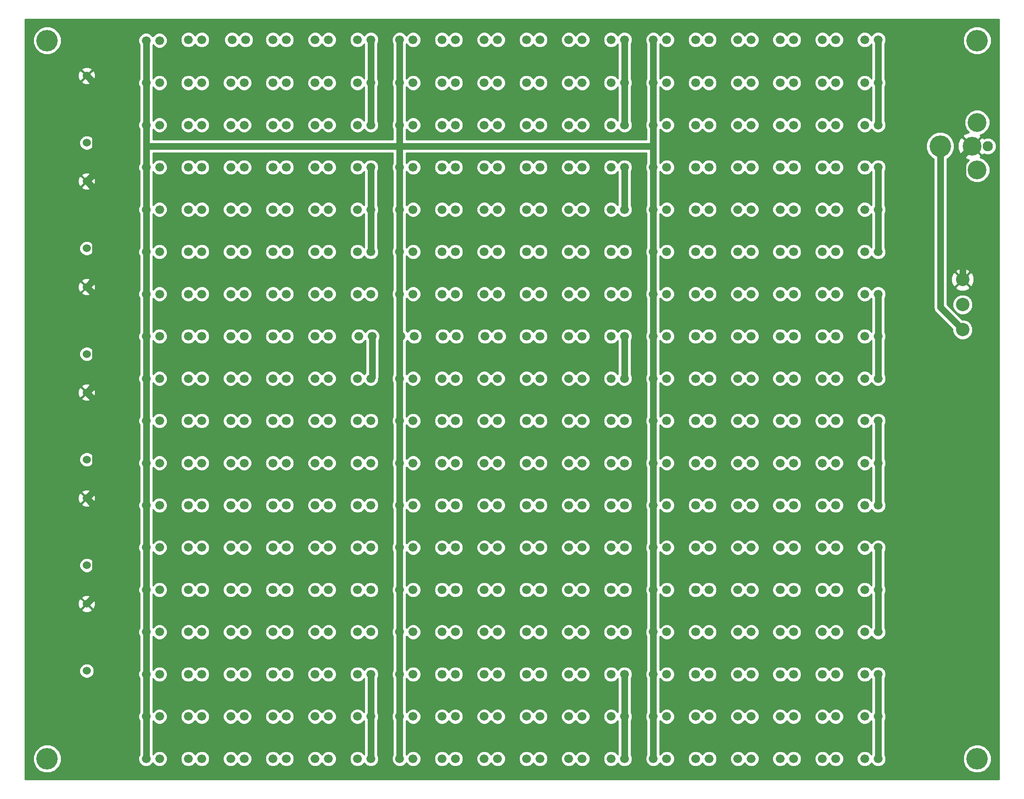
<source format=gbl>
G04 (created by PCBNEW (2013-mar-13)-testing) date Mon 18 Nov 2013 03:51:11 PM PST*
%MOIN*%
G04 Gerber Fmt 3.4, Leading zero omitted, Abs format*
%FSLAX34Y34*%
G01*
G70*
G90*
G04 APERTURE LIST*
%ADD10C,0.005906*%
%ADD11C,0.060000*%
%ADD12C,0.160000*%
%ADD13C,0.100000*%
%ADD14C,0.066000*%
%ADD15C,0.076000*%
%ADD16C,0.140000*%
%ADD17C,0.050000*%
%ADD18C,0.010000*%
G04 APERTURE END LIST*
G54D10*
G54D11*
X28937Y-23366D03*
X28937Y-18366D03*
X28937Y-15492D03*
X28937Y-10492D03*
G54D12*
X25984Y-61417D03*
X95275Y-61417D03*
X95275Y-7874D03*
X25984Y-7874D03*
G54D13*
X94200Y-29429D03*
X94200Y-27559D03*
X94200Y-25689D03*
G54D14*
X33358Y-7874D03*
X34358Y-7874D03*
X71153Y-17322D03*
X72153Y-17322D03*
X74303Y-17322D03*
X75303Y-17322D03*
X77452Y-17322D03*
X78452Y-17322D03*
X80602Y-17322D03*
X81602Y-17322D03*
X83751Y-17322D03*
X84751Y-17322D03*
X86901Y-17322D03*
X87901Y-17322D03*
X64854Y-17322D03*
X65854Y-17322D03*
X68003Y-17322D03*
X69003Y-17322D03*
X39657Y-17322D03*
X40657Y-17322D03*
X42807Y-17322D03*
X43807Y-17322D03*
X45956Y-17322D03*
X46956Y-17322D03*
X49106Y-17322D03*
X50106Y-17322D03*
X52255Y-17322D03*
X53255Y-17322D03*
X55405Y-17322D03*
X56405Y-17322D03*
X58555Y-17322D03*
X59555Y-17322D03*
X36507Y-17322D03*
X37507Y-17322D03*
X68003Y-14173D03*
X69003Y-14173D03*
X71153Y-14173D03*
X72153Y-14173D03*
X74303Y-14173D03*
X75303Y-14173D03*
X77452Y-14173D03*
X78452Y-14173D03*
X80602Y-14173D03*
X81602Y-14173D03*
X83751Y-14173D03*
X84751Y-14173D03*
X86901Y-14173D03*
X87901Y-14173D03*
X64854Y-14173D03*
X65854Y-14173D03*
X36507Y-14173D03*
X37507Y-14173D03*
X39657Y-14173D03*
X40657Y-14173D03*
X45956Y-14173D03*
X46956Y-14173D03*
X42807Y-14173D03*
X43807Y-14173D03*
X49106Y-14173D03*
X50106Y-14173D03*
X52255Y-14173D03*
X53255Y-14173D03*
X55405Y-14173D03*
X56405Y-14173D03*
X58555Y-14173D03*
X59555Y-14173D03*
X33358Y-14173D03*
X34358Y-14173D03*
X61704Y-14173D03*
X62704Y-14173D03*
X33358Y-17322D03*
X34358Y-17322D03*
X61704Y-17322D03*
X62704Y-17322D03*
X86901Y-11023D03*
X87901Y-11023D03*
X64854Y-11023D03*
X65854Y-11023D03*
X68003Y-11023D03*
X69003Y-11023D03*
X71153Y-11023D03*
X72153Y-11023D03*
X74303Y-11023D03*
X75303Y-11023D03*
X77452Y-11023D03*
X78452Y-11023D03*
X80602Y-11023D03*
X81602Y-11023D03*
X83751Y-11023D03*
X84751Y-11023D03*
X61704Y-11023D03*
X62704Y-11023D03*
X55405Y-11023D03*
X56405Y-11023D03*
X58555Y-11023D03*
X59555Y-11023D03*
X36507Y-11023D03*
X37507Y-11023D03*
X39657Y-11023D03*
X40657Y-11023D03*
X42807Y-11023D03*
X43807Y-11023D03*
X45956Y-11023D03*
X46956Y-11023D03*
X49106Y-11023D03*
X50106Y-11023D03*
X52255Y-11023D03*
X53255Y-11023D03*
X86901Y-7815D03*
X87901Y-7815D03*
X83751Y-7815D03*
X84751Y-7815D03*
X80602Y-7815D03*
X81602Y-7815D03*
X77452Y-7815D03*
X78452Y-7815D03*
X74303Y-7815D03*
X75303Y-7815D03*
X71153Y-7815D03*
X72153Y-7815D03*
X68003Y-7815D03*
X69003Y-7815D03*
X64854Y-7815D03*
X65854Y-7815D03*
X61704Y-7815D03*
X62704Y-7815D03*
X58555Y-7815D03*
X59555Y-7815D03*
X55405Y-7815D03*
X56405Y-7815D03*
X52255Y-7815D03*
X53255Y-7815D03*
X49106Y-7815D03*
X50106Y-7815D03*
X45956Y-7815D03*
X46956Y-7815D03*
X42807Y-7815D03*
X43807Y-7815D03*
X39768Y-7815D03*
X40768Y-7815D03*
X36507Y-7815D03*
X37507Y-7815D03*
X33358Y-11023D03*
X34358Y-11023D03*
X33358Y-20472D03*
X34358Y-20472D03*
X36507Y-20472D03*
X37507Y-20472D03*
X39657Y-20472D03*
X40657Y-20472D03*
X42807Y-20472D03*
X43807Y-20472D03*
X45956Y-20472D03*
X46956Y-20472D03*
X49106Y-20472D03*
X50106Y-20472D03*
X52255Y-20472D03*
X53255Y-20472D03*
X55405Y-20472D03*
X56405Y-20472D03*
X58555Y-20472D03*
X59555Y-20472D03*
X61704Y-20472D03*
X62704Y-20472D03*
X64854Y-20472D03*
X65854Y-20472D03*
X68003Y-20472D03*
X69003Y-20472D03*
X71153Y-20472D03*
X72153Y-20472D03*
X74303Y-20472D03*
X75303Y-20472D03*
X77452Y-20472D03*
X78452Y-20472D03*
X80602Y-20472D03*
X81602Y-20472D03*
X83751Y-20472D03*
X84751Y-20472D03*
X86901Y-20472D03*
X87901Y-20472D03*
X33358Y-23622D03*
X34358Y-23622D03*
X36507Y-23622D03*
X37507Y-23622D03*
X39657Y-23622D03*
X40657Y-23622D03*
X42807Y-23622D03*
X43807Y-23622D03*
X45956Y-23622D03*
X46956Y-23622D03*
X49106Y-23622D03*
X50106Y-23622D03*
X52255Y-23622D03*
X53255Y-23622D03*
X55405Y-23622D03*
X56405Y-23622D03*
X58555Y-23622D03*
X59555Y-23622D03*
X61704Y-23622D03*
X62704Y-23622D03*
X64854Y-23622D03*
X65854Y-23622D03*
X68003Y-23622D03*
X69003Y-23622D03*
X71153Y-23622D03*
X72153Y-23622D03*
X74303Y-23622D03*
X75303Y-23622D03*
X77452Y-23622D03*
X78452Y-23622D03*
X80602Y-23622D03*
X81602Y-23622D03*
X83751Y-23622D03*
X84751Y-23622D03*
X86901Y-23622D03*
X87901Y-23622D03*
X33358Y-26771D03*
X34358Y-26771D03*
X36507Y-26771D03*
X37507Y-26771D03*
X39657Y-26771D03*
X40657Y-26771D03*
X42807Y-26771D03*
X43807Y-26771D03*
X45956Y-26771D03*
X46956Y-26771D03*
X49106Y-26771D03*
X50106Y-26771D03*
X52255Y-26771D03*
X53255Y-26771D03*
X55405Y-26771D03*
X56405Y-26771D03*
X58555Y-26771D03*
X59555Y-26771D03*
X61704Y-26771D03*
X62704Y-26771D03*
X64854Y-26771D03*
X65854Y-26771D03*
X68003Y-26771D03*
X69003Y-26771D03*
X71153Y-26771D03*
X72153Y-26771D03*
X74303Y-26771D03*
X75303Y-26771D03*
X77452Y-26771D03*
X78452Y-26771D03*
X80602Y-26771D03*
X81602Y-26771D03*
X83751Y-26771D03*
X84751Y-26771D03*
X86901Y-26771D03*
X87901Y-26771D03*
X33358Y-29921D03*
X34358Y-29921D03*
X36507Y-29921D03*
X37507Y-29921D03*
X39657Y-29921D03*
X40657Y-29921D03*
X42807Y-29921D03*
X43807Y-29921D03*
X45956Y-29921D03*
X46956Y-29921D03*
X49190Y-29921D03*
X50190Y-29921D03*
X52331Y-29921D03*
X53331Y-29921D03*
X55462Y-29921D03*
X56462Y-29921D03*
X58611Y-29921D03*
X59611Y-29921D03*
X61704Y-29921D03*
X62704Y-29921D03*
X64854Y-29921D03*
X65854Y-29921D03*
X68003Y-29921D03*
X69003Y-29921D03*
X71153Y-29921D03*
X72153Y-29921D03*
X74303Y-29921D03*
X75303Y-29921D03*
X77452Y-29921D03*
X78452Y-29921D03*
X80602Y-29921D03*
X81602Y-29921D03*
X83751Y-29921D03*
X84751Y-29921D03*
X86901Y-29921D03*
X87901Y-29921D03*
G54D11*
X28937Y-31240D03*
X28937Y-26240D03*
X28937Y-39114D03*
X28937Y-34114D03*
G54D14*
X33358Y-33070D03*
X34358Y-33070D03*
X36507Y-33070D03*
X37507Y-33070D03*
X39657Y-33070D03*
X40657Y-33070D03*
X42807Y-33070D03*
X43807Y-33070D03*
X45956Y-33070D03*
X46956Y-33070D03*
X49106Y-33070D03*
X50106Y-33070D03*
X52255Y-33070D03*
X53255Y-33070D03*
X55405Y-33070D03*
X56405Y-33070D03*
X58555Y-33070D03*
X59555Y-33070D03*
X61704Y-33070D03*
X62704Y-33070D03*
X64854Y-33070D03*
X65854Y-33070D03*
X68003Y-33070D03*
X69003Y-33070D03*
X71153Y-33070D03*
X72153Y-33070D03*
X74303Y-33070D03*
X75303Y-33070D03*
X77452Y-33070D03*
X78452Y-33070D03*
X80602Y-33070D03*
X81602Y-33070D03*
X83751Y-33070D03*
X84751Y-33070D03*
X86901Y-33070D03*
X87901Y-33070D03*
X33358Y-36220D03*
X34358Y-36220D03*
X36507Y-36220D03*
X37507Y-36220D03*
X39657Y-36220D03*
X40657Y-36220D03*
X42807Y-36220D03*
X43807Y-36220D03*
X45956Y-36220D03*
X46956Y-36220D03*
X49106Y-36220D03*
X50106Y-36220D03*
X52255Y-36220D03*
X53255Y-36220D03*
X55405Y-36220D03*
X56405Y-36220D03*
X58555Y-36220D03*
X59555Y-36220D03*
X61704Y-36220D03*
X62704Y-36220D03*
X64854Y-36220D03*
X65854Y-36220D03*
X68003Y-36220D03*
X69003Y-36220D03*
X71153Y-36220D03*
X72153Y-36220D03*
X74303Y-36220D03*
X75303Y-36220D03*
X77452Y-36220D03*
X78452Y-36220D03*
X80602Y-36220D03*
X81602Y-36220D03*
X83751Y-36220D03*
X84751Y-36220D03*
X86901Y-36220D03*
X87901Y-36220D03*
X33358Y-39370D03*
X34358Y-39370D03*
X36507Y-39370D03*
X37507Y-39370D03*
X39657Y-39370D03*
X40657Y-39370D03*
X42807Y-39370D03*
X43807Y-39370D03*
X45956Y-39370D03*
X46956Y-39370D03*
X49106Y-39370D03*
X50106Y-39370D03*
X52255Y-39370D03*
X53255Y-39370D03*
X55405Y-39370D03*
X56405Y-39370D03*
X58555Y-39370D03*
X59555Y-39370D03*
X61704Y-39370D03*
X62704Y-39370D03*
X64854Y-39370D03*
X65854Y-39370D03*
X68003Y-39370D03*
X69003Y-39370D03*
X71153Y-39370D03*
X72153Y-39370D03*
X74303Y-39370D03*
X75303Y-39370D03*
X77452Y-39370D03*
X78452Y-39370D03*
X80602Y-39370D03*
X81602Y-39370D03*
X83751Y-39370D03*
X84751Y-39370D03*
X86901Y-39370D03*
X87901Y-39370D03*
X33358Y-42519D03*
X34358Y-42519D03*
X36507Y-42519D03*
X37507Y-42519D03*
X39657Y-42519D03*
X40657Y-42519D03*
X42807Y-42519D03*
X43807Y-42519D03*
X45956Y-42519D03*
X46956Y-42519D03*
X49106Y-42519D03*
X50106Y-42519D03*
X52255Y-42519D03*
X53255Y-42519D03*
X55405Y-42519D03*
X56405Y-42519D03*
X58555Y-42519D03*
X59555Y-42519D03*
X61704Y-42519D03*
X62704Y-42519D03*
X64854Y-42519D03*
X65854Y-42519D03*
X68003Y-42519D03*
X69003Y-42519D03*
X71153Y-42519D03*
X72153Y-42519D03*
X74303Y-42519D03*
X75303Y-42519D03*
X77452Y-42519D03*
X78452Y-42519D03*
X80602Y-42519D03*
X81602Y-42519D03*
X83751Y-42519D03*
X84751Y-42519D03*
X86901Y-42519D03*
X87901Y-42519D03*
X33358Y-45669D03*
X34358Y-45669D03*
X36507Y-45669D03*
X37507Y-45669D03*
X39657Y-45669D03*
X40657Y-45669D03*
X42807Y-45669D03*
X43807Y-45669D03*
X45956Y-45669D03*
X46956Y-45669D03*
X49106Y-45669D03*
X50106Y-45669D03*
X52255Y-45669D03*
X53255Y-45669D03*
X55405Y-45669D03*
X56405Y-45669D03*
X58555Y-45669D03*
X59555Y-45669D03*
X61704Y-45669D03*
X62704Y-45669D03*
X64854Y-45669D03*
X65854Y-45669D03*
X68003Y-45669D03*
X69003Y-45669D03*
X71153Y-45669D03*
X72153Y-45669D03*
X74303Y-45669D03*
X75303Y-45669D03*
X77452Y-45669D03*
X78452Y-45669D03*
X80602Y-45669D03*
X81602Y-45669D03*
X83751Y-45669D03*
X84751Y-45669D03*
X86901Y-45669D03*
X87901Y-45669D03*
X33358Y-48818D03*
X34358Y-48818D03*
X36507Y-48818D03*
X37507Y-48818D03*
X39657Y-48818D03*
X40657Y-48818D03*
X42807Y-48818D03*
X43807Y-48818D03*
X45956Y-48818D03*
X46956Y-48818D03*
X49106Y-48818D03*
X50106Y-48818D03*
X52255Y-48818D03*
X53255Y-48818D03*
X55405Y-48818D03*
X56405Y-48818D03*
X58555Y-48818D03*
X59555Y-48818D03*
X61704Y-48818D03*
X62704Y-48818D03*
X64854Y-48818D03*
X65854Y-48818D03*
X68003Y-48818D03*
X69003Y-48818D03*
X71153Y-48818D03*
X72153Y-48818D03*
X74303Y-48818D03*
X75303Y-48818D03*
X77452Y-48818D03*
X78452Y-48818D03*
X80602Y-48818D03*
X81602Y-48818D03*
X83751Y-48818D03*
X84751Y-48818D03*
X86901Y-48818D03*
X87901Y-48818D03*
X33358Y-51968D03*
X34358Y-51968D03*
X36507Y-51968D03*
X37507Y-51968D03*
X39657Y-51968D03*
X40657Y-51968D03*
X42807Y-51968D03*
X43807Y-51968D03*
X45956Y-51968D03*
X46956Y-51968D03*
X49106Y-51968D03*
X50106Y-51968D03*
X52255Y-51968D03*
X53255Y-51968D03*
X55405Y-51968D03*
X56405Y-51968D03*
X58555Y-51968D03*
X59555Y-51968D03*
X61704Y-51968D03*
X62704Y-51968D03*
X64854Y-51968D03*
X65854Y-51968D03*
X68003Y-51968D03*
X69003Y-51968D03*
X71153Y-51968D03*
X72153Y-51968D03*
X74303Y-51968D03*
X75303Y-51968D03*
X77452Y-51968D03*
X78452Y-51968D03*
X80602Y-51968D03*
X81602Y-51968D03*
X83751Y-51968D03*
X84751Y-51968D03*
X86901Y-51968D03*
X87901Y-51968D03*
X33358Y-55118D03*
X34358Y-55118D03*
X36507Y-55118D03*
X37507Y-55118D03*
X39657Y-55118D03*
X40657Y-55118D03*
X42807Y-55118D03*
X43807Y-55118D03*
X45956Y-55118D03*
X46956Y-55118D03*
X49106Y-55118D03*
X50106Y-55118D03*
X52255Y-55118D03*
X53255Y-55118D03*
X55405Y-55118D03*
X56405Y-55118D03*
X58555Y-55118D03*
X59555Y-55118D03*
X61704Y-55118D03*
X62704Y-55118D03*
X64854Y-55118D03*
X65854Y-55118D03*
X68003Y-55118D03*
X69003Y-55118D03*
X71153Y-55118D03*
X72153Y-55118D03*
X74303Y-55118D03*
X75303Y-55118D03*
X77452Y-55118D03*
X78452Y-55118D03*
X80602Y-55118D03*
X81602Y-55118D03*
X83751Y-55118D03*
X84751Y-55118D03*
X86901Y-55118D03*
X87901Y-55118D03*
X33358Y-58267D03*
X34358Y-58267D03*
X36507Y-58267D03*
X37507Y-58267D03*
X39657Y-58267D03*
X40657Y-58267D03*
X42807Y-58267D03*
X43807Y-58267D03*
X45956Y-58267D03*
X46956Y-58267D03*
X49106Y-58267D03*
X50106Y-58267D03*
X52255Y-58267D03*
X53255Y-58267D03*
X55405Y-58267D03*
X56405Y-58267D03*
X58555Y-58267D03*
X59555Y-58267D03*
X61704Y-58267D03*
X62704Y-58267D03*
X64854Y-58267D03*
X65854Y-58267D03*
X68003Y-58267D03*
X69003Y-58267D03*
X71153Y-58267D03*
X72153Y-58267D03*
X74303Y-58267D03*
X75303Y-58267D03*
X77452Y-58267D03*
X78452Y-58267D03*
X80602Y-58267D03*
X81602Y-58267D03*
X83751Y-58267D03*
X84751Y-58267D03*
X86901Y-58267D03*
X87901Y-58267D03*
X33358Y-61417D03*
X34358Y-61417D03*
X36507Y-61417D03*
X37507Y-61417D03*
X39657Y-61417D03*
X40657Y-61417D03*
X42807Y-61417D03*
X43807Y-61417D03*
X45956Y-61417D03*
X46956Y-61417D03*
X49106Y-61417D03*
X50106Y-61417D03*
X52255Y-61417D03*
X53255Y-61417D03*
X55405Y-61417D03*
X56405Y-61417D03*
X58555Y-61417D03*
X59555Y-61417D03*
X61704Y-61417D03*
X62704Y-61417D03*
X64854Y-61417D03*
X65854Y-61417D03*
X68003Y-61417D03*
X69003Y-61417D03*
X71153Y-61417D03*
X72153Y-61417D03*
X74303Y-61417D03*
X75303Y-61417D03*
X77452Y-61417D03*
X78452Y-61417D03*
X80602Y-61417D03*
X81602Y-61417D03*
X83751Y-61417D03*
X84751Y-61417D03*
X86901Y-61417D03*
X87901Y-61417D03*
G54D11*
X28937Y-46988D03*
X28937Y-41988D03*
X28937Y-54862D03*
X28937Y-49862D03*
G54D15*
X96070Y-15748D03*
G54D16*
X94890Y-15748D03*
G54D12*
X92530Y-15748D03*
G54D16*
X95280Y-13978D03*
X95280Y-17518D03*
G54D17*
X92530Y-27759D02*
X94200Y-29429D01*
X92530Y-15748D02*
X92530Y-27759D01*
X94200Y-16438D02*
X94200Y-25689D01*
X94890Y-15748D02*
X94200Y-16438D01*
X29587Y-17715D02*
X28937Y-18366D01*
X29587Y-11142D02*
X29587Y-17715D01*
X28937Y-10492D02*
X29587Y-11142D01*
X29587Y-19016D02*
X28937Y-18366D01*
X29587Y-25590D02*
X29587Y-19016D01*
X28937Y-26240D02*
X29587Y-25590D01*
X29587Y-42638D02*
X28937Y-41988D01*
X29587Y-49212D02*
X29587Y-42638D01*
X28937Y-49862D02*
X29587Y-49212D01*
X29587Y-33464D02*
X28937Y-34114D01*
X29587Y-26890D02*
X29587Y-33464D01*
X28937Y-26240D02*
X29587Y-26890D01*
X29587Y-41338D02*
X28937Y-41988D01*
X29587Y-34764D02*
X29587Y-41338D01*
X28937Y-34114D02*
X29587Y-34764D01*
X87901Y-61417D02*
X87901Y-58267D01*
X87901Y-58267D02*
X87901Y-55118D01*
X69003Y-61417D02*
X69003Y-58267D01*
X69003Y-58267D02*
X69003Y-55118D01*
X50106Y-61417D02*
X50106Y-58267D01*
X50106Y-58267D02*
X50106Y-55118D01*
X87901Y-51968D02*
X87901Y-48818D01*
X87901Y-48818D02*
X87901Y-45669D01*
X69003Y-7815D02*
X69003Y-11023D01*
X69003Y-11023D02*
X69003Y-14173D01*
X87901Y-7815D02*
X87901Y-11023D01*
X87901Y-11023D02*
X87901Y-14173D01*
X50106Y-7815D02*
X50106Y-11023D01*
X50106Y-11023D02*
X50106Y-14173D01*
X87901Y-33070D02*
X87901Y-29921D01*
X87901Y-29921D02*
X87901Y-26771D01*
X69003Y-33070D02*
X69003Y-29921D01*
X50190Y-32986D02*
X50190Y-29921D01*
X50106Y-33070D02*
X50190Y-32986D01*
X71153Y-61417D02*
X71153Y-58267D01*
X52255Y-61417D02*
X52255Y-58267D01*
X33358Y-61417D02*
X33358Y-58267D01*
X71153Y-58267D02*
X71153Y-55118D01*
X52255Y-58267D02*
X52255Y-55118D01*
X33358Y-58267D02*
X33358Y-55118D01*
X71153Y-55118D02*
X71153Y-51968D01*
X52255Y-55118D02*
X52255Y-51968D01*
X33358Y-55118D02*
X33358Y-51968D01*
X71153Y-51968D02*
X71153Y-48818D01*
X52255Y-51968D02*
X52255Y-48818D01*
X33358Y-51968D02*
X33358Y-48818D01*
X71153Y-48818D02*
X71153Y-45669D01*
X52255Y-48818D02*
X52255Y-45669D01*
X33358Y-48818D02*
X33358Y-45669D01*
X71153Y-45669D02*
X71153Y-42519D01*
X52255Y-45669D02*
X52255Y-42519D01*
X33358Y-45669D02*
X33358Y-42519D01*
X71153Y-42519D02*
X71153Y-39370D01*
X52255Y-42519D02*
X52255Y-39370D01*
X33358Y-42519D02*
X33358Y-39370D01*
X71153Y-39370D02*
X71153Y-36220D01*
X52255Y-39370D02*
X52255Y-36220D01*
X33358Y-39370D02*
X33358Y-36220D01*
X71153Y-36220D02*
X71153Y-33070D01*
X52255Y-36220D02*
X52255Y-33070D01*
X33358Y-36220D02*
X33358Y-33070D01*
X71153Y-33070D02*
X71153Y-29921D01*
X52255Y-29996D02*
X52331Y-29921D01*
X52255Y-33070D02*
X52255Y-29996D01*
X33358Y-33070D02*
X33358Y-29921D01*
X71153Y-29921D02*
X71153Y-26771D01*
X52255Y-29846D02*
X52255Y-26771D01*
X52331Y-29921D02*
X52255Y-29846D01*
X33358Y-29921D02*
X33358Y-26771D01*
X71153Y-26771D02*
X71153Y-23622D01*
X52255Y-26771D02*
X52255Y-23622D01*
X33358Y-26771D02*
X33358Y-23622D01*
X71153Y-23622D02*
X71153Y-20472D01*
X71153Y-20472D02*
X71153Y-17322D01*
X52255Y-23622D02*
X52255Y-20472D01*
X52255Y-20472D02*
X52255Y-17322D01*
X33358Y-23622D02*
X33358Y-20472D01*
X52255Y-7815D02*
X52255Y-11023D01*
X71153Y-7815D02*
X71153Y-11023D01*
X33358Y-20472D02*
X33358Y-17322D01*
X33358Y-14173D02*
X33358Y-11023D01*
X33358Y-11023D02*
X33358Y-7874D01*
X52255Y-11023D02*
X52255Y-14173D01*
X71153Y-11023D02*
X71153Y-14173D01*
X52255Y-14173D02*
X52255Y-15748D01*
X52255Y-15748D02*
X52255Y-17322D01*
X52255Y-15748D02*
X33358Y-15748D01*
X33358Y-17322D02*
X33358Y-15748D01*
X33358Y-15748D02*
X33358Y-14173D01*
X71153Y-15748D02*
X52255Y-15748D01*
X71153Y-14173D02*
X71153Y-15748D01*
X71153Y-15748D02*
X71153Y-17322D01*
X87901Y-23622D02*
X87901Y-20472D01*
X87901Y-20472D02*
X87901Y-17322D01*
X69003Y-20472D02*
X69003Y-17322D01*
X50106Y-23622D02*
X50106Y-20472D01*
X50106Y-20472D02*
X50106Y-17322D01*
X87901Y-42519D02*
X87901Y-39370D01*
X87901Y-39370D02*
X87901Y-36220D01*
G54D10*
G36*
X96919Y-62950D02*
X96700Y-62950D01*
X96700Y-15623D01*
X96604Y-15391D01*
X96427Y-15214D01*
X96325Y-15172D01*
X96325Y-7666D01*
X96166Y-7280D01*
X95871Y-6984D01*
X95485Y-6824D01*
X95067Y-6823D01*
X94681Y-6983D01*
X94385Y-7278D01*
X94225Y-7664D01*
X94225Y-8081D01*
X94384Y-8468D01*
X94680Y-8763D01*
X95065Y-8923D01*
X95483Y-8924D01*
X95869Y-8764D01*
X96165Y-8469D01*
X96325Y-8083D01*
X96325Y-7666D01*
X96325Y-15172D01*
X96230Y-15132D01*
X96230Y-13789D01*
X96085Y-13440D01*
X95818Y-13173D01*
X95469Y-13028D01*
X95091Y-13027D01*
X94742Y-13172D01*
X94475Y-13439D01*
X94330Y-13788D01*
X94329Y-14166D01*
X94474Y-14515D01*
X94665Y-14707D01*
X94309Y-14848D01*
X94281Y-14867D01*
X94212Y-15035D01*
X94890Y-15712D01*
X95567Y-15035D01*
X95515Y-14908D01*
X95817Y-14783D01*
X96084Y-14516D01*
X96229Y-14167D01*
X96230Y-13789D01*
X96230Y-15132D01*
X96195Y-15118D01*
X95945Y-15117D01*
X95794Y-15180D01*
X95789Y-15167D01*
X95770Y-15139D01*
X95602Y-15070D01*
X94925Y-15748D01*
X95602Y-16425D01*
X95770Y-16356D01*
X95789Y-16313D01*
X95944Y-16377D01*
X96194Y-16378D01*
X96426Y-16282D01*
X96603Y-16105D01*
X96699Y-15873D01*
X96700Y-15623D01*
X96700Y-62950D01*
X96325Y-62950D01*
X96325Y-61209D01*
X96230Y-60977D01*
X96230Y-17329D01*
X96085Y-16980D01*
X95818Y-16713D01*
X95515Y-16587D01*
X95567Y-16460D01*
X94890Y-15783D01*
X94854Y-15818D01*
X94854Y-15748D01*
X94177Y-15070D01*
X94009Y-15139D01*
X93843Y-15522D01*
X93836Y-15940D01*
X93990Y-16328D01*
X94009Y-16356D01*
X94177Y-16425D01*
X94854Y-15748D01*
X94854Y-15818D01*
X94212Y-16460D01*
X94281Y-16628D01*
X94661Y-16793D01*
X94475Y-16979D01*
X94330Y-17328D01*
X94329Y-17706D01*
X94474Y-18055D01*
X94741Y-18322D01*
X95090Y-18467D01*
X95468Y-18468D01*
X95817Y-18323D01*
X96084Y-18056D01*
X96229Y-17707D01*
X96230Y-17329D01*
X96230Y-60977D01*
X96166Y-60823D01*
X95871Y-60527D01*
X95485Y-60367D01*
X95067Y-60367D01*
X95051Y-60373D01*
X95051Y-25528D01*
X94925Y-25215D01*
X94915Y-25200D01*
X94768Y-25156D01*
X94732Y-25191D01*
X94732Y-25120D01*
X94688Y-24973D01*
X94377Y-24840D01*
X94039Y-24837D01*
X93726Y-24963D01*
X93711Y-24973D01*
X93667Y-25120D01*
X94200Y-25653D01*
X94732Y-25120D01*
X94732Y-25191D01*
X94235Y-25689D01*
X94768Y-26222D01*
X94915Y-26178D01*
X95048Y-25866D01*
X95051Y-25528D01*
X95051Y-60373D01*
X94950Y-60415D01*
X94950Y-29280D01*
X94950Y-27410D01*
X94836Y-27134D01*
X94732Y-27031D01*
X94732Y-26257D01*
X94200Y-25724D01*
X94164Y-25759D01*
X94164Y-25689D01*
X93631Y-25156D01*
X93484Y-25200D01*
X93351Y-25511D01*
X93348Y-25849D01*
X93474Y-26163D01*
X93484Y-26178D01*
X93631Y-26222D01*
X94164Y-25689D01*
X94164Y-25759D01*
X93667Y-26257D01*
X93711Y-26404D01*
X94022Y-26537D01*
X94360Y-26540D01*
X94673Y-26414D01*
X94688Y-26404D01*
X94732Y-26257D01*
X94732Y-27031D01*
X94625Y-26923D01*
X94349Y-26809D01*
X94051Y-26808D01*
X93775Y-26922D01*
X93564Y-27133D01*
X93450Y-27409D01*
X93449Y-27707D01*
X93563Y-27983D01*
X93774Y-28194D01*
X94050Y-28308D01*
X94348Y-28309D01*
X94624Y-28195D01*
X94835Y-27984D01*
X94949Y-27708D01*
X94950Y-27410D01*
X94950Y-29280D01*
X94836Y-29004D01*
X94625Y-28793D01*
X94349Y-28679D01*
X94157Y-28679D01*
X93030Y-27551D01*
X93030Y-16677D01*
X93124Y-16638D01*
X93419Y-16343D01*
X93579Y-15957D01*
X93580Y-15540D01*
X93420Y-15154D01*
X93125Y-14858D01*
X92739Y-14698D01*
X92322Y-14697D01*
X91935Y-14857D01*
X91640Y-15152D01*
X91480Y-15538D01*
X91479Y-15955D01*
X91639Y-16342D01*
X91934Y-16637D01*
X92030Y-16677D01*
X92030Y-27759D01*
X92029Y-27759D01*
X92068Y-27950D01*
X92176Y-28112D01*
X93450Y-29386D01*
X93449Y-29577D01*
X93563Y-29853D01*
X93774Y-30064D01*
X94050Y-30178D01*
X94348Y-30179D01*
X94624Y-30065D01*
X94835Y-29854D01*
X94949Y-29578D01*
X94950Y-29280D01*
X94950Y-60415D01*
X94681Y-60526D01*
X94385Y-60821D01*
X94225Y-61207D01*
X94225Y-61625D01*
X94384Y-62011D01*
X94680Y-62306D01*
X95065Y-62467D01*
X95483Y-62467D01*
X95869Y-62307D01*
X96165Y-62012D01*
X96325Y-61627D01*
X96325Y-61209D01*
X96325Y-62950D01*
X88481Y-62950D01*
X88481Y-61302D01*
X88401Y-61108D01*
X88401Y-58576D01*
X88481Y-58383D01*
X88481Y-58152D01*
X88401Y-57958D01*
X88401Y-55426D01*
X88481Y-55233D01*
X88481Y-55003D01*
X88481Y-51853D01*
X88401Y-51659D01*
X88401Y-49127D01*
X88481Y-48934D01*
X88481Y-48704D01*
X88401Y-48510D01*
X88401Y-45977D01*
X88481Y-45785D01*
X88481Y-45554D01*
X88481Y-42404D01*
X88401Y-42210D01*
X88401Y-39678D01*
X88481Y-39485D01*
X88481Y-39255D01*
X88401Y-39061D01*
X88401Y-36528D01*
X88481Y-36336D01*
X88481Y-36105D01*
X88481Y-32956D01*
X88401Y-32762D01*
X88401Y-30229D01*
X88481Y-30037D01*
X88481Y-29806D01*
X88401Y-29612D01*
X88401Y-27079D01*
X88481Y-26887D01*
X88481Y-26656D01*
X88481Y-23507D01*
X88401Y-23313D01*
X88401Y-20780D01*
X88481Y-20588D01*
X88481Y-20357D01*
X88401Y-20163D01*
X88401Y-17631D01*
X88481Y-17438D01*
X88481Y-17207D01*
X88481Y-14058D01*
X88401Y-13864D01*
X88401Y-11331D01*
X88481Y-11139D01*
X88481Y-10908D01*
X88401Y-10714D01*
X88401Y-8123D01*
X88481Y-7930D01*
X88481Y-7700D01*
X88393Y-7486D01*
X88230Y-7323D01*
X88017Y-7235D01*
X87786Y-7234D01*
X87573Y-7323D01*
X87410Y-7486D01*
X87401Y-7506D01*
X87393Y-7486D01*
X87230Y-7323D01*
X87017Y-7235D01*
X86786Y-7234D01*
X86573Y-7323D01*
X86410Y-7486D01*
X86321Y-7699D01*
X86321Y-7929D01*
X86409Y-8143D01*
X86572Y-8306D01*
X86785Y-8394D01*
X87016Y-8395D01*
X87229Y-8306D01*
X87392Y-8143D01*
X87401Y-8123D01*
X87401Y-8123D01*
X87401Y-10714D01*
X87393Y-10695D01*
X87230Y-10532D01*
X87017Y-10443D01*
X86786Y-10443D01*
X86573Y-10531D01*
X86410Y-10694D01*
X86321Y-10907D01*
X86321Y-11138D01*
X86409Y-11351D01*
X86572Y-11515D01*
X86785Y-11603D01*
X87016Y-11603D01*
X87229Y-11515D01*
X87392Y-11352D01*
X87401Y-11332D01*
X87401Y-11332D01*
X87401Y-13864D01*
X87393Y-13845D01*
X87230Y-13681D01*
X87017Y-13593D01*
X86786Y-13593D01*
X86573Y-13681D01*
X86410Y-13844D01*
X86321Y-14057D01*
X86321Y-14288D01*
X86409Y-14501D01*
X86572Y-14664D01*
X86785Y-14753D01*
X87016Y-14753D01*
X87229Y-14665D01*
X87392Y-14502D01*
X87401Y-14481D01*
X87409Y-14501D01*
X87572Y-14664D01*
X87785Y-14753D01*
X88016Y-14753D01*
X88229Y-14665D01*
X88392Y-14502D01*
X88481Y-14289D01*
X88481Y-14058D01*
X88481Y-17207D01*
X88393Y-16994D01*
X88230Y-16831D01*
X88017Y-16742D01*
X87786Y-16742D01*
X87573Y-16830D01*
X87410Y-16993D01*
X87401Y-17014D01*
X87393Y-16994D01*
X87230Y-16831D01*
X87017Y-16742D01*
X86786Y-16742D01*
X86573Y-16830D01*
X86410Y-16993D01*
X86321Y-17206D01*
X86321Y-17437D01*
X86409Y-17650D01*
X86572Y-17814D01*
X86785Y-17902D01*
X87016Y-17902D01*
X87229Y-17814D01*
X87392Y-17651D01*
X87401Y-17631D01*
X87401Y-17631D01*
X87401Y-20163D01*
X87393Y-20144D01*
X87230Y-19981D01*
X87017Y-19892D01*
X86786Y-19892D01*
X86573Y-19980D01*
X86410Y-20143D01*
X86321Y-20356D01*
X86321Y-20587D01*
X86409Y-20800D01*
X86572Y-20963D01*
X86785Y-21052D01*
X87016Y-21052D01*
X87229Y-20964D01*
X87392Y-20801D01*
X87401Y-20780D01*
X87401Y-20781D01*
X87401Y-23313D01*
X87393Y-23293D01*
X87230Y-23130D01*
X87017Y-23042D01*
X86786Y-23041D01*
X86573Y-23130D01*
X86410Y-23293D01*
X86321Y-23506D01*
X86321Y-23736D01*
X86409Y-23950D01*
X86572Y-24113D01*
X86785Y-24201D01*
X87016Y-24202D01*
X87229Y-24114D01*
X87392Y-23951D01*
X87401Y-23930D01*
X87409Y-23950D01*
X87572Y-24113D01*
X87785Y-24201D01*
X88016Y-24202D01*
X88229Y-24114D01*
X88392Y-23951D01*
X88481Y-23737D01*
X88481Y-23507D01*
X88481Y-26656D01*
X88393Y-26443D01*
X88230Y-26280D01*
X88017Y-26191D01*
X87786Y-26191D01*
X87573Y-26279D01*
X87410Y-26442D01*
X87401Y-26463D01*
X87393Y-26443D01*
X87230Y-26280D01*
X87017Y-26191D01*
X86786Y-26191D01*
X86573Y-26279D01*
X86410Y-26442D01*
X86321Y-26655D01*
X86321Y-26886D01*
X86409Y-27099D01*
X86572Y-27263D01*
X86785Y-27351D01*
X87016Y-27351D01*
X87229Y-27263D01*
X87392Y-27100D01*
X87401Y-27080D01*
X87401Y-27080D01*
X87401Y-29612D01*
X87393Y-29593D01*
X87230Y-29429D01*
X87017Y-29341D01*
X86786Y-29341D01*
X86573Y-29429D01*
X86410Y-29592D01*
X86321Y-29805D01*
X86321Y-30036D01*
X86409Y-30249D01*
X86572Y-30412D01*
X86785Y-30501D01*
X87016Y-30501D01*
X87229Y-30413D01*
X87392Y-30250D01*
X87401Y-30229D01*
X87401Y-30229D01*
X87401Y-32762D01*
X87393Y-32742D01*
X87230Y-32579D01*
X87017Y-32490D01*
X86786Y-32490D01*
X86573Y-32578D01*
X86410Y-32741D01*
X86321Y-32954D01*
X86321Y-33185D01*
X86409Y-33398D01*
X86572Y-33562D01*
X86785Y-33650D01*
X87016Y-33650D01*
X87229Y-33562D01*
X87392Y-33399D01*
X87401Y-33379D01*
X87409Y-33398D01*
X87572Y-33562D01*
X87785Y-33650D01*
X88016Y-33650D01*
X88229Y-33562D01*
X88392Y-33399D01*
X88481Y-33186D01*
X88481Y-32956D01*
X88481Y-36105D01*
X88393Y-35892D01*
X88230Y-35729D01*
X88017Y-35640D01*
X87786Y-35640D01*
X87573Y-35728D01*
X87410Y-35891D01*
X87401Y-35911D01*
X87393Y-35892D01*
X87230Y-35729D01*
X87017Y-35640D01*
X86786Y-35640D01*
X86573Y-35728D01*
X86410Y-35891D01*
X86321Y-36104D01*
X86321Y-36335D01*
X86409Y-36548D01*
X86572Y-36711D01*
X86785Y-36800D01*
X87016Y-36800D01*
X87229Y-36712D01*
X87392Y-36549D01*
X87401Y-36528D01*
X87401Y-36529D01*
X87401Y-39061D01*
X87393Y-39041D01*
X87230Y-38878D01*
X87017Y-38790D01*
X86786Y-38789D01*
X86573Y-38878D01*
X86410Y-39041D01*
X86321Y-39254D01*
X86321Y-39484D01*
X86409Y-39698D01*
X86572Y-39861D01*
X86785Y-39949D01*
X87016Y-39950D01*
X87229Y-39862D01*
X87392Y-39699D01*
X87401Y-39678D01*
X87401Y-39678D01*
X87401Y-42210D01*
X87393Y-42191D01*
X87230Y-42028D01*
X87017Y-41939D01*
X86786Y-41939D01*
X86573Y-42027D01*
X86410Y-42190D01*
X86321Y-42403D01*
X86321Y-42634D01*
X86409Y-42847D01*
X86572Y-43011D01*
X86785Y-43099D01*
X87016Y-43099D01*
X87229Y-43011D01*
X87392Y-42848D01*
X87401Y-42828D01*
X87409Y-42847D01*
X87572Y-43011D01*
X87785Y-43099D01*
X88016Y-43099D01*
X88229Y-43011D01*
X88392Y-42848D01*
X88481Y-42635D01*
X88481Y-42404D01*
X88481Y-45554D01*
X88393Y-45341D01*
X88230Y-45177D01*
X88017Y-45089D01*
X87786Y-45089D01*
X87573Y-45177D01*
X87410Y-45340D01*
X87401Y-45360D01*
X87393Y-45341D01*
X87230Y-45177D01*
X87017Y-45089D01*
X86786Y-45089D01*
X86573Y-45177D01*
X86410Y-45340D01*
X86321Y-45553D01*
X86321Y-45784D01*
X86409Y-45997D01*
X86572Y-46160D01*
X86785Y-46249D01*
X87016Y-46249D01*
X87229Y-46161D01*
X87392Y-45998D01*
X87401Y-45977D01*
X87401Y-45978D01*
X87401Y-48510D01*
X87393Y-48490D01*
X87230Y-48327D01*
X87017Y-48238D01*
X86786Y-48238D01*
X86573Y-48326D01*
X86410Y-48489D01*
X86321Y-48703D01*
X86321Y-48933D01*
X86409Y-49147D01*
X86572Y-49310D01*
X86785Y-49398D01*
X87016Y-49398D01*
X87229Y-49310D01*
X87392Y-49147D01*
X87401Y-49127D01*
X87401Y-49127D01*
X87401Y-51659D01*
X87393Y-51640D01*
X87230Y-51477D01*
X87017Y-51388D01*
X86786Y-51388D01*
X86573Y-51476D01*
X86410Y-51639D01*
X86321Y-51852D01*
X86321Y-52083D01*
X86409Y-52296D01*
X86572Y-52459D01*
X86785Y-52548D01*
X87016Y-52548D01*
X87229Y-52460D01*
X87392Y-52297D01*
X87401Y-52277D01*
X87409Y-52296D01*
X87572Y-52459D01*
X87785Y-52548D01*
X88016Y-52548D01*
X88229Y-52460D01*
X88392Y-52297D01*
X88481Y-52084D01*
X88481Y-51853D01*
X88481Y-55003D01*
X88393Y-54789D01*
X88230Y-54626D01*
X88017Y-54538D01*
X87786Y-54538D01*
X87573Y-54626D01*
X87410Y-54789D01*
X87401Y-54809D01*
X87393Y-54789D01*
X87230Y-54626D01*
X87017Y-54538D01*
X86786Y-54538D01*
X86573Y-54626D01*
X86410Y-54789D01*
X86321Y-55002D01*
X86321Y-55232D01*
X86409Y-55446D01*
X86572Y-55609D01*
X86785Y-55698D01*
X87016Y-55698D01*
X87229Y-55610D01*
X87392Y-55447D01*
X87401Y-55426D01*
X87401Y-55426D01*
X87401Y-57958D01*
X87393Y-57939D01*
X87230Y-57776D01*
X87017Y-57687D01*
X86786Y-57687D01*
X86573Y-57775D01*
X86410Y-57938D01*
X86321Y-58151D01*
X86321Y-58382D01*
X86409Y-58595D01*
X86572Y-58759D01*
X86785Y-58847D01*
X87016Y-58847D01*
X87229Y-58759D01*
X87392Y-58596D01*
X87401Y-58576D01*
X87401Y-58576D01*
X87401Y-61108D01*
X87393Y-61089D01*
X87230Y-60925D01*
X87017Y-60837D01*
X86786Y-60837D01*
X86573Y-60925D01*
X86410Y-61088D01*
X86321Y-61301D01*
X86321Y-61532D01*
X86409Y-61745D01*
X86572Y-61908D01*
X86785Y-61997D01*
X87016Y-61997D01*
X87229Y-61909D01*
X87392Y-61746D01*
X87401Y-61725D01*
X87409Y-61745D01*
X87572Y-61908D01*
X87785Y-61997D01*
X88016Y-61997D01*
X88229Y-61909D01*
X88392Y-61746D01*
X88481Y-61533D01*
X88481Y-61302D01*
X88481Y-62950D01*
X85332Y-62950D01*
X85332Y-61302D01*
X85332Y-58152D01*
X85332Y-55003D01*
X85332Y-51853D01*
X85332Y-48704D01*
X85332Y-45554D01*
X85332Y-42404D01*
X85332Y-39255D01*
X85332Y-36105D01*
X85332Y-32956D01*
X85332Y-29806D01*
X85332Y-26656D01*
X85332Y-23507D01*
X85332Y-20357D01*
X85332Y-17207D01*
X85332Y-14058D01*
X85332Y-10908D01*
X85332Y-7700D01*
X85243Y-7486D01*
X85080Y-7323D01*
X84867Y-7235D01*
X84637Y-7234D01*
X84423Y-7323D01*
X84260Y-7486D01*
X84252Y-7506D01*
X84243Y-7486D01*
X84080Y-7323D01*
X83867Y-7235D01*
X83637Y-7234D01*
X83423Y-7323D01*
X83260Y-7486D01*
X83172Y-7699D01*
X83171Y-7929D01*
X83259Y-8143D01*
X83422Y-8306D01*
X83636Y-8394D01*
X83866Y-8395D01*
X84080Y-8306D01*
X84243Y-8143D01*
X84251Y-8123D01*
X84259Y-8143D01*
X84422Y-8306D01*
X84636Y-8394D01*
X84866Y-8395D01*
X85080Y-8306D01*
X85243Y-8143D01*
X85331Y-7930D01*
X85332Y-7700D01*
X85332Y-10908D01*
X85243Y-10695D01*
X85080Y-10532D01*
X84867Y-10443D01*
X84637Y-10443D01*
X84423Y-10531D01*
X84260Y-10694D01*
X84252Y-10715D01*
X84243Y-10695D01*
X84080Y-10532D01*
X83867Y-10443D01*
X83637Y-10443D01*
X83423Y-10531D01*
X83260Y-10694D01*
X83172Y-10907D01*
X83171Y-11138D01*
X83259Y-11351D01*
X83422Y-11515D01*
X83636Y-11603D01*
X83866Y-11603D01*
X84080Y-11515D01*
X84243Y-11352D01*
X84251Y-11332D01*
X84259Y-11351D01*
X84422Y-11515D01*
X84636Y-11603D01*
X84866Y-11603D01*
X85080Y-11515D01*
X85243Y-11352D01*
X85331Y-11139D01*
X85332Y-10908D01*
X85332Y-14058D01*
X85243Y-13845D01*
X85080Y-13681D01*
X84867Y-13593D01*
X84637Y-13593D01*
X84423Y-13681D01*
X84260Y-13844D01*
X84252Y-13864D01*
X84243Y-13845D01*
X84080Y-13681D01*
X83867Y-13593D01*
X83637Y-13593D01*
X83423Y-13681D01*
X83260Y-13844D01*
X83172Y-14057D01*
X83171Y-14288D01*
X83259Y-14501D01*
X83422Y-14664D01*
X83636Y-14753D01*
X83866Y-14753D01*
X84080Y-14665D01*
X84243Y-14502D01*
X84251Y-14481D01*
X84259Y-14501D01*
X84422Y-14664D01*
X84636Y-14753D01*
X84866Y-14753D01*
X85080Y-14665D01*
X85243Y-14502D01*
X85331Y-14289D01*
X85332Y-14058D01*
X85332Y-17207D01*
X85243Y-16994D01*
X85080Y-16831D01*
X84867Y-16742D01*
X84637Y-16742D01*
X84423Y-16830D01*
X84260Y-16993D01*
X84252Y-17014D01*
X84243Y-16994D01*
X84080Y-16831D01*
X83867Y-16742D01*
X83637Y-16742D01*
X83423Y-16830D01*
X83260Y-16993D01*
X83172Y-17206D01*
X83171Y-17437D01*
X83259Y-17650D01*
X83422Y-17814D01*
X83636Y-17902D01*
X83866Y-17902D01*
X84080Y-17814D01*
X84243Y-17651D01*
X84251Y-17631D01*
X84259Y-17650D01*
X84422Y-17814D01*
X84636Y-17902D01*
X84866Y-17902D01*
X85080Y-17814D01*
X85243Y-17651D01*
X85331Y-17438D01*
X85332Y-17207D01*
X85332Y-20357D01*
X85243Y-20144D01*
X85080Y-19981D01*
X84867Y-19892D01*
X84637Y-19892D01*
X84423Y-19980D01*
X84260Y-20143D01*
X84252Y-20163D01*
X84243Y-20144D01*
X84080Y-19981D01*
X83867Y-19892D01*
X83637Y-19892D01*
X83423Y-19980D01*
X83260Y-20143D01*
X83172Y-20356D01*
X83171Y-20587D01*
X83259Y-20800D01*
X83422Y-20963D01*
X83636Y-21052D01*
X83866Y-21052D01*
X84080Y-20964D01*
X84243Y-20801D01*
X84251Y-20780D01*
X84259Y-20800D01*
X84422Y-20963D01*
X84636Y-21052D01*
X84866Y-21052D01*
X85080Y-20964D01*
X85243Y-20801D01*
X85331Y-20588D01*
X85332Y-20357D01*
X85332Y-23507D01*
X85243Y-23293D01*
X85080Y-23130D01*
X84867Y-23042D01*
X84637Y-23041D01*
X84423Y-23130D01*
X84260Y-23293D01*
X84252Y-23313D01*
X84243Y-23293D01*
X84080Y-23130D01*
X83867Y-23042D01*
X83637Y-23041D01*
X83423Y-23130D01*
X83260Y-23293D01*
X83172Y-23506D01*
X83171Y-23736D01*
X83259Y-23950D01*
X83422Y-24113D01*
X83636Y-24201D01*
X83866Y-24202D01*
X84080Y-24114D01*
X84243Y-23951D01*
X84251Y-23930D01*
X84259Y-23950D01*
X84422Y-24113D01*
X84636Y-24201D01*
X84866Y-24202D01*
X85080Y-24114D01*
X85243Y-23951D01*
X85331Y-23737D01*
X85332Y-23507D01*
X85332Y-26656D01*
X85243Y-26443D01*
X85080Y-26280D01*
X84867Y-26191D01*
X84637Y-26191D01*
X84423Y-26279D01*
X84260Y-26442D01*
X84252Y-26463D01*
X84243Y-26443D01*
X84080Y-26280D01*
X83867Y-26191D01*
X83637Y-26191D01*
X83423Y-26279D01*
X83260Y-26442D01*
X83172Y-26655D01*
X83171Y-26886D01*
X83259Y-27099D01*
X83422Y-27263D01*
X83636Y-27351D01*
X83866Y-27351D01*
X84080Y-27263D01*
X84243Y-27100D01*
X84251Y-27080D01*
X84259Y-27099D01*
X84422Y-27263D01*
X84636Y-27351D01*
X84866Y-27351D01*
X85080Y-27263D01*
X85243Y-27100D01*
X85331Y-26887D01*
X85332Y-26656D01*
X85332Y-29806D01*
X85243Y-29593D01*
X85080Y-29429D01*
X84867Y-29341D01*
X84637Y-29341D01*
X84423Y-29429D01*
X84260Y-29592D01*
X84252Y-29612D01*
X84243Y-29593D01*
X84080Y-29429D01*
X83867Y-29341D01*
X83637Y-29341D01*
X83423Y-29429D01*
X83260Y-29592D01*
X83172Y-29805D01*
X83171Y-30036D01*
X83259Y-30249D01*
X83422Y-30412D01*
X83636Y-30501D01*
X83866Y-30501D01*
X84080Y-30413D01*
X84243Y-30250D01*
X84251Y-30229D01*
X84259Y-30249D01*
X84422Y-30412D01*
X84636Y-30501D01*
X84866Y-30501D01*
X85080Y-30413D01*
X85243Y-30250D01*
X85331Y-30037D01*
X85332Y-29806D01*
X85332Y-32956D01*
X85243Y-32742D01*
X85080Y-32579D01*
X84867Y-32490D01*
X84637Y-32490D01*
X84423Y-32578D01*
X84260Y-32741D01*
X84252Y-32762D01*
X84243Y-32742D01*
X84080Y-32579D01*
X83867Y-32490D01*
X83637Y-32490D01*
X83423Y-32578D01*
X83260Y-32741D01*
X83172Y-32954D01*
X83171Y-33185D01*
X83259Y-33398D01*
X83422Y-33562D01*
X83636Y-33650D01*
X83866Y-33650D01*
X84080Y-33562D01*
X84243Y-33399D01*
X84251Y-33379D01*
X84259Y-33398D01*
X84422Y-33562D01*
X84636Y-33650D01*
X84866Y-33650D01*
X85080Y-33562D01*
X85243Y-33399D01*
X85331Y-33186D01*
X85332Y-32956D01*
X85332Y-36105D01*
X85243Y-35892D01*
X85080Y-35729D01*
X84867Y-35640D01*
X84637Y-35640D01*
X84423Y-35728D01*
X84260Y-35891D01*
X84252Y-35911D01*
X84243Y-35892D01*
X84080Y-35729D01*
X83867Y-35640D01*
X83637Y-35640D01*
X83423Y-35728D01*
X83260Y-35891D01*
X83172Y-36104D01*
X83171Y-36335D01*
X83259Y-36548D01*
X83422Y-36711D01*
X83636Y-36800D01*
X83866Y-36800D01*
X84080Y-36712D01*
X84243Y-36549D01*
X84251Y-36528D01*
X84259Y-36548D01*
X84422Y-36711D01*
X84636Y-36800D01*
X84866Y-36800D01*
X85080Y-36712D01*
X85243Y-36549D01*
X85331Y-36336D01*
X85332Y-36105D01*
X85332Y-39255D01*
X85243Y-39041D01*
X85080Y-38878D01*
X84867Y-38790D01*
X84637Y-38789D01*
X84423Y-38878D01*
X84260Y-39041D01*
X84252Y-39061D01*
X84243Y-39041D01*
X84080Y-38878D01*
X83867Y-38790D01*
X83637Y-38789D01*
X83423Y-38878D01*
X83260Y-39041D01*
X83172Y-39254D01*
X83171Y-39484D01*
X83259Y-39698D01*
X83422Y-39861D01*
X83636Y-39949D01*
X83866Y-39950D01*
X84080Y-39862D01*
X84243Y-39699D01*
X84251Y-39678D01*
X84259Y-39698D01*
X84422Y-39861D01*
X84636Y-39949D01*
X84866Y-39950D01*
X85080Y-39862D01*
X85243Y-39699D01*
X85331Y-39485D01*
X85332Y-39255D01*
X85332Y-42404D01*
X85243Y-42191D01*
X85080Y-42028D01*
X84867Y-41939D01*
X84637Y-41939D01*
X84423Y-42027D01*
X84260Y-42190D01*
X84252Y-42211D01*
X84243Y-42191D01*
X84080Y-42028D01*
X83867Y-41939D01*
X83637Y-41939D01*
X83423Y-42027D01*
X83260Y-42190D01*
X83172Y-42403D01*
X83171Y-42634D01*
X83259Y-42847D01*
X83422Y-43011D01*
X83636Y-43099D01*
X83866Y-43099D01*
X84080Y-43011D01*
X84243Y-42848D01*
X84251Y-42828D01*
X84259Y-42847D01*
X84422Y-43011D01*
X84636Y-43099D01*
X84866Y-43099D01*
X85080Y-43011D01*
X85243Y-42848D01*
X85331Y-42635D01*
X85332Y-42404D01*
X85332Y-45554D01*
X85243Y-45341D01*
X85080Y-45177D01*
X84867Y-45089D01*
X84637Y-45089D01*
X84423Y-45177D01*
X84260Y-45340D01*
X84252Y-45360D01*
X84243Y-45341D01*
X84080Y-45177D01*
X83867Y-45089D01*
X83637Y-45089D01*
X83423Y-45177D01*
X83260Y-45340D01*
X83172Y-45553D01*
X83171Y-45784D01*
X83259Y-45997D01*
X83422Y-46160D01*
X83636Y-46249D01*
X83866Y-46249D01*
X84080Y-46161D01*
X84243Y-45998D01*
X84251Y-45977D01*
X84259Y-45997D01*
X84422Y-46160D01*
X84636Y-46249D01*
X84866Y-46249D01*
X85080Y-46161D01*
X85243Y-45998D01*
X85331Y-45785D01*
X85332Y-45554D01*
X85332Y-48704D01*
X85243Y-48490D01*
X85080Y-48327D01*
X84867Y-48238D01*
X84637Y-48238D01*
X84423Y-48326D01*
X84260Y-48489D01*
X84252Y-48510D01*
X84243Y-48490D01*
X84080Y-48327D01*
X83867Y-48238D01*
X83637Y-48238D01*
X83423Y-48326D01*
X83260Y-48489D01*
X83172Y-48703D01*
X83171Y-48933D01*
X83259Y-49147D01*
X83422Y-49310D01*
X83636Y-49398D01*
X83866Y-49398D01*
X84080Y-49310D01*
X84243Y-49147D01*
X84251Y-49127D01*
X84259Y-49147D01*
X84422Y-49310D01*
X84636Y-49398D01*
X84866Y-49398D01*
X85080Y-49310D01*
X85243Y-49147D01*
X85331Y-48934D01*
X85332Y-48704D01*
X85332Y-51853D01*
X85243Y-51640D01*
X85080Y-51477D01*
X84867Y-51388D01*
X84637Y-51388D01*
X84423Y-51476D01*
X84260Y-51639D01*
X84252Y-51659D01*
X84243Y-51640D01*
X84080Y-51477D01*
X83867Y-51388D01*
X83637Y-51388D01*
X83423Y-51476D01*
X83260Y-51639D01*
X83172Y-51852D01*
X83171Y-52083D01*
X83259Y-52296D01*
X83422Y-52459D01*
X83636Y-52548D01*
X83866Y-52548D01*
X84080Y-52460D01*
X84243Y-52297D01*
X84251Y-52277D01*
X84259Y-52296D01*
X84422Y-52459D01*
X84636Y-52548D01*
X84866Y-52548D01*
X85080Y-52460D01*
X85243Y-52297D01*
X85331Y-52084D01*
X85332Y-51853D01*
X85332Y-55003D01*
X85243Y-54789D01*
X85080Y-54626D01*
X84867Y-54538D01*
X84637Y-54538D01*
X84423Y-54626D01*
X84260Y-54789D01*
X84252Y-54809D01*
X84243Y-54789D01*
X84080Y-54626D01*
X83867Y-54538D01*
X83637Y-54538D01*
X83423Y-54626D01*
X83260Y-54789D01*
X83172Y-55002D01*
X83171Y-55232D01*
X83259Y-55446D01*
X83422Y-55609D01*
X83636Y-55698D01*
X83866Y-55698D01*
X84080Y-55610D01*
X84243Y-55447D01*
X84251Y-55426D01*
X84259Y-55446D01*
X84422Y-55609D01*
X84636Y-55698D01*
X84866Y-55698D01*
X85080Y-55610D01*
X85243Y-55447D01*
X85331Y-55233D01*
X85332Y-55003D01*
X85332Y-58152D01*
X85243Y-57939D01*
X85080Y-57776D01*
X84867Y-57687D01*
X84637Y-57687D01*
X84423Y-57775D01*
X84260Y-57938D01*
X84252Y-57959D01*
X84243Y-57939D01*
X84080Y-57776D01*
X83867Y-57687D01*
X83637Y-57687D01*
X83423Y-57775D01*
X83260Y-57938D01*
X83172Y-58151D01*
X83171Y-58382D01*
X83259Y-58595D01*
X83422Y-58759D01*
X83636Y-58847D01*
X83866Y-58847D01*
X84080Y-58759D01*
X84243Y-58596D01*
X84251Y-58576D01*
X84259Y-58595D01*
X84422Y-58759D01*
X84636Y-58847D01*
X84866Y-58847D01*
X85080Y-58759D01*
X85243Y-58596D01*
X85331Y-58383D01*
X85332Y-58152D01*
X85332Y-61302D01*
X85243Y-61089D01*
X85080Y-60925D01*
X84867Y-60837D01*
X84637Y-60837D01*
X84423Y-60925D01*
X84260Y-61088D01*
X84252Y-61108D01*
X84243Y-61089D01*
X84080Y-60925D01*
X83867Y-60837D01*
X83637Y-60837D01*
X83423Y-60925D01*
X83260Y-61088D01*
X83172Y-61301D01*
X83171Y-61532D01*
X83259Y-61745D01*
X83422Y-61908D01*
X83636Y-61997D01*
X83866Y-61997D01*
X84080Y-61909D01*
X84243Y-61746D01*
X84251Y-61725D01*
X84259Y-61745D01*
X84422Y-61908D01*
X84636Y-61997D01*
X84866Y-61997D01*
X85080Y-61909D01*
X85243Y-61746D01*
X85331Y-61533D01*
X85332Y-61302D01*
X85332Y-62950D01*
X82182Y-62950D01*
X82182Y-61302D01*
X82182Y-58152D01*
X82182Y-55003D01*
X82182Y-51853D01*
X82182Y-48704D01*
X82182Y-45554D01*
X82182Y-42404D01*
X82182Y-39255D01*
X82182Y-36105D01*
X82182Y-32956D01*
X82182Y-29806D01*
X82182Y-26656D01*
X82182Y-23507D01*
X82182Y-20357D01*
X82182Y-17207D01*
X82182Y-14058D01*
X82182Y-10908D01*
X82182Y-7700D01*
X82094Y-7486D01*
X81931Y-7323D01*
X81718Y-7235D01*
X81487Y-7234D01*
X81274Y-7323D01*
X81110Y-7486D01*
X81102Y-7506D01*
X81094Y-7486D01*
X80931Y-7323D01*
X80718Y-7235D01*
X80487Y-7234D01*
X80274Y-7323D01*
X80110Y-7486D01*
X80022Y-7699D01*
X80022Y-7929D01*
X80110Y-8143D01*
X80273Y-8306D01*
X80486Y-8394D01*
X80717Y-8395D01*
X80930Y-8306D01*
X81093Y-8143D01*
X81102Y-8123D01*
X81110Y-8143D01*
X81273Y-8306D01*
X81486Y-8394D01*
X81717Y-8395D01*
X81930Y-8306D01*
X82093Y-8143D01*
X82182Y-7930D01*
X82182Y-7700D01*
X82182Y-10908D01*
X82094Y-10695D01*
X81931Y-10532D01*
X81718Y-10443D01*
X81487Y-10443D01*
X81274Y-10531D01*
X81110Y-10694D01*
X81102Y-10715D01*
X81094Y-10695D01*
X80931Y-10532D01*
X80718Y-10443D01*
X80487Y-10443D01*
X80274Y-10531D01*
X80110Y-10694D01*
X80022Y-10907D01*
X80022Y-11138D01*
X80110Y-11351D01*
X80273Y-11515D01*
X80486Y-11603D01*
X80717Y-11603D01*
X80930Y-11515D01*
X81093Y-11352D01*
X81102Y-11332D01*
X81110Y-11351D01*
X81273Y-11515D01*
X81486Y-11603D01*
X81717Y-11603D01*
X81930Y-11515D01*
X82093Y-11352D01*
X82182Y-11139D01*
X82182Y-10908D01*
X82182Y-14058D01*
X82094Y-13845D01*
X81931Y-13681D01*
X81718Y-13593D01*
X81487Y-13593D01*
X81274Y-13681D01*
X81110Y-13844D01*
X81102Y-13864D01*
X81094Y-13845D01*
X80931Y-13681D01*
X80718Y-13593D01*
X80487Y-13593D01*
X80274Y-13681D01*
X80110Y-13844D01*
X80022Y-14057D01*
X80022Y-14288D01*
X80110Y-14501D01*
X80273Y-14664D01*
X80486Y-14753D01*
X80717Y-14753D01*
X80930Y-14665D01*
X81093Y-14502D01*
X81102Y-14481D01*
X81110Y-14501D01*
X81273Y-14664D01*
X81486Y-14753D01*
X81717Y-14753D01*
X81930Y-14665D01*
X82093Y-14502D01*
X82182Y-14289D01*
X82182Y-14058D01*
X82182Y-17207D01*
X82094Y-16994D01*
X81931Y-16831D01*
X81718Y-16742D01*
X81487Y-16742D01*
X81274Y-16830D01*
X81110Y-16993D01*
X81102Y-17014D01*
X81094Y-16994D01*
X80931Y-16831D01*
X80718Y-16742D01*
X80487Y-16742D01*
X80274Y-16830D01*
X80110Y-16993D01*
X80022Y-17206D01*
X80022Y-17437D01*
X80110Y-17650D01*
X80273Y-17814D01*
X80486Y-17902D01*
X80717Y-17902D01*
X80930Y-17814D01*
X81093Y-17651D01*
X81102Y-17631D01*
X81110Y-17650D01*
X81273Y-17814D01*
X81486Y-17902D01*
X81717Y-17902D01*
X81930Y-17814D01*
X82093Y-17651D01*
X82182Y-17438D01*
X82182Y-17207D01*
X82182Y-20357D01*
X82094Y-20144D01*
X81931Y-19981D01*
X81718Y-19892D01*
X81487Y-19892D01*
X81274Y-19980D01*
X81110Y-20143D01*
X81102Y-20163D01*
X81094Y-20144D01*
X80931Y-19981D01*
X80718Y-19892D01*
X80487Y-19892D01*
X80274Y-19980D01*
X80110Y-20143D01*
X80022Y-20356D01*
X80022Y-20587D01*
X80110Y-20800D01*
X80273Y-20963D01*
X80486Y-21052D01*
X80717Y-21052D01*
X80930Y-20964D01*
X81093Y-20801D01*
X81102Y-20780D01*
X81110Y-20800D01*
X81273Y-20963D01*
X81486Y-21052D01*
X81717Y-21052D01*
X81930Y-20964D01*
X82093Y-20801D01*
X82182Y-20588D01*
X82182Y-20357D01*
X82182Y-23507D01*
X82094Y-23293D01*
X81931Y-23130D01*
X81718Y-23042D01*
X81487Y-23041D01*
X81274Y-23130D01*
X81110Y-23293D01*
X81102Y-23313D01*
X81094Y-23293D01*
X80931Y-23130D01*
X80718Y-23042D01*
X80487Y-23041D01*
X80274Y-23130D01*
X80110Y-23293D01*
X80022Y-23506D01*
X80022Y-23736D01*
X80110Y-23950D01*
X80273Y-24113D01*
X80486Y-24201D01*
X80717Y-24202D01*
X80930Y-24114D01*
X81093Y-23951D01*
X81102Y-23930D01*
X81110Y-23950D01*
X81273Y-24113D01*
X81486Y-24201D01*
X81717Y-24202D01*
X81930Y-24114D01*
X82093Y-23951D01*
X82182Y-23737D01*
X82182Y-23507D01*
X82182Y-26656D01*
X82094Y-26443D01*
X81931Y-26280D01*
X81718Y-26191D01*
X81487Y-26191D01*
X81274Y-26279D01*
X81110Y-26442D01*
X81102Y-26463D01*
X81094Y-26443D01*
X80931Y-26280D01*
X80718Y-26191D01*
X80487Y-26191D01*
X80274Y-26279D01*
X80110Y-26442D01*
X80022Y-26655D01*
X80022Y-26886D01*
X80110Y-27099D01*
X80273Y-27263D01*
X80486Y-27351D01*
X80717Y-27351D01*
X80930Y-27263D01*
X81093Y-27100D01*
X81102Y-27080D01*
X81110Y-27099D01*
X81273Y-27263D01*
X81486Y-27351D01*
X81717Y-27351D01*
X81930Y-27263D01*
X82093Y-27100D01*
X82182Y-26887D01*
X82182Y-26656D01*
X82182Y-29806D01*
X82094Y-29593D01*
X81931Y-29429D01*
X81718Y-29341D01*
X81487Y-29341D01*
X81274Y-29429D01*
X81110Y-29592D01*
X81102Y-29612D01*
X81094Y-29593D01*
X80931Y-29429D01*
X80718Y-29341D01*
X80487Y-29341D01*
X80274Y-29429D01*
X80110Y-29592D01*
X80022Y-29805D01*
X80022Y-30036D01*
X80110Y-30249D01*
X80273Y-30412D01*
X80486Y-30501D01*
X80717Y-30501D01*
X80930Y-30413D01*
X81093Y-30250D01*
X81102Y-30229D01*
X81110Y-30249D01*
X81273Y-30412D01*
X81486Y-30501D01*
X81717Y-30501D01*
X81930Y-30413D01*
X82093Y-30250D01*
X82182Y-30037D01*
X82182Y-29806D01*
X82182Y-32956D01*
X82094Y-32742D01*
X81931Y-32579D01*
X81718Y-32490D01*
X81487Y-32490D01*
X81274Y-32578D01*
X81110Y-32741D01*
X81102Y-32762D01*
X81094Y-32742D01*
X80931Y-32579D01*
X80718Y-32490D01*
X80487Y-32490D01*
X80274Y-32578D01*
X80110Y-32741D01*
X80022Y-32954D01*
X80022Y-33185D01*
X80110Y-33398D01*
X80273Y-33562D01*
X80486Y-33650D01*
X80717Y-33650D01*
X80930Y-33562D01*
X81093Y-33399D01*
X81102Y-33379D01*
X81110Y-33398D01*
X81273Y-33562D01*
X81486Y-33650D01*
X81717Y-33650D01*
X81930Y-33562D01*
X82093Y-33399D01*
X82182Y-33186D01*
X82182Y-32956D01*
X82182Y-36105D01*
X82094Y-35892D01*
X81931Y-35729D01*
X81718Y-35640D01*
X81487Y-35640D01*
X81274Y-35728D01*
X81110Y-35891D01*
X81102Y-35911D01*
X81094Y-35892D01*
X80931Y-35729D01*
X80718Y-35640D01*
X80487Y-35640D01*
X80274Y-35728D01*
X80110Y-35891D01*
X80022Y-36104D01*
X80022Y-36335D01*
X80110Y-36548D01*
X80273Y-36711D01*
X80486Y-36800D01*
X80717Y-36800D01*
X80930Y-36712D01*
X81093Y-36549D01*
X81102Y-36528D01*
X81110Y-36548D01*
X81273Y-36711D01*
X81486Y-36800D01*
X81717Y-36800D01*
X81930Y-36712D01*
X82093Y-36549D01*
X82182Y-36336D01*
X82182Y-36105D01*
X82182Y-39255D01*
X82094Y-39041D01*
X81931Y-38878D01*
X81718Y-38790D01*
X81487Y-38789D01*
X81274Y-38878D01*
X81110Y-39041D01*
X81102Y-39061D01*
X81094Y-39041D01*
X80931Y-38878D01*
X80718Y-38790D01*
X80487Y-38789D01*
X80274Y-38878D01*
X80110Y-39041D01*
X80022Y-39254D01*
X80022Y-39484D01*
X80110Y-39698D01*
X80273Y-39861D01*
X80486Y-39949D01*
X80717Y-39950D01*
X80930Y-39862D01*
X81093Y-39699D01*
X81102Y-39678D01*
X81110Y-39698D01*
X81273Y-39861D01*
X81486Y-39949D01*
X81717Y-39950D01*
X81930Y-39862D01*
X82093Y-39699D01*
X82182Y-39485D01*
X82182Y-39255D01*
X82182Y-42404D01*
X82094Y-42191D01*
X81931Y-42028D01*
X81718Y-41939D01*
X81487Y-41939D01*
X81274Y-42027D01*
X81110Y-42190D01*
X81102Y-42211D01*
X81094Y-42191D01*
X80931Y-42028D01*
X80718Y-41939D01*
X80487Y-41939D01*
X80274Y-42027D01*
X80110Y-42190D01*
X80022Y-42403D01*
X80022Y-42634D01*
X80110Y-42847D01*
X80273Y-43011D01*
X80486Y-43099D01*
X80717Y-43099D01*
X80930Y-43011D01*
X81093Y-42848D01*
X81102Y-42828D01*
X81110Y-42847D01*
X81273Y-43011D01*
X81486Y-43099D01*
X81717Y-43099D01*
X81930Y-43011D01*
X82093Y-42848D01*
X82182Y-42635D01*
X82182Y-42404D01*
X82182Y-45554D01*
X82094Y-45341D01*
X81931Y-45177D01*
X81718Y-45089D01*
X81487Y-45089D01*
X81274Y-45177D01*
X81110Y-45340D01*
X81102Y-45360D01*
X81094Y-45341D01*
X80931Y-45177D01*
X80718Y-45089D01*
X80487Y-45089D01*
X80274Y-45177D01*
X80110Y-45340D01*
X80022Y-45553D01*
X80022Y-45784D01*
X80110Y-45997D01*
X80273Y-46160D01*
X80486Y-46249D01*
X80717Y-46249D01*
X80930Y-46161D01*
X81093Y-45998D01*
X81102Y-45977D01*
X81110Y-45997D01*
X81273Y-46160D01*
X81486Y-46249D01*
X81717Y-46249D01*
X81930Y-46161D01*
X82093Y-45998D01*
X82182Y-45785D01*
X82182Y-45554D01*
X82182Y-48704D01*
X82094Y-48490D01*
X81931Y-48327D01*
X81718Y-48238D01*
X81487Y-48238D01*
X81274Y-48326D01*
X81110Y-48489D01*
X81102Y-48510D01*
X81094Y-48490D01*
X80931Y-48327D01*
X80718Y-48238D01*
X80487Y-48238D01*
X80274Y-48326D01*
X80110Y-48489D01*
X80022Y-48703D01*
X80022Y-48933D01*
X80110Y-49147D01*
X80273Y-49310D01*
X80486Y-49398D01*
X80717Y-49398D01*
X80930Y-49310D01*
X81093Y-49147D01*
X81102Y-49127D01*
X81110Y-49147D01*
X81273Y-49310D01*
X81486Y-49398D01*
X81717Y-49398D01*
X81930Y-49310D01*
X82093Y-49147D01*
X82182Y-48934D01*
X82182Y-48704D01*
X82182Y-51853D01*
X82094Y-51640D01*
X81931Y-51477D01*
X81718Y-51388D01*
X81487Y-51388D01*
X81274Y-51476D01*
X81110Y-51639D01*
X81102Y-51659D01*
X81094Y-51640D01*
X80931Y-51477D01*
X80718Y-51388D01*
X80487Y-51388D01*
X80274Y-51476D01*
X80110Y-51639D01*
X80022Y-51852D01*
X80022Y-52083D01*
X80110Y-52296D01*
X80273Y-52459D01*
X80486Y-52548D01*
X80717Y-52548D01*
X80930Y-52460D01*
X81093Y-52297D01*
X81102Y-52277D01*
X81110Y-52296D01*
X81273Y-52459D01*
X81486Y-52548D01*
X81717Y-52548D01*
X81930Y-52460D01*
X82093Y-52297D01*
X82182Y-52084D01*
X82182Y-51853D01*
X82182Y-55003D01*
X82094Y-54789D01*
X81931Y-54626D01*
X81718Y-54538D01*
X81487Y-54538D01*
X81274Y-54626D01*
X81110Y-54789D01*
X81102Y-54809D01*
X81094Y-54789D01*
X80931Y-54626D01*
X80718Y-54538D01*
X80487Y-54538D01*
X80274Y-54626D01*
X80110Y-54789D01*
X80022Y-55002D01*
X80022Y-55232D01*
X80110Y-55446D01*
X80273Y-55609D01*
X80486Y-55698D01*
X80717Y-55698D01*
X80930Y-55610D01*
X81093Y-55447D01*
X81102Y-55426D01*
X81110Y-55446D01*
X81273Y-55609D01*
X81486Y-55698D01*
X81717Y-55698D01*
X81930Y-55610D01*
X82093Y-55447D01*
X82182Y-55233D01*
X82182Y-55003D01*
X82182Y-58152D01*
X82094Y-57939D01*
X81931Y-57776D01*
X81718Y-57687D01*
X81487Y-57687D01*
X81274Y-57775D01*
X81110Y-57938D01*
X81102Y-57959D01*
X81094Y-57939D01*
X80931Y-57776D01*
X80718Y-57687D01*
X80487Y-57687D01*
X80274Y-57775D01*
X80110Y-57938D01*
X80022Y-58151D01*
X80022Y-58382D01*
X80110Y-58595D01*
X80273Y-58759D01*
X80486Y-58847D01*
X80717Y-58847D01*
X80930Y-58759D01*
X81093Y-58596D01*
X81102Y-58576D01*
X81110Y-58595D01*
X81273Y-58759D01*
X81486Y-58847D01*
X81717Y-58847D01*
X81930Y-58759D01*
X82093Y-58596D01*
X82182Y-58383D01*
X82182Y-58152D01*
X82182Y-61302D01*
X82094Y-61089D01*
X81931Y-60925D01*
X81718Y-60837D01*
X81487Y-60837D01*
X81274Y-60925D01*
X81110Y-61088D01*
X81102Y-61108D01*
X81094Y-61089D01*
X80931Y-60925D01*
X80718Y-60837D01*
X80487Y-60837D01*
X80274Y-60925D01*
X80110Y-61088D01*
X80022Y-61301D01*
X80022Y-61532D01*
X80110Y-61745D01*
X80273Y-61908D01*
X80486Y-61997D01*
X80717Y-61997D01*
X80930Y-61909D01*
X81093Y-61746D01*
X81102Y-61725D01*
X81110Y-61745D01*
X81273Y-61908D01*
X81486Y-61997D01*
X81717Y-61997D01*
X81930Y-61909D01*
X82093Y-61746D01*
X82182Y-61533D01*
X82182Y-61302D01*
X82182Y-62950D01*
X79032Y-62950D01*
X79032Y-61302D01*
X79032Y-58152D01*
X79032Y-55003D01*
X79032Y-51853D01*
X79032Y-48704D01*
X79032Y-45554D01*
X79032Y-42404D01*
X79032Y-39255D01*
X79032Y-36105D01*
X79032Y-32956D01*
X79032Y-29806D01*
X79032Y-26656D01*
X79032Y-23507D01*
X79032Y-20357D01*
X79032Y-17207D01*
X79032Y-14058D01*
X79032Y-10908D01*
X79032Y-7700D01*
X78944Y-7486D01*
X78781Y-7323D01*
X78568Y-7235D01*
X78337Y-7234D01*
X78124Y-7323D01*
X77961Y-7486D01*
X77952Y-7506D01*
X77944Y-7486D01*
X77781Y-7323D01*
X77568Y-7235D01*
X77337Y-7234D01*
X77124Y-7323D01*
X76961Y-7486D01*
X76872Y-7699D01*
X76872Y-7929D01*
X76960Y-8143D01*
X77123Y-8306D01*
X77336Y-8394D01*
X77567Y-8395D01*
X77780Y-8306D01*
X77944Y-8143D01*
X77952Y-8123D01*
X77960Y-8143D01*
X78123Y-8306D01*
X78336Y-8394D01*
X78567Y-8395D01*
X78780Y-8306D01*
X78944Y-8143D01*
X79032Y-7930D01*
X79032Y-7700D01*
X79032Y-10908D01*
X78944Y-10695D01*
X78781Y-10532D01*
X78568Y-10443D01*
X78337Y-10443D01*
X78124Y-10531D01*
X77961Y-10694D01*
X77952Y-10715D01*
X77944Y-10695D01*
X77781Y-10532D01*
X77568Y-10443D01*
X77337Y-10443D01*
X77124Y-10531D01*
X76961Y-10694D01*
X76872Y-10907D01*
X76872Y-11138D01*
X76960Y-11351D01*
X77123Y-11515D01*
X77336Y-11603D01*
X77567Y-11603D01*
X77780Y-11515D01*
X77944Y-11352D01*
X77952Y-11332D01*
X77960Y-11351D01*
X78123Y-11515D01*
X78336Y-11603D01*
X78567Y-11603D01*
X78780Y-11515D01*
X78944Y-11352D01*
X79032Y-11139D01*
X79032Y-10908D01*
X79032Y-14058D01*
X78944Y-13845D01*
X78781Y-13681D01*
X78568Y-13593D01*
X78337Y-13593D01*
X78124Y-13681D01*
X77961Y-13844D01*
X77952Y-13864D01*
X77944Y-13845D01*
X77781Y-13681D01*
X77568Y-13593D01*
X77337Y-13593D01*
X77124Y-13681D01*
X76961Y-13844D01*
X76872Y-14057D01*
X76872Y-14288D01*
X76960Y-14501D01*
X77123Y-14664D01*
X77336Y-14753D01*
X77567Y-14753D01*
X77780Y-14665D01*
X77944Y-14502D01*
X77952Y-14481D01*
X77960Y-14501D01*
X78123Y-14664D01*
X78336Y-14753D01*
X78567Y-14753D01*
X78780Y-14665D01*
X78944Y-14502D01*
X79032Y-14289D01*
X79032Y-14058D01*
X79032Y-17207D01*
X78944Y-16994D01*
X78781Y-16831D01*
X78568Y-16742D01*
X78337Y-16742D01*
X78124Y-16830D01*
X77961Y-16993D01*
X77952Y-17014D01*
X77944Y-16994D01*
X77781Y-16831D01*
X77568Y-16742D01*
X77337Y-16742D01*
X77124Y-16830D01*
X76961Y-16993D01*
X76872Y-17206D01*
X76872Y-17437D01*
X76960Y-17650D01*
X77123Y-17814D01*
X77336Y-17902D01*
X77567Y-17902D01*
X77780Y-17814D01*
X77944Y-17651D01*
X77952Y-17631D01*
X77960Y-17650D01*
X78123Y-17814D01*
X78336Y-17902D01*
X78567Y-17902D01*
X78780Y-17814D01*
X78944Y-17651D01*
X79032Y-17438D01*
X79032Y-17207D01*
X79032Y-20357D01*
X78944Y-20144D01*
X78781Y-19981D01*
X78568Y-19892D01*
X78337Y-19892D01*
X78124Y-19980D01*
X77961Y-20143D01*
X77952Y-20163D01*
X77944Y-20144D01*
X77781Y-19981D01*
X77568Y-19892D01*
X77337Y-19892D01*
X77124Y-19980D01*
X76961Y-20143D01*
X76872Y-20356D01*
X76872Y-20587D01*
X76960Y-20800D01*
X77123Y-20963D01*
X77336Y-21052D01*
X77567Y-21052D01*
X77780Y-20964D01*
X77944Y-20801D01*
X77952Y-20780D01*
X77960Y-20800D01*
X78123Y-20963D01*
X78336Y-21052D01*
X78567Y-21052D01*
X78780Y-20964D01*
X78944Y-20801D01*
X79032Y-20588D01*
X79032Y-20357D01*
X79032Y-23507D01*
X78944Y-23293D01*
X78781Y-23130D01*
X78568Y-23042D01*
X78337Y-23041D01*
X78124Y-23130D01*
X77961Y-23293D01*
X77952Y-23313D01*
X77944Y-23293D01*
X77781Y-23130D01*
X77568Y-23042D01*
X77337Y-23041D01*
X77124Y-23130D01*
X76961Y-23293D01*
X76872Y-23506D01*
X76872Y-23736D01*
X76960Y-23950D01*
X77123Y-24113D01*
X77336Y-24201D01*
X77567Y-24202D01*
X77780Y-24114D01*
X77944Y-23951D01*
X77952Y-23930D01*
X77960Y-23950D01*
X78123Y-24113D01*
X78336Y-24201D01*
X78567Y-24202D01*
X78780Y-24114D01*
X78944Y-23951D01*
X79032Y-23737D01*
X79032Y-23507D01*
X79032Y-26656D01*
X78944Y-26443D01*
X78781Y-26280D01*
X78568Y-26191D01*
X78337Y-26191D01*
X78124Y-26279D01*
X77961Y-26442D01*
X77952Y-26463D01*
X77944Y-26443D01*
X77781Y-26280D01*
X77568Y-26191D01*
X77337Y-26191D01*
X77124Y-26279D01*
X76961Y-26442D01*
X76872Y-26655D01*
X76872Y-26886D01*
X76960Y-27099D01*
X77123Y-27263D01*
X77336Y-27351D01*
X77567Y-27351D01*
X77780Y-27263D01*
X77944Y-27100D01*
X77952Y-27080D01*
X77960Y-27099D01*
X78123Y-27263D01*
X78336Y-27351D01*
X78567Y-27351D01*
X78780Y-27263D01*
X78944Y-27100D01*
X79032Y-26887D01*
X79032Y-26656D01*
X79032Y-29806D01*
X78944Y-29593D01*
X78781Y-29429D01*
X78568Y-29341D01*
X78337Y-29341D01*
X78124Y-29429D01*
X77961Y-29592D01*
X77952Y-29612D01*
X77944Y-29593D01*
X77781Y-29429D01*
X77568Y-29341D01*
X77337Y-29341D01*
X77124Y-29429D01*
X76961Y-29592D01*
X76872Y-29805D01*
X76872Y-30036D01*
X76960Y-30249D01*
X77123Y-30412D01*
X77336Y-30501D01*
X77567Y-30501D01*
X77780Y-30413D01*
X77944Y-30250D01*
X77952Y-30229D01*
X77960Y-30249D01*
X78123Y-30412D01*
X78336Y-30501D01*
X78567Y-30501D01*
X78780Y-30413D01*
X78944Y-30250D01*
X79032Y-30037D01*
X79032Y-29806D01*
X79032Y-32956D01*
X78944Y-32742D01*
X78781Y-32579D01*
X78568Y-32490D01*
X78337Y-32490D01*
X78124Y-32578D01*
X77961Y-32741D01*
X77952Y-32762D01*
X77944Y-32742D01*
X77781Y-32579D01*
X77568Y-32490D01*
X77337Y-32490D01*
X77124Y-32578D01*
X76961Y-32741D01*
X76872Y-32954D01*
X76872Y-33185D01*
X76960Y-33398D01*
X77123Y-33562D01*
X77336Y-33650D01*
X77567Y-33650D01*
X77780Y-33562D01*
X77944Y-33399D01*
X77952Y-33379D01*
X77960Y-33398D01*
X78123Y-33562D01*
X78336Y-33650D01*
X78567Y-33650D01*
X78780Y-33562D01*
X78944Y-33399D01*
X79032Y-33186D01*
X79032Y-32956D01*
X79032Y-36105D01*
X78944Y-35892D01*
X78781Y-35729D01*
X78568Y-35640D01*
X78337Y-35640D01*
X78124Y-35728D01*
X77961Y-35891D01*
X77952Y-35911D01*
X77944Y-35892D01*
X77781Y-35729D01*
X77568Y-35640D01*
X77337Y-35640D01*
X77124Y-35728D01*
X76961Y-35891D01*
X76872Y-36104D01*
X76872Y-36335D01*
X76960Y-36548D01*
X77123Y-36711D01*
X77336Y-36800D01*
X77567Y-36800D01*
X77780Y-36712D01*
X77944Y-36549D01*
X77952Y-36528D01*
X77960Y-36548D01*
X78123Y-36711D01*
X78336Y-36800D01*
X78567Y-36800D01*
X78780Y-36712D01*
X78944Y-36549D01*
X79032Y-36336D01*
X79032Y-36105D01*
X79032Y-39255D01*
X78944Y-39041D01*
X78781Y-38878D01*
X78568Y-38790D01*
X78337Y-38789D01*
X78124Y-38878D01*
X77961Y-39041D01*
X77952Y-39061D01*
X77944Y-39041D01*
X77781Y-38878D01*
X77568Y-38790D01*
X77337Y-38789D01*
X77124Y-38878D01*
X76961Y-39041D01*
X76872Y-39254D01*
X76872Y-39484D01*
X76960Y-39698D01*
X77123Y-39861D01*
X77336Y-39949D01*
X77567Y-39950D01*
X77780Y-39862D01*
X77944Y-39699D01*
X77952Y-39678D01*
X77960Y-39698D01*
X78123Y-39861D01*
X78336Y-39949D01*
X78567Y-39950D01*
X78780Y-39862D01*
X78944Y-39699D01*
X79032Y-39485D01*
X79032Y-39255D01*
X79032Y-42404D01*
X78944Y-42191D01*
X78781Y-42028D01*
X78568Y-41939D01*
X78337Y-41939D01*
X78124Y-42027D01*
X77961Y-42190D01*
X77952Y-42211D01*
X77944Y-42191D01*
X77781Y-42028D01*
X77568Y-41939D01*
X77337Y-41939D01*
X77124Y-42027D01*
X76961Y-42190D01*
X76872Y-42403D01*
X76872Y-42634D01*
X76960Y-42847D01*
X77123Y-43011D01*
X77336Y-43099D01*
X77567Y-43099D01*
X77780Y-43011D01*
X77944Y-42848D01*
X77952Y-42828D01*
X77960Y-42847D01*
X78123Y-43011D01*
X78336Y-43099D01*
X78567Y-43099D01*
X78780Y-43011D01*
X78944Y-42848D01*
X79032Y-42635D01*
X79032Y-42404D01*
X79032Y-45554D01*
X78944Y-45341D01*
X78781Y-45177D01*
X78568Y-45089D01*
X78337Y-45089D01*
X78124Y-45177D01*
X77961Y-45340D01*
X77952Y-45360D01*
X77944Y-45341D01*
X77781Y-45177D01*
X77568Y-45089D01*
X77337Y-45089D01*
X77124Y-45177D01*
X76961Y-45340D01*
X76872Y-45553D01*
X76872Y-45784D01*
X76960Y-45997D01*
X77123Y-46160D01*
X77336Y-46249D01*
X77567Y-46249D01*
X77780Y-46161D01*
X77944Y-45998D01*
X77952Y-45977D01*
X77960Y-45997D01*
X78123Y-46160D01*
X78336Y-46249D01*
X78567Y-46249D01*
X78780Y-46161D01*
X78944Y-45998D01*
X79032Y-45785D01*
X79032Y-45554D01*
X79032Y-48704D01*
X78944Y-48490D01*
X78781Y-48327D01*
X78568Y-48238D01*
X78337Y-48238D01*
X78124Y-48326D01*
X77961Y-48489D01*
X77952Y-48510D01*
X77944Y-48490D01*
X77781Y-48327D01*
X77568Y-48238D01*
X77337Y-48238D01*
X77124Y-48326D01*
X76961Y-48489D01*
X76872Y-48703D01*
X76872Y-48933D01*
X76960Y-49147D01*
X77123Y-49310D01*
X77336Y-49398D01*
X77567Y-49398D01*
X77780Y-49310D01*
X77944Y-49147D01*
X77952Y-49127D01*
X77960Y-49147D01*
X78123Y-49310D01*
X78336Y-49398D01*
X78567Y-49398D01*
X78780Y-49310D01*
X78944Y-49147D01*
X79032Y-48934D01*
X79032Y-48704D01*
X79032Y-51853D01*
X78944Y-51640D01*
X78781Y-51477D01*
X78568Y-51388D01*
X78337Y-51388D01*
X78124Y-51476D01*
X77961Y-51639D01*
X77952Y-51659D01*
X77944Y-51640D01*
X77781Y-51477D01*
X77568Y-51388D01*
X77337Y-51388D01*
X77124Y-51476D01*
X76961Y-51639D01*
X76872Y-51852D01*
X76872Y-52083D01*
X76960Y-52296D01*
X77123Y-52459D01*
X77336Y-52548D01*
X77567Y-52548D01*
X77780Y-52460D01*
X77944Y-52297D01*
X77952Y-52277D01*
X77960Y-52296D01*
X78123Y-52459D01*
X78336Y-52548D01*
X78567Y-52548D01*
X78780Y-52460D01*
X78944Y-52297D01*
X79032Y-52084D01*
X79032Y-51853D01*
X79032Y-55003D01*
X78944Y-54789D01*
X78781Y-54626D01*
X78568Y-54538D01*
X78337Y-54538D01*
X78124Y-54626D01*
X77961Y-54789D01*
X77952Y-54809D01*
X77944Y-54789D01*
X77781Y-54626D01*
X77568Y-54538D01*
X77337Y-54538D01*
X77124Y-54626D01*
X76961Y-54789D01*
X76872Y-55002D01*
X76872Y-55232D01*
X76960Y-55446D01*
X77123Y-55609D01*
X77336Y-55698D01*
X77567Y-55698D01*
X77780Y-55610D01*
X77944Y-55447D01*
X77952Y-55426D01*
X77960Y-55446D01*
X78123Y-55609D01*
X78336Y-55698D01*
X78567Y-55698D01*
X78780Y-55610D01*
X78944Y-55447D01*
X79032Y-55233D01*
X79032Y-55003D01*
X79032Y-58152D01*
X78944Y-57939D01*
X78781Y-57776D01*
X78568Y-57687D01*
X78337Y-57687D01*
X78124Y-57775D01*
X77961Y-57938D01*
X77952Y-57959D01*
X77944Y-57939D01*
X77781Y-57776D01*
X77568Y-57687D01*
X77337Y-57687D01*
X77124Y-57775D01*
X76961Y-57938D01*
X76872Y-58151D01*
X76872Y-58382D01*
X76960Y-58595D01*
X77123Y-58759D01*
X77336Y-58847D01*
X77567Y-58847D01*
X77780Y-58759D01*
X77944Y-58596D01*
X77952Y-58576D01*
X77960Y-58595D01*
X78123Y-58759D01*
X78336Y-58847D01*
X78567Y-58847D01*
X78780Y-58759D01*
X78944Y-58596D01*
X79032Y-58383D01*
X79032Y-58152D01*
X79032Y-61302D01*
X78944Y-61089D01*
X78781Y-60925D01*
X78568Y-60837D01*
X78337Y-60837D01*
X78124Y-60925D01*
X77961Y-61088D01*
X77952Y-61108D01*
X77944Y-61089D01*
X77781Y-60925D01*
X77568Y-60837D01*
X77337Y-60837D01*
X77124Y-60925D01*
X76961Y-61088D01*
X76872Y-61301D01*
X76872Y-61532D01*
X76960Y-61745D01*
X77123Y-61908D01*
X77336Y-61997D01*
X77567Y-61997D01*
X77780Y-61909D01*
X77944Y-61746D01*
X77952Y-61725D01*
X77960Y-61745D01*
X78123Y-61908D01*
X78336Y-61997D01*
X78567Y-61997D01*
X78780Y-61909D01*
X78944Y-61746D01*
X79032Y-61533D01*
X79032Y-61302D01*
X79032Y-62950D01*
X75883Y-62950D01*
X75883Y-61302D01*
X75883Y-58152D01*
X75883Y-55003D01*
X75883Y-51853D01*
X75883Y-48704D01*
X75883Y-45554D01*
X75883Y-42404D01*
X75883Y-39255D01*
X75883Y-36105D01*
X75883Y-32956D01*
X75883Y-29806D01*
X75883Y-26656D01*
X75883Y-23507D01*
X75883Y-20357D01*
X75883Y-17207D01*
X75883Y-14058D01*
X75883Y-10908D01*
X75883Y-7700D01*
X75795Y-7486D01*
X75632Y-7323D01*
X75419Y-7235D01*
X75188Y-7234D01*
X74975Y-7323D01*
X74811Y-7486D01*
X74803Y-7506D01*
X74795Y-7486D01*
X74632Y-7323D01*
X74419Y-7235D01*
X74188Y-7234D01*
X73975Y-7323D01*
X73811Y-7486D01*
X73723Y-7699D01*
X73723Y-7929D01*
X73811Y-8143D01*
X73974Y-8306D01*
X74187Y-8394D01*
X74418Y-8395D01*
X74631Y-8306D01*
X74794Y-8143D01*
X74803Y-8123D01*
X74811Y-8143D01*
X74974Y-8306D01*
X75187Y-8394D01*
X75418Y-8395D01*
X75631Y-8306D01*
X75794Y-8143D01*
X75883Y-7930D01*
X75883Y-7700D01*
X75883Y-10908D01*
X75795Y-10695D01*
X75632Y-10532D01*
X75419Y-10443D01*
X75188Y-10443D01*
X74975Y-10531D01*
X74811Y-10694D01*
X74803Y-10715D01*
X74795Y-10695D01*
X74632Y-10532D01*
X74419Y-10443D01*
X74188Y-10443D01*
X73975Y-10531D01*
X73811Y-10694D01*
X73723Y-10907D01*
X73723Y-11138D01*
X73811Y-11351D01*
X73974Y-11515D01*
X74187Y-11603D01*
X74418Y-11603D01*
X74631Y-11515D01*
X74794Y-11352D01*
X74803Y-11332D01*
X74811Y-11351D01*
X74974Y-11515D01*
X75187Y-11603D01*
X75418Y-11603D01*
X75631Y-11515D01*
X75794Y-11352D01*
X75883Y-11139D01*
X75883Y-10908D01*
X75883Y-14058D01*
X75795Y-13845D01*
X75632Y-13681D01*
X75419Y-13593D01*
X75188Y-13593D01*
X74975Y-13681D01*
X74811Y-13844D01*
X74803Y-13864D01*
X74795Y-13845D01*
X74632Y-13681D01*
X74419Y-13593D01*
X74188Y-13593D01*
X73975Y-13681D01*
X73811Y-13844D01*
X73723Y-14057D01*
X73723Y-14288D01*
X73811Y-14501D01*
X73974Y-14664D01*
X74187Y-14753D01*
X74418Y-14753D01*
X74631Y-14665D01*
X74794Y-14502D01*
X74803Y-14481D01*
X74811Y-14501D01*
X74974Y-14664D01*
X75187Y-14753D01*
X75418Y-14753D01*
X75631Y-14665D01*
X75794Y-14502D01*
X75883Y-14289D01*
X75883Y-14058D01*
X75883Y-17207D01*
X75795Y-16994D01*
X75632Y-16831D01*
X75419Y-16742D01*
X75188Y-16742D01*
X74975Y-16830D01*
X74811Y-16993D01*
X74803Y-17014D01*
X74795Y-16994D01*
X74632Y-16831D01*
X74419Y-16742D01*
X74188Y-16742D01*
X73975Y-16830D01*
X73811Y-16993D01*
X73723Y-17206D01*
X73723Y-17437D01*
X73811Y-17650D01*
X73974Y-17814D01*
X74187Y-17902D01*
X74418Y-17902D01*
X74631Y-17814D01*
X74794Y-17651D01*
X74803Y-17631D01*
X74811Y-17650D01*
X74974Y-17814D01*
X75187Y-17902D01*
X75418Y-17902D01*
X75631Y-17814D01*
X75794Y-17651D01*
X75883Y-17438D01*
X75883Y-17207D01*
X75883Y-20357D01*
X75795Y-20144D01*
X75632Y-19981D01*
X75419Y-19892D01*
X75188Y-19892D01*
X74975Y-19980D01*
X74811Y-20143D01*
X74803Y-20163D01*
X74795Y-20144D01*
X74632Y-19981D01*
X74419Y-19892D01*
X74188Y-19892D01*
X73975Y-19980D01*
X73811Y-20143D01*
X73723Y-20356D01*
X73723Y-20587D01*
X73811Y-20800D01*
X73974Y-20963D01*
X74187Y-21052D01*
X74418Y-21052D01*
X74631Y-20964D01*
X74794Y-20801D01*
X74803Y-20780D01*
X74811Y-20800D01*
X74974Y-20963D01*
X75187Y-21052D01*
X75418Y-21052D01*
X75631Y-20964D01*
X75794Y-20801D01*
X75883Y-20588D01*
X75883Y-20357D01*
X75883Y-23507D01*
X75795Y-23293D01*
X75632Y-23130D01*
X75419Y-23042D01*
X75188Y-23041D01*
X74975Y-23130D01*
X74811Y-23293D01*
X74803Y-23313D01*
X74795Y-23293D01*
X74632Y-23130D01*
X74419Y-23042D01*
X74188Y-23041D01*
X73975Y-23130D01*
X73811Y-23293D01*
X73723Y-23506D01*
X73723Y-23736D01*
X73811Y-23950D01*
X73974Y-24113D01*
X74187Y-24201D01*
X74418Y-24202D01*
X74631Y-24114D01*
X74794Y-23951D01*
X74803Y-23930D01*
X74811Y-23950D01*
X74974Y-24113D01*
X75187Y-24201D01*
X75418Y-24202D01*
X75631Y-24114D01*
X75794Y-23951D01*
X75883Y-23737D01*
X75883Y-23507D01*
X75883Y-26656D01*
X75795Y-26443D01*
X75632Y-26280D01*
X75419Y-26191D01*
X75188Y-26191D01*
X74975Y-26279D01*
X74811Y-26442D01*
X74803Y-26463D01*
X74795Y-26443D01*
X74632Y-26280D01*
X74419Y-26191D01*
X74188Y-26191D01*
X73975Y-26279D01*
X73811Y-26442D01*
X73723Y-26655D01*
X73723Y-26886D01*
X73811Y-27099D01*
X73974Y-27263D01*
X74187Y-27351D01*
X74418Y-27351D01*
X74631Y-27263D01*
X74794Y-27100D01*
X74803Y-27080D01*
X74811Y-27099D01*
X74974Y-27263D01*
X75187Y-27351D01*
X75418Y-27351D01*
X75631Y-27263D01*
X75794Y-27100D01*
X75883Y-26887D01*
X75883Y-26656D01*
X75883Y-29806D01*
X75795Y-29593D01*
X75632Y-29429D01*
X75419Y-29341D01*
X75188Y-29341D01*
X74975Y-29429D01*
X74811Y-29592D01*
X74803Y-29612D01*
X74795Y-29593D01*
X74632Y-29429D01*
X74419Y-29341D01*
X74188Y-29341D01*
X73975Y-29429D01*
X73811Y-29592D01*
X73723Y-29805D01*
X73723Y-30036D01*
X73811Y-30249D01*
X73974Y-30412D01*
X74187Y-30501D01*
X74418Y-30501D01*
X74631Y-30413D01*
X74794Y-30250D01*
X74803Y-30229D01*
X74811Y-30249D01*
X74974Y-30412D01*
X75187Y-30501D01*
X75418Y-30501D01*
X75631Y-30413D01*
X75794Y-30250D01*
X75883Y-30037D01*
X75883Y-29806D01*
X75883Y-32956D01*
X75795Y-32742D01*
X75632Y-32579D01*
X75419Y-32490D01*
X75188Y-32490D01*
X74975Y-32578D01*
X74811Y-32741D01*
X74803Y-32762D01*
X74795Y-32742D01*
X74632Y-32579D01*
X74419Y-32490D01*
X74188Y-32490D01*
X73975Y-32578D01*
X73811Y-32741D01*
X73723Y-32954D01*
X73723Y-33185D01*
X73811Y-33398D01*
X73974Y-33562D01*
X74187Y-33650D01*
X74418Y-33650D01*
X74631Y-33562D01*
X74794Y-33399D01*
X74803Y-33379D01*
X74811Y-33398D01*
X74974Y-33562D01*
X75187Y-33650D01*
X75418Y-33650D01*
X75631Y-33562D01*
X75794Y-33399D01*
X75883Y-33186D01*
X75883Y-32956D01*
X75883Y-36105D01*
X75795Y-35892D01*
X75632Y-35729D01*
X75419Y-35640D01*
X75188Y-35640D01*
X74975Y-35728D01*
X74811Y-35891D01*
X74803Y-35911D01*
X74795Y-35892D01*
X74632Y-35729D01*
X74419Y-35640D01*
X74188Y-35640D01*
X73975Y-35728D01*
X73811Y-35891D01*
X73723Y-36104D01*
X73723Y-36335D01*
X73811Y-36548D01*
X73974Y-36711D01*
X74187Y-36800D01*
X74418Y-36800D01*
X74631Y-36712D01*
X74794Y-36549D01*
X74803Y-36528D01*
X74811Y-36548D01*
X74974Y-36711D01*
X75187Y-36800D01*
X75418Y-36800D01*
X75631Y-36712D01*
X75794Y-36549D01*
X75883Y-36336D01*
X75883Y-36105D01*
X75883Y-39255D01*
X75795Y-39041D01*
X75632Y-38878D01*
X75419Y-38790D01*
X75188Y-38789D01*
X74975Y-38878D01*
X74811Y-39041D01*
X74803Y-39061D01*
X74795Y-39041D01*
X74632Y-38878D01*
X74419Y-38790D01*
X74188Y-38789D01*
X73975Y-38878D01*
X73811Y-39041D01*
X73723Y-39254D01*
X73723Y-39484D01*
X73811Y-39698D01*
X73974Y-39861D01*
X74187Y-39949D01*
X74418Y-39950D01*
X74631Y-39862D01*
X74794Y-39699D01*
X74803Y-39678D01*
X74811Y-39698D01*
X74974Y-39861D01*
X75187Y-39949D01*
X75418Y-39950D01*
X75631Y-39862D01*
X75794Y-39699D01*
X75883Y-39485D01*
X75883Y-39255D01*
X75883Y-42404D01*
X75795Y-42191D01*
X75632Y-42028D01*
X75419Y-41939D01*
X75188Y-41939D01*
X74975Y-42027D01*
X74811Y-42190D01*
X74803Y-42211D01*
X74795Y-42191D01*
X74632Y-42028D01*
X74419Y-41939D01*
X74188Y-41939D01*
X73975Y-42027D01*
X73811Y-42190D01*
X73723Y-42403D01*
X73723Y-42634D01*
X73811Y-42847D01*
X73974Y-43011D01*
X74187Y-43099D01*
X74418Y-43099D01*
X74631Y-43011D01*
X74794Y-42848D01*
X74803Y-42828D01*
X74811Y-42847D01*
X74974Y-43011D01*
X75187Y-43099D01*
X75418Y-43099D01*
X75631Y-43011D01*
X75794Y-42848D01*
X75883Y-42635D01*
X75883Y-42404D01*
X75883Y-45554D01*
X75795Y-45341D01*
X75632Y-45177D01*
X75419Y-45089D01*
X75188Y-45089D01*
X74975Y-45177D01*
X74811Y-45340D01*
X74803Y-45360D01*
X74795Y-45341D01*
X74632Y-45177D01*
X74419Y-45089D01*
X74188Y-45089D01*
X73975Y-45177D01*
X73811Y-45340D01*
X73723Y-45553D01*
X73723Y-45784D01*
X73811Y-45997D01*
X73974Y-46160D01*
X74187Y-46249D01*
X74418Y-46249D01*
X74631Y-46161D01*
X74794Y-45998D01*
X74803Y-45977D01*
X74811Y-45997D01*
X74974Y-46160D01*
X75187Y-46249D01*
X75418Y-46249D01*
X75631Y-46161D01*
X75794Y-45998D01*
X75883Y-45785D01*
X75883Y-45554D01*
X75883Y-48704D01*
X75795Y-48490D01*
X75632Y-48327D01*
X75419Y-48238D01*
X75188Y-48238D01*
X74975Y-48326D01*
X74811Y-48489D01*
X74803Y-48510D01*
X74795Y-48490D01*
X74632Y-48327D01*
X74419Y-48238D01*
X74188Y-48238D01*
X73975Y-48326D01*
X73811Y-48489D01*
X73723Y-48703D01*
X73723Y-48933D01*
X73811Y-49147D01*
X73974Y-49310D01*
X74187Y-49398D01*
X74418Y-49398D01*
X74631Y-49310D01*
X74794Y-49147D01*
X74803Y-49127D01*
X74811Y-49147D01*
X74974Y-49310D01*
X75187Y-49398D01*
X75418Y-49398D01*
X75631Y-49310D01*
X75794Y-49147D01*
X75883Y-48934D01*
X75883Y-48704D01*
X75883Y-51853D01*
X75795Y-51640D01*
X75632Y-51477D01*
X75419Y-51388D01*
X75188Y-51388D01*
X74975Y-51476D01*
X74811Y-51639D01*
X74803Y-51659D01*
X74795Y-51640D01*
X74632Y-51477D01*
X74419Y-51388D01*
X74188Y-51388D01*
X73975Y-51476D01*
X73811Y-51639D01*
X73723Y-51852D01*
X73723Y-52083D01*
X73811Y-52296D01*
X73974Y-52459D01*
X74187Y-52548D01*
X74418Y-52548D01*
X74631Y-52460D01*
X74794Y-52297D01*
X74803Y-52277D01*
X74811Y-52296D01*
X74974Y-52459D01*
X75187Y-52548D01*
X75418Y-52548D01*
X75631Y-52460D01*
X75794Y-52297D01*
X75883Y-52084D01*
X75883Y-51853D01*
X75883Y-55003D01*
X75795Y-54789D01*
X75632Y-54626D01*
X75419Y-54538D01*
X75188Y-54538D01*
X74975Y-54626D01*
X74811Y-54789D01*
X74803Y-54809D01*
X74795Y-54789D01*
X74632Y-54626D01*
X74419Y-54538D01*
X74188Y-54538D01*
X73975Y-54626D01*
X73811Y-54789D01*
X73723Y-55002D01*
X73723Y-55232D01*
X73811Y-55446D01*
X73974Y-55609D01*
X74187Y-55698D01*
X74418Y-55698D01*
X74631Y-55610D01*
X74794Y-55447D01*
X74803Y-55426D01*
X74811Y-55446D01*
X74974Y-55609D01*
X75187Y-55698D01*
X75418Y-55698D01*
X75631Y-55610D01*
X75794Y-55447D01*
X75883Y-55233D01*
X75883Y-55003D01*
X75883Y-58152D01*
X75795Y-57939D01*
X75632Y-57776D01*
X75419Y-57687D01*
X75188Y-57687D01*
X74975Y-57775D01*
X74811Y-57938D01*
X74803Y-57959D01*
X74795Y-57939D01*
X74632Y-57776D01*
X74419Y-57687D01*
X74188Y-57687D01*
X73975Y-57775D01*
X73811Y-57938D01*
X73723Y-58151D01*
X73723Y-58382D01*
X73811Y-58595D01*
X73974Y-58759D01*
X74187Y-58847D01*
X74418Y-58847D01*
X74631Y-58759D01*
X74794Y-58596D01*
X74803Y-58576D01*
X74811Y-58595D01*
X74974Y-58759D01*
X75187Y-58847D01*
X75418Y-58847D01*
X75631Y-58759D01*
X75794Y-58596D01*
X75883Y-58383D01*
X75883Y-58152D01*
X75883Y-61302D01*
X75795Y-61089D01*
X75632Y-60925D01*
X75419Y-60837D01*
X75188Y-60837D01*
X74975Y-60925D01*
X74811Y-61088D01*
X74803Y-61108D01*
X74795Y-61089D01*
X74632Y-60925D01*
X74419Y-60837D01*
X74188Y-60837D01*
X73975Y-60925D01*
X73811Y-61088D01*
X73723Y-61301D01*
X73723Y-61532D01*
X73811Y-61745D01*
X73974Y-61908D01*
X74187Y-61997D01*
X74418Y-61997D01*
X74631Y-61909D01*
X74794Y-61746D01*
X74803Y-61725D01*
X74811Y-61745D01*
X74974Y-61908D01*
X75187Y-61997D01*
X75418Y-61997D01*
X75631Y-61909D01*
X75794Y-61746D01*
X75883Y-61533D01*
X75883Y-61302D01*
X75883Y-62950D01*
X72733Y-62950D01*
X72733Y-61302D01*
X72645Y-61089D01*
X72482Y-60925D01*
X72269Y-60837D01*
X72038Y-60837D01*
X71825Y-60925D01*
X71662Y-61088D01*
X71653Y-61108D01*
X71653Y-61108D01*
X71653Y-58576D01*
X71661Y-58595D01*
X71824Y-58759D01*
X72037Y-58847D01*
X72268Y-58847D01*
X72481Y-58759D01*
X72644Y-58596D01*
X72733Y-58383D01*
X72733Y-58152D01*
X72645Y-57939D01*
X72482Y-57776D01*
X72269Y-57687D01*
X72038Y-57687D01*
X71825Y-57775D01*
X71662Y-57938D01*
X71653Y-57959D01*
X71653Y-57958D01*
X71653Y-55426D01*
X71661Y-55446D01*
X71824Y-55609D01*
X72037Y-55698D01*
X72268Y-55698D01*
X72481Y-55610D01*
X72644Y-55447D01*
X72733Y-55233D01*
X72733Y-55003D01*
X72645Y-54789D01*
X72482Y-54626D01*
X72269Y-54538D01*
X72038Y-54538D01*
X71825Y-54626D01*
X71662Y-54789D01*
X71653Y-54809D01*
X71653Y-54809D01*
X71653Y-52277D01*
X71661Y-52296D01*
X71824Y-52459D01*
X72037Y-52548D01*
X72268Y-52548D01*
X72481Y-52460D01*
X72644Y-52297D01*
X72733Y-52084D01*
X72733Y-51853D01*
X72645Y-51640D01*
X72482Y-51477D01*
X72269Y-51388D01*
X72038Y-51388D01*
X71825Y-51476D01*
X71662Y-51639D01*
X71653Y-51659D01*
X71653Y-51659D01*
X71653Y-49127D01*
X71661Y-49147D01*
X71824Y-49310D01*
X72037Y-49398D01*
X72268Y-49398D01*
X72481Y-49310D01*
X72644Y-49147D01*
X72733Y-48934D01*
X72733Y-48704D01*
X72645Y-48490D01*
X72482Y-48327D01*
X72269Y-48238D01*
X72038Y-48238D01*
X71825Y-48326D01*
X71662Y-48489D01*
X71653Y-48510D01*
X71653Y-48510D01*
X71653Y-45978D01*
X71661Y-45997D01*
X71824Y-46160D01*
X72037Y-46249D01*
X72268Y-46249D01*
X72481Y-46161D01*
X72644Y-45998D01*
X72733Y-45785D01*
X72733Y-45554D01*
X72645Y-45341D01*
X72482Y-45177D01*
X72269Y-45089D01*
X72038Y-45089D01*
X71825Y-45177D01*
X71662Y-45340D01*
X71653Y-45360D01*
X71653Y-45360D01*
X71653Y-42828D01*
X71661Y-42847D01*
X71824Y-43011D01*
X72037Y-43099D01*
X72268Y-43099D01*
X72481Y-43011D01*
X72644Y-42848D01*
X72733Y-42635D01*
X72733Y-42404D01*
X72645Y-42191D01*
X72482Y-42028D01*
X72269Y-41939D01*
X72038Y-41939D01*
X71825Y-42027D01*
X71662Y-42190D01*
X71653Y-42211D01*
X71653Y-42210D01*
X71653Y-39678D01*
X71661Y-39698D01*
X71824Y-39861D01*
X72037Y-39949D01*
X72268Y-39950D01*
X72481Y-39862D01*
X72644Y-39699D01*
X72733Y-39485D01*
X72733Y-39255D01*
X72645Y-39041D01*
X72482Y-38878D01*
X72269Y-38790D01*
X72038Y-38789D01*
X71825Y-38878D01*
X71662Y-39041D01*
X71653Y-39061D01*
X71653Y-39061D01*
X71653Y-36529D01*
X71661Y-36548D01*
X71824Y-36711D01*
X72037Y-36800D01*
X72268Y-36800D01*
X72481Y-36712D01*
X72644Y-36549D01*
X72733Y-36336D01*
X72733Y-36105D01*
X72645Y-35892D01*
X72482Y-35729D01*
X72269Y-35640D01*
X72038Y-35640D01*
X71825Y-35728D01*
X71662Y-35891D01*
X71653Y-35911D01*
X71653Y-35911D01*
X71653Y-33379D01*
X71661Y-33398D01*
X71824Y-33562D01*
X72037Y-33650D01*
X72268Y-33650D01*
X72481Y-33562D01*
X72644Y-33399D01*
X72733Y-33186D01*
X72733Y-32956D01*
X72645Y-32742D01*
X72482Y-32579D01*
X72269Y-32490D01*
X72038Y-32490D01*
X71825Y-32578D01*
X71662Y-32741D01*
X71653Y-32762D01*
X71653Y-32762D01*
X71653Y-30229D01*
X71661Y-30249D01*
X71824Y-30412D01*
X72037Y-30501D01*
X72268Y-30501D01*
X72481Y-30413D01*
X72644Y-30250D01*
X72733Y-30037D01*
X72733Y-29806D01*
X72645Y-29593D01*
X72482Y-29429D01*
X72269Y-29341D01*
X72038Y-29341D01*
X71825Y-29429D01*
X71662Y-29592D01*
X71653Y-29612D01*
X71653Y-29612D01*
X71653Y-27080D01*
X71661Y-27099D01*
X71824Y-27263D01*
X72037Y-27351D01*
X72268Y-27351D01*
X72481Y-27263D01*
X72644Y-27100D01*
X72733Y-26887D01*
X72733Y-26656D01*
X72645Y-26443D01*
X72482Y-26280D01*
X72269Y-26191D01*
X72038Y-26191D01*
X71825Y-26279D01*
X71662Y-26442D01*
X71653Y-26463D01*
X71653Y-26462D01*
X71653Y-23930D01*
X71661Y-23950D01*
X71824Y-24113D01*
X72037Y-24201D01*
X72268Y-24202D01*
X72481Y-24114D01*
X72644Y-23951D01*
X72733Y-23737D01*
X72733Y-23507D01*
X72645Y-23293D01*
X72482Y-23130D01*
X72269Y-23042D01*
X72038Y-23041D01*
X71825Y-23130D01*
X71662Y-23293D01*
X71653Y-23313D01*
X71653Y-23313D01*
X71653Y-20781D01*
X71661Y-20800D01*
X71824Y-20963D01*
X72037Y-21052D01*
X72268Y-21052D01*
X72481Y-20964D01*
X72644Y-20801D01*
X72733Y-20588D01*
X72733Y-20357D01*
X72645Y-20144D01*
X72482Y-19981D01*
X72269Y-19892D01*
X72038Y-19892D01*
X71825Y-19980D01*
X71662Y-20143D01*
X71653Y-20163D01*
X71653Y-20163D01*
X71653Y-17631D01*
X71661Y-17650D01*
X71824Y-17814D01*
X72037Y-17902D01*
X72268Y-17902D01*
X72481Y-17814D01*
X72644Y-17651D01*
X72733Y-17438D01*
X72733Y-17207D01*
X72645Y-16994D01*
X72482Y-16831D01*
X72269Y-16742D01*
X72038Y-16742D01*
X71825Y-16830D01*
X71662Y-16993D01*
X71653Y-17014D01*
X71653Y-17014D01*
X71653Y-15748D01*
X71653Y-14481D01*
X71661Y-14501D01*
X71824Y-14664D01*
X72037Y-14753D01*
X72268Y-14753D01*
X72481Y-14665D01*
X72644Y-14502D01*
X72733Y-14289D01*
X72733Y-14058D01*
X72645Y-13845D01*
X72482Y-13681D01*
X72269Y-13593D01*
X72038Y-13593D01*
X71825Y-13681D01*
X71662Y-13844D01*
X71653Y-13864D01*
X71653Y-13864D01*
X71653Y-11332D01*
X71661Y-11351D01*
X71824Y-11515D01*
X72037Y-11603D01*
X72268Y-11603D01*
X72481Y-11515D01*
X72644Y-11352D01*
X72733Y-11139D01*
X72733Y-10908D01*
X72645Y-10695D01*
X72482Y-10532D01*
X72269Y-10443D01*
X72038Y-10443D01*
X71825Y-10531D01*
X71662Y-10694D01*
X71653Y-10715D01*
X71653Y-10714D01*
X71653Y-8123D01*
X71661Y-8143D01*
X71824Y-8306D01*
X72037Y-8394D01*
X72268Y-8395D01*
X72481Y-8306D01*
X72644Y-8143D01*
X72733Y-7930D01*
X72733Y-7700D01*
X72645Y-7486D01*
X72482Y-7323D01*
X72269Y-7235D01*
X72038Y-7234D01*
X71825Y-7323D01*
X71662Y-7486D01*
X71653Y-7506D01*
X71645Y-7486D01*
X71482Y-7323D01*
X71269Y-7235D01*
X71038Y-7234D01*
X70825Y-7323D01*
X70662Y-7486D01*
X70573Y-7699D01*
X70573Y-7929D01*
X70653Y-8123D01*
X70653Y-10715D01*
X70573Y-10907D01*
X70573Y-11138D01*
X70653Y-11332D01*
X70653Y-13864D01*
X70573Y-14057D01*
X70573Y-14288D01*
X70653Y-14481D01*
X70653Y-15248D01*
X69584Y-15248D01*
X69584Y-14058D01*
X69503Y-13864D01*
X69503Y-11331D01*
X69583Y-11139D01*
X69584Y-10908D01*
X69503Y-10714D01*
X69503Y-8123D01*
X69583Y-7930D01*
X69584Y-7700D01*
X69495Y-7486D01*
X69332Y-7323D01*
X69119Y-7235D01*
X68889Y-7234D01*
X68675Y-7323D01*
X68512Y-7486D01*
X68504Y-7506D01*
X68495Y-7486D01*
X68332Y-7323D01*
X68119Y-7235D01*
X67889Y-7234D01*
X67675Y-7323D01*
X67512Y-7486D01*
X67424Y-7699D01*
X67423Y-7929D01*
X67511Y-8143D01*
X67674Y-8306D01*
X67888Y-8394D01*
X68118Y-8395D01*
X68332Y-8306D01*
X68495Y-8143D01*
X68503Y-8123D01*
X68503Y-8123D01*
X68503Y-10714D01*
X68495Y-10695D01*
X68332Y-10532D01*
X68119Y-10443D01*
X67889Y-10443D01*
X67675Y-10531D01*
X67512Y-10694D01*
X67424Y-10907D01*
X67423Y-11138D01*
X67511Y-11351D01*
X67674Y-11515D01*
X67888Y-11603D01*
X68118Y-11603D01*
X68332Y-11515D01*
X68495Y-11352D01*
X68503Y-11332D01*
X68503Y-11332D01*
X68503Y-13864D01*
X68495Y-13845D01*
X68332Y-13681D01*
X68119Y-13593D01*
X67889Y-13593D01*
X67675Y-13681D01*
X67512Y-13844D01*
X67424Y-14057D01*
X67423Y-14288D01*
X67511Y-14501D01*
X67674Y-14664D01*
X67888Y-14753D01*
X68118Y-14753D01*
X68332Y-14665D01*
X68495Y-14502D01*
X68503Y-14481D01*
X68511Y-14501D01*
X68674Y-14664D01*
X68888Y-14753D01*
X69118Y-14753D01*
X69332Y-14665D01*
X69495Y-14502D01*
X69583Y-14289D01*
X69584Y-14058D01*
X69584Y-15248D01*
X66434Y-15248D01*
X66434Y-14058D01*
X66434Y-10908D01*
X66434Y-7700D01*
X66346Y-7486D01*
X66183Y-7323D01*
X65970Y-7235D01*
X65739Y-7234D01*
X65526Y-7323D01*
X65362Y-7486D01*
X65354Y-7506D01*
X65346Y-7486D01*
X65183Y-7323D01*
X64970Y-7235D01*
X64739Y-7234D01*
X64526Y-7323D01*
X64362Y-7486D01*
X64274Y-7699D01*
X64274Y-7929D01*
X64362Y-8143D01*
X64525Y-8306D01*
X64738Y-8394D01*
X64969Y-8395D01*
X65182Y-8306D01*
X65345Y-8143D01*
X65354Y-8123D01*
X65362Y-8143D01*
X65525Y-8306D01*
X65738Y-8394D01*
X65969Y-8395D01*
X66182Y-8306D01*
X66345Y-8143D01*
X66434Y-7930D01*
X66434Y-7700D01*
X66434Y-10908D01*
X66346Y-10695D01*
X66183Y-10532D01*
X65970Y-10443D01*
X65739Y-10443D01*
X65526Y-10531D01*
X65362Y-10694D01*
X65354Y-10715D01*
X65346Y-10695D01*
X65183Y-10532D01*
X64970Y-10443D01*
X64739Y-10443D01*
X64526Y-10531D01*
X64362Y-10694D01*
X64274Y-10907D01*
X64274Y-11138D01*
X64362Y-11351D01*
X64525Y-11515D01*
X64738Y-11603D01*
X64969Y-11603D01*
X65182Y-11515D01*
X65345Y-11352D01*
X65354Y-11332D01*
X65362Y-11351D01*
X65525Y-11515D01*
X65738Y-11603D01*
X65969Y-11603D01*
X66182Y-11515D01*
X66345Y-11352D01*
X66434Y-11139D01*
X66434Y-10908D01*
X66434Y-14058D01*
X66346Y-13845D01*
X66183Y-13681D01*
X65970Y-13593D01*
X65739Y-13593D01*
X65526Y-13681D01*
X65362Y-13844D01*
X65354Y-13864D01*
X65346Y-13845D01*
X65183Y-13681D01*
X64970Y-13593D01*
X64739Y-13593D01*
X64526Y-13681D01*
X64362Y-13844D01*
X64274Y-14057D01*
X64274Y-14288D01*
X64362Y-14501D01*
X64525Y-14664D01*
X64738Y-14753D01*
X64969Y-14753D01*
X65182Y-14665D01*
X65345Y-14502D01*
X65354Y-14481D01*
X65362Y-14501D01*
X65525Y-14664D01*
X65738Y-14753D01*
X65969Y-14753D01*
X66182Y-14665D01*
X66345Y-14502D01*
X66434Y-14289D01*
X66434Y-14058D01*
X66434Y-15248D01*
X63284Y-15248D01*
X63284Y-14058D01*
X63284Y-10908D01*
X63284Y-7700D01*
X63196Y-7486D01*
X63033Y-7323D01*
X62820Y-7235D01*
X62589Y-7234D01*
X62376Y-7323D01*
X62213Y-7486D01*
X62204Y-7506D01*
X62196Y-7486D01*
X62033Y-7323D01*
X61820Y-7235D01*
X61589Y-7234D01*
X61376Y-7323D01*
X61213Y-7486D01*
X61124Y-7699D01*
X61124Y-7929D01*
X61212Y-8143D01*
X61375Y-8306D01*
X61588Y-8394D01*
X61819Y-8395D01*
X62032Y-8306D01*
X62196Y-8143D01*
X62204Y-8123D01*
X62212Y-8143D01*
X62375Y-8306D01*
X62588Y-8394D01*
X62819Y-8395D01*
X63032Y-8306D01*
X63196Y-8143D01*
X63284Y-7930D01*
X63284Y-7700D01*
X63284Y-10908D01*
X63196Y-10695D01*
X63033Y-10532D01*
X62820Y-10443D01*
X62589Y-10443D01*
X62376Y-10531D01*
X62213Y-10694D01*
X62204Y-10715D01*
X62196Y-10695D01*
X62033Y-10532D01*
X61820Y-10443D01*
X61589Y-10443D01*
X61376Y-10531D01*
X61213Y-10694D01*
X61124Y-10907D01*
X61124Y-11138D01*
X61212Y-11351D01*
X61375Y-11515D01*
X61588Y-11603D01*
X61819Y-11603D01*
X62032Y-11515D01*
X62196Y-11352D01*
X62204Y-11332D01*
X62212Y-11351D01*
X62375Y-11515D01*
X62588Y-11603D01*
X62819Y-11603D01*
X63032Y-11515D01*
X63196Y-11352D01*
X63284Y-11139D01*
X63284Y-10908D01*
X63284Y-14058D01*
X63196Y-13845D01*
X63033Y-13681D01*
X62820Y-13593D01*
X62589Y-13593D01*
X62376Y-13681D01*
X62213Y-13844D01*
X62204Y-13864D01*
X62196Y-13845D01*
X62033Y-13681D01*
X61820Y-13593D01*
X61589Y-13593D01*
X61376Y-13681D01*
X61213Y-13844D01*
X61124Y-14057D01*
X61124Y-14288D01*
X61212Y-14501D01*
X61375Y-14664D01*
X61588Y-14753D01*
X61819Y-14753D01*
X62032Y-14665D01*
X62196Y-14502D01*
X62204Y-14481D01*
X62212Y-14501D01*
X62375Y-14664D01*
X62588Y-14753D01*
X62819Y-14753D01*
X63032Y-14665D01*
X63196Y-14502D01*
X63284Y-14289D01*
X63284Y-14058D01*
X63284Y-15248D01*
X60135Y-15248D01*
X60135Y-14058D01*
X60135Y-10908D01*
X60135Y-7700D01*
X60047Y-7486D01*
X59884Y-7323D01*
X59670Y-7235D01*
X59440Y-7234D01*
X59227Y-7323D01*
X59063Y-7486D01*
X59055Y-7506D01*
X59047Y-7486D01*
X58884Y-7323D01*
X58670Y-7235D01*
X58440Y-7234D01*
X58227Y-7323D01*
X58063Y-7486D01*
X57975Y-7699D01*
X57975Y-7929D01*
X58063Y-8143D01*
X58226Y-8306D01*
X58439Y-8394D01*
X58669Y-8395D01*
X58883Y-8306D01*
X59046Y-8143D01*
X59055Y-8123D01*
X59063Y-8143D01*
X59226Y-8306D01*
X59439Y-8394D01*
X59669Y-8395D01*
X59883Y-8306D01*
X60046Y-8143D01*
X60135Y-7930D01*
X60135Y-7700D01*
X60135Y-10908D01*
X60047Y-10695D01*
X59884Y-10532D01*
X59670Y-10443D01*
X59440Y-10443D01*
X59227Y-10531D01*
X59063Y-10694D01*
X59055Y-10715D01*
X59047Y-10695D01*
X58884Y-10532D01*
X58670Y-10443D01*
X58440Y-10443D01*
X58227Y-10531D01*
X58063Y-10694D01*
X57975Y-10907D01*
X57975Y-11138D01*
X58063Y-11351D01*
X58226Y-11515D01*
X58439Y-11603D01*
X58669Y-11603D01*
X58883Y-11515D01*
X59046Y-11352D01*
X59055Y-11332D01*
X59063Y-11351D01*
X59226Y-11515D01*
X59439Y-11603D01*
X59669Y-11603D01*
X59883Y-11515D01*
X60046Y-11352D01*
X60135Y-11139D01*
X60135Y-10908D01*
X60135Y-14058D01*
X60047Y-13845D01*
X59884Y-13681D01*
X59670Y-13593D01*
X59440Y-13593D01*
X59227Y-13681D01*
X59063Y-13844D01*
X59055Y-13864D01*
X59047Y-13845D01*
X58884Y-13681D01*
X58670Y-13593D01*
X58440Y-13593D01*
X58227Y-13681D01*
X58063Y-13844D01*
X57975Y-14057D01*
X57975Y-14288D01*
X58063Y-14501D01*
X58226Y-14664D01*
X58439Y-14753D01*
X58669Y-14753D01*
X58883Y-14665D01*
X59046Y-14502D01*
X59055Y-14481D01*
X59063Y-14501D01*
X59226Y-14664D01*
X59439Y-14753D01*
X59669Y-14753D01*
X59883Y-14665D01*
X60046Y-14502D01*
X60135Y-14289D01*
X60135Y-14058D01*
X60135Y-15248D01*
X56985Y-15248D01*
X56985Y-14058D01*
X56985Y-10908D01*
X56985Y-7700D01*
X56897Y-7486D01*
X56734Y-7323D01*
X56521Y-7235D01*
X56290Y-7234D01*
X56077Y-7323D01*
X55914Y-7486D01*
X55905Y-7506D01*
X55897Y-7486D01*
X55734Y-7323D01*
X55521Y-7235D01*
X55290Y-7234D01*
X55077Y-7323D01*
X54914Y-7486D01*
X54825Y-7699D01*
X54825Y-7929D01*
X54913Y-8143D01*
X55076Y-8306D01*
X55289Y-8394D01*
X55520Y-8395D01*
X55733Y-8306D01*
X55896Y-8143D01*
X55905Y-8123D01*
X55913Y-8143D01*
X56076Y-8306D01*
X56289Y-8394D01*
X56520Y-8395D01*
X56733Y-8306D01*
X56896Y-8143D01*
X56985Y-7930D01*
X56985Y-7700D01*
X56985Y-10908D01*
X56897Y-10695D01*
X56734Y-10532D01*
X56521Y-10443D01*
X56290Y-10443D01*
X56077Y-10531D01*
X55914Y-10694D01*
X55905Y-10715D01*
X55897Y-10695D01*
X55734Y-10532D01*
X55521Y-10443D01*
X55290Y-10443D01*
X55077Y-10531D01*
X54914Y-10694D01*
X54825Y-10907D01*
X54825Y-11138D01*
X54913Y-11351D01*
X55076Y-11515D01*
X55289Y-11603D01*
X55520Y-11603D01*
X55733Y-11515D01*
X55896Y-11352D01*
X55905Y-11332D01*
X55913Y-11351D01*
X56076Y-11515D01*
X56289Y-11603D01*
X56520Y-11603D01*
X56733Y-11515D01*
X56896Y-11352D01*
X56985Y-11139D01*
X56985Y-10908D01*
X56985Y-14058D01*
X56897Y-13845D01*
X56734Y-13681D01*
X56521Y-13593D01*
X56290Y-13593D01*
X56077Y-13681D01*
X55914Y-13844D01*
X55905Y-13864D01*
X55897Y-13845D01*
X55734Y-13681D01*
X55521Y-13593D01*
X55290Y-13593D01*
X55077Y-13681D01*
X54914Y-13844D01*
X54825Y-14057D01*
X54825Y-14288D01*
X54913Y-14501D01*
X55076Y-14664D01*
X55289Y-14753D01*
X55520Y-14753D01*
X55733Y-14665D01*
X55896Y-14502D01*
X55905Y-14481D01*
X55913Y-14501D01*
X56076Y-14664D01*
X56289Y-14753D01*
X56520Y-14753D01*
X56733Y-14665D01*
X56896Y-14502D01*
X56985Y-14289D01*
X56985Y-14058D01*
X56985Y-15248D01*
X52755Y-15248D01*
X52755Y-14481D01*
X52763Y-14501D01*
X52926Y-14664D01*
X53140Y-14753D01*
X53370Y-14753D01*
X53584Y-14665D01*
X53747Y-14502D01*
X53835Y-14289D01*
X53836Y-14058D01*
X53747Y-13845D01*
X53584Y-13681D01*
X53371Y-13593D01*
X53141Y-13593D01*
X52927Y-13681D01*
X52764Y-13844D01*
X52755Y-13864D01*
X52755Y-13864D01*
X52755Y-11332D01*
X52763Y-11351D01*
X52926Y-11515D01*
X53140Y-11603D01*
X53370Y-11603D01*
X53584Y-11515D01*
X53747Y-11352D01*
X53835Y-11139D01*
X53836Y-10908D01*
X53747Y-10695D01*
X53584Y-10532D01*
X53371Y-10443D01*
X53141Y-10443D01*
X52927Y-10531D01*
X52764Y-10694D01*
X52755Y-10715D01*
X52755Y-10714D01*
X52755Y-8123D01*
X52763Y-8143D01*
X52926Y-8306D01*
X53140Y-8394D01*
X53370Y-8395D01*
X53584Y-8306D01*
X53747Y-8143D01*
X53835Y-7930D01*
X53836Y-7700D01*
X53747Y-7486D01*
X53584Y-7323D01*
X53371Y-7235D01*
X53141Y-7234D01*
X52927Y-7323D01*
X52764Y-7486D01*
X52755Y-7506D01*
X52747Y-7486D01*
X52584Y-7323D01*
X52371Y-7235D01*
X52141Y-7234D01*
X51927Y-7323D01*
X51764Y-7486D01*
X51676Y-7699D01*
X51675Y-7929D01*
X51755Y-8123D01*
X51755Y-10715D01*
X51676Y-10907D01*
X51675Y-11138D01*
X51755Y-11332D01*
X51755Y-13864D01*
X51676Y-14057D01*
X51675Y-14288D01*
X51755Y-14481D01*
X51755Y-15248D01*
X50686Y-15248D01*
X50686Y-14058D01*
X50606Y-13864D01*
X50606Y-11331D01*
X50686Y-11139D01*
X50686Y-10908D01*
X50606Y-10714D01*
X50606Y-8123D01*
X50686Y-7930D01*
X50686Y-7700D01*
X50598Y-7486D01*
X50435Y-7323D01*
X50222Y-7235D01*
X49991Y-7234D01*
X49778Y-7323D01*
X49614Y-7486D01*
X49606Y-7506D01*
X49598Y-7486D01*
X49435Y-7323D01*
X49222Y-7235D01*
X48991Y-7234D01*
X48778Y-7323D01*
X48614Y-7486D01*
X48526Y-7699D01*
X48526Y-7929D01*
X48614Y-8143D01*
X48777Y-8306D01*
X48990Y-8394D01*
X49221Y-8395D01*
X49434Y-8306D01*
X49597Y-8143D01*
X49606Y-8123D01*
X49606Y-8123D01*
X49606Y-10714D01*
X49598Y-10695D01*
X49435Y-10532D01*
X49222Y-10443D01*
X48991Y-10443D01*
X48778Y-10531D01*
X48614Y-10694D01*
X48526Y-10907D01*
X48526Y-11138D01*
X48614Y-11351D01*
X48777Y-11515D01*
X48990Y-11603D01*
X49221Y-11603D01*
X49434Y-11515D01*
X49597Y-11352D01*
X49606Y-11332D01*
X49606Y-11332D01*
X49606Y-13864D01*
X49598Y-13845D01*
X49435Y-13681D01*
X49222Y-13593D01*
X48991Y-13593D01*
X48778Y-13681D01*
X48614Y-13844D01*
X48526Y-14057D01*
X48526Y-14288D01*
X48614Y-14501D01*
X48777Y-14664D01*
X48990Y-14753D01*
X49221Y-14753D01*
X49434Y-14665D01*
X49597Y-14502D01*
X49606Y-14481D01*
X49614Y-14501D01*
X49777Y-14664D01*
X49990Y-14753D01*
X50221Y-14753D01*
X50434Y-14665D01*
X50597Y-14502D01*
X50686Y-14289D01*
X50686Y-14058D01*
X50686Y-15248D01*
X47536Y-15248D01*
X47536Y-14058D01*
X47536Y-10908D01*
X47536Y-7700D01*
X47448Y-7486D01*
X47285Y-7323D01*
X47072Y-7235D01*
X46841Y-7234D01*
X46628Y-7323D01*
X46465Y-7486D01*
X46456Y-7506D01*
X46448Y-7486D01*
X46285Y-7323D01*
X46072Y-7235D01*
X45841Y-7234D01*
X45628Y-7323D01*
X45465Y-7486D01*
X45376Y-7699D01*
X45376Y-7929D01*
X45464Y-8143D01*
X45627Y-8306D01*
X45840Y-8394D01*
X46071Y-8395D01*
X46284Y-8306D01*
X46448Y-8143D01*
X46456Y-8123D01*
X46464Y-8143D01*
X46627Y-8306D01*
X46840Y-8394D01*
X47071Y-8395D01*
X47284Y-8306D01*
X47448Y-8143D01*
X47536Y-7930D01*
X47536Y-7700D01*
X47536Y-10908D01*
X47448Y-10695D01*
X47285Y-10532D01*
X47072Y-10443D01*
X46841Y-10443D01*
X46628Y-10531D01*
X46465Y-10694D01*
X46456Y-10715D01*
X46448Y-10695D01*
X46285Y-10532D01*
X46072Y-10443D01*
X45841Y-10443D01*
X45628Y-10531D01*
X45465Y-10694D01*
X45376Y-10907D01*
X45376Y-11138D01*
X45464Y-11351D01*
X45627Y-11515D01*
X45840Y-11603D01*
X46071Y-11603D01*
X46284Y-11515D01*
X46448Y-11352D01*
X46456Y-11332D01*
X46464Y-11351D01*
X46627Y-11515D01*
X46840Y-11603D01*
X47071Y-11603D01*
X47284Y-11515D01*
X47448Y-11352D01*
X47536Y-11139D01*
X47536Y-10908D01*
X47536Y-14058D01*
X47448Y-13845D01*
X47285Y-13681D01*
X47072Y-13593D01*
X46841Y-13593D01*
X46628Y-13681D01*
X46465Y-13844D01*
X46456Y-13864D01*
X46448Y-13845D01*
X46285Y-13681D01*
X46072Y-13593D01*
X45841Y-13593D01*
X45628Y-13681D01*
X45465Y-13844D01*
X45376Y-14057D01*
X45376Y-14288D01*
X45464Y-14501D01*
X45627Y-14664D01*
X45840Y-14753D01*
X46071Y-14753D01*
X46284Y-14665D01*
X46448Y-14502D01*
X46456Y-14481D01*
X46464Y-14501D01*
X46627Y-14664D01*
X46840Y-14753D01*
X47071Y-14753D01*
X47284Y-14665D01*
X47448Y-14502D01*
X47536Y-14289D01*
X47536Y-14058D01*
X47536Y-15248D01*
X44387Y-15248D01*
X44387Y-14058D01*
X44387Y-10908D01*
X44387Y-7700D01*
X44299Y-7486D01*
X44136Y-7323D01*
X43922Y-7235D01*
X43692Y-7234D01*
X43478Y-7323D01*
X43315Y-7486D01*
X43307Y-7506D01*
X43299Y-7486D01*
X43136Y-7323D01*
X42922Y-7235D01*
X42692Y-7234D01*
X42478Y-7323D01*
X42315Y-7486D01*
X42227Y-7699D01*
X42226Y-7929D01*
X42315Y-8143D01*
X42478Y-8306D01*
X42691Y-8394D01*
X42921Y-8395D01*
X43135Y-8306D01*
X43298Y-8143D01*
X43306Y-8123D01*
X43315Y-8143D01*
X43478Y-8306D01*
X43691Y-8394D01*
X43921Y-8395D01*
X44135Y-8306D01*
X44298Y-8143D01*
X44386Y-7930D01*
X44387Y-7700D01*
X44387Y-10908D01*
X44299Y-10695D01*
X44136Y-10532D01*
X43922Y-10443D01*
X43692Y-10443D01*
X43478Y-10531D01*
X43315Y-10694D01*
X43307Y-10715D01*
X43299Y-10695D01*
X43136Y-10532D01*
X42922Y-10443D01*
X42692Y-10443D01*
X42478Y-10531D01*
X42315Y-10694D01*
X42227Y-10907D01*
X42226Y-11138D01*
X42315Y-11351D01*
X42478Y-11515D01*
X42691Y-11603D01*
X42921Y-11603D01*
X43135Y-11515D01*
X43298Y-11352D01*
X43306Y-11332D01*
X43315Y-11351D01*
X43478Y-11515D01*
X43691Y-11603D01*
X43921Y-11603D01*
X44135Y-11515D01*
X44298Y-11352D01*
X44386Y-11139D01*
X44387Y-10908D01*
X44387Y-14058D01*
X44299Y-13845D01*
X44136Y-13681D01*
X43922Y-13593D01*
X43692Y-13593D01*
X43478Y-13681D01*
X43315Y-13844D01*
X43307Y-13864D01*
X43299Y-13845D01*
X43136Y-13681D01*
X42922Y-13593D01*
X42692Y-13593D01*
X42478Y-13681D01*
X42315Y-13844D01*
X42227Y-14057D01*
X42226Y-14288D01*
X42315Y-14501D01*
X42478Y-14664D01*
X42691Y-14753D01*
X42921Y-14753D01*
X43135Y-14665D01*
X43298Y-14502D01*
X43306Y-14481D01*
X43315Y-14501D01*
X43478Y-14664D01*
X43691Y-14753D01*
X43921Y-14753D01*
X44135Y-14665D01*
X44298Y-14502D01*
X44386Y-14289D01*
X44387Y-14058D01*
X44387Y-15248D01*
X41348Y-15248D01*
X41348Y-7700D01*
X41260Y-7486D01*
X41097Y-7323D01*
X40884Y-7235D01*
X40654Y-7234D01*
X40440Y-7323D01*
X40277Y-7486D01*
X40268Y-7506D01*
X40260Y-7486D01*
X40097Y-7323D01*
X39884Y-7235D01*
X39654Y-7234D01*
X39440Y-7323D01*
X39277Y-7486D01*
X39188Y-7699D01*
X39188Y-7929D01*
X39276Y-8143D01*
X39439Y-8306D01*
X39653Y-8394D01*
X39883Y-8395D01*
X40097Y-8306D01*
X40260Y-8143D01*
X40268Y-8123D01*
X40276Y-8143D01*
X40439Y-8306D01*
X40653Y-8394D01*
X40883Y-8395D01*
X41097Y-8306D01*
X41260Y-8143D01*
X41348Y-7930D01*
X41348Y-7700D01*
X41348Y-15248D01*
X41237Y-15248D01*
X41237Y-14058D01*
X41237Y-10908D01*
X41149Y-10695D01*
X40986Y-10532D01*
X40773Y-10443D01*
X40542Y-10443D01*
X40329Y-10531D01*
X40166Y-10694D01*
X40157Y-10715D01*
X40149Y-10695D01*
X39986Y-10532D01*
X39773Y-10443D01*
X39542Y-10443D01*
X39329Y-10531D01*
X39166Y-10694D01*
X39077Y-10907D01*
X39077Y-11138D01*
X39165Y-11351D01*
X39328Y-11515D01*
X39541Y-11603D01*
X39772Y-11603D01*
X39985Y-11515D01*
X40148Y-11352D01*
X40157Y-11332D01*
X40165Y-11351D01*
X40328Y-11515D01*
X40541Y-11603D01*
X40772Y-11603D01*
X40985Y-11515D01*
X41148Y-11352D01*
X41237Y-11139D01*
X41237Y-10908D01*
X41237Y-14058D01*
X41149Y-13845D01*
X40986Y-13681D01*
X40773Y-13593D01*
X40542Y-13593D01*
X40329Y-13681D01*
X40166Y-13844D01*
X40157Y-13864D01*
X40149Y-13845D01*
X39986Y-13681D01*
X39773Y-13593D01*
X39542Y-13593D01*
X39329Y-13681D01*
X39166Y-13844D01*
X39077Y-14057D01*
X39077Y-14288D01*
X39165Y-14501D01*
X39328Y-14664D01*
X39541Y-14753D01*
X39772Y-14753D01*
X39985Y-14665D01*
X40148Y-14502D01*
X40157Y-14481D01*
X40165Y-14501D01*
X40328Y-14664D01*
X40541Y-14753D01*
X40772Y-14753D01*
X40985Y-14665D01*
X41148Y-14502D01*
X41237Y-14289D01*
X41237Y-14058D01*
X41237Y-15248D01*
X38087Y-15248D01*
X38087Y-14058D01*
X38087Y-10908D01*
X38087Y-7700D01*
X37999Y-7486D01*
X37836Y-7323D01*
X37623Y-7235D01*
X37393Y-7234D01*
X37179Y-7323D01*
X37016Y-7486D01*
X37007Y-7506D01*
X36999Y-7486D01*
X36836Y-7323D01*
X36623Y-7235D01*
X36393Y-7234D01*
X36179Y-7323D01*
X36016Y-7486D01*
X35927Y-7699D01*
X35927Y-7929D01*
X36015Y-8143D01*
X36178Y-8306D01*
X36391Y-8394D01*
X36622Y-8395D01*
X36835Y-8306D01*
X36999Y-8143D01*
X37007Y-8123D01*
X37015Y-8143D01*
X37178Y-8306D01*
X37391Y-8394D01*
X37622Y-8395D01*
X37835Y-8306D01*
X37999Y-8143D01*
X38087Y-7930D01*
X38087Y-7700D01*
X38087Y-10908D01*
X37999Y-10695D01*
X37836Y-10532D01*
X37623Y-10443D01*
X37393Y-10443D01*
X37179Y-10531D01*
X37016Y-10694D01*
X37007Y-10715D01*
X36999Y-10695D01*
X36836Y-10532D01*
X36623Y-10443D01*
X36393Y-10443D01*
X36179Y-10531D01*
X36016Y-10694D01*
X35927Y-10907D01*
X35927Y-11138D01*
X36015Y-11351D01*
X36178Y-11515D01*
X36391Y-11603D01*
X36622Y-11603D01*
X36835Y-11515D01*
X36999Y-11352D01*
X37007Y-11332D01*
X37015Y-11351D01*
X37178Y-11515D01*
X37391Y-11603D01*
X37622Y-11603D01*
X37835Y-11515D01*
X37999Y-11352D01*
X38087Y-11139D01*
X38087Y-10908D01*
X38087Y-14058D01*
X37999Y-13845D01*
X37836Y-13681D01*
X37623Y-13593D01*
X37393Y-13593D01*
X37179Y-13681D01*
X37016Y-13844D01*
X37007Y-13864D01*
X36999Y-13845D01*
X36836Y-13681D01*
X36623Y-13593D01*
X36393Y-13593D01*
X36179Y-13681D01*
X36016Y-13844D01*
X35927Y-14057D01*
X35927Y-14288D01*
X36015Y-14501D01*
X36178Y-14664D01*
X36391Y-14753D01*
X36622Y-14753D01*
X36835Y-14665D01*
X36999Y-14502D01*
X37007Y-14481D01*
X37015Y-14501D01*
X37178Y-14664D01*
X37391Y-14753D01*
X37622Y-14753D01*
X37835Y-14665D01*
X37999Y-14502D01*
X38087Y-14289D01*
X38087Y-14058D01*
X38087Y-15248D01*
X33858Y-15248D01*
X33858Y-14481D01*
X33866Y-14501D01*
X34029Y-14664D01*
X34242Y-14753D01*
X34473Y-14753D01*
X34686Y-14665D01*
X34849Y-14502D01*
X34938Y-14289D01*
X34938Y-14058D01*
X34850Y-13845D01*
X34687Y-13681D01*
X34474Y-13593D01*
X34243Y-13593D01*
X34030Y-13681D01*
X33866Y-13844D01*
X33858Y-13864D01*
X33858Y-13864D01*
X33858Y-11332D01*
X33866Y-11351D01*
X34029Y-11515D01*
X34242Y-11603D01*
X34473Y-11603D01*
X34686Y-11515D01*
X34849Y-11352D01*
X34938Y-11139D01*
X34938Y-10908D01*
X34850Y-10695D01*
X34687Y-10532D01*
X34474Y-10443D01*
X34243Y-10443D01*
X34030Y-10531D01*
X33866Y-10694D01*
X33858Y-10715D01*
X33858Y-10714D01*
X33858Y-8182D01*
X33866Y-8202D01*
X34029Y-8365D01*
X34242Y-8453D01*
X34473Y-8454D01*
X34686Y-8366D01*
X34849Y-8202D01*
X34938Y-7989D01*
X34938Y-7759D01*
X34850Y-7545D01*
X34687Y-7382D01*
X34474Y-7294D01*
X34243Y-7293D01*
X34030Y-7382D01*
X33866Y-7545D01*
X33858Y-7565D01*
X33850Y-7545D01*
X33687Y-7382D01*
X33474Y-7294D01*
X33243Y-7293D01*
X33030Y-7382D01*
X32866Y-7545D01*
X32778Y-7758D01*
X32778Y-7988D01*
X32858Y-8182D01*
X32858Y-10715D01*
X32778Y-10907D01*
X32778Y-11138D01*
X32858Y-11332D01*
X32858Y-13864D01*
X32778Y-14057D01*
X32778Y-14288D01*
X32858Y-14481D01*
X32858Y-15748D01*
X32858Y-17014D01*
X32778Y-17206D01*
X32778Y-17437D01*
X32858Y-17631D01*
X32858Y-20164D01*
X32778Y-20356D01*
X32778Y-20587D01*
X32858Y-20781D01*
X32858Y-23313D01*
X32778Y-23506D01*
X32778Y-23736D01*
X32858Y-23930D01*
X32858Y-26463D01*
X32778Y-26655D01*
X32778Y-26886D01*
X32858Y-27080D01*
X32858Y-29612D01*
X32778Y-29805D01*
X32778Y-30036D01*
X32858Y-30229D01*
X32858Y-32762D01*
X32778Y-32954D01*
X32778Y-33185D01*
X32858Y-33379D01*
X32858Y-35912D01*
X32778Y-36104D01*
X32778Y-36335D01*
X32858Y-36529D01*
X32858Y-39061D01*
X32778Y-39254D01*
X32778Y-39484D01*
X32858Y-39678D01*
X32858Y-42211D01*
X32778Y-42403D01*
X32778Y-42634D01*
X32858Y-42828D01*
X32858Y-45360D01*
X32778Y-45553D01*
X32778Y-45784D01*
X32858Y-45978D01*
X32858Y-48510D01*
X32778Y-48703D01*
X32778Y-48933D01*
X32858Y-49127D01*
X32858Y-51660D01*
X32778Y-51852D01*
X32778Y-52083D01*
X32858Y-52277D01*
X32858Y-54809D01*
X32778Y-55002D01*
X32778Y-55232D01*
X32858Y-55426D01*
X32858Y-57959D01*
X32778Y-58151D01*
X32778Y-58382D01*
X32858Y-58576D01*
X32858Y-61109D01*
X32778Y-61301D01*
X32778Y-61532D01*
X32866Y-61745D01*
X33029Y-61908D01*
X33242Y-61997D01*
X33473Y-61997D01*
X33686Y-61909D01*
X33849Y-61746D01*
X33858Y-61725D01*
X33866Y-61745D01*
X34029Y-61908D01*
X34242Y-61997D01*
X34473Y-61997D01*
X34686Y-61909D01*
X34849Y-61746D01*
X34938Y-61533D01*
X34938Y-61302D01*
X34850Y-61089D01*
X34687Y-60925D01*
X34474Y-60837D01*
X34243Y-60837D01*
X34030Y-60925D01*
X33866Y-61088D01*
X33858Y-61108D01*
X33858Y-61108D01*
X33858Y-58576D01*
X33866Y-58595D01*
X34029Y-58759D01*
X34242Y-58847D01*
X34473Y-58847D01*
X34686Y-58759D01*
X34849Y-58596D01*
X34938Y-58383D01*
X34938Y-58152D01*
X34850Y-57939D01*
X34687Y-57776D01*
X34474Y-57687D01*
X34243Y-57687D01*
X34030Y-57775D01*
X33866Y-57938D01*
X33858Y-57959D01*
X33858Y-57958D01*
X33858Y-55426D01*
X33866Y-55446D01*
X34029Y-55609D01*
X34242Y-55698D01*
X34473Y-55698D01*
X34686Y-55610D01*
X34849Y-55447D01*
X34938Y-55233D01*
X34938Y-55003D01*
X34850Y-54789D01*
X34687Y-54626D01*
X34474Y-54538D01*
X34243Y-54538D01*
X34030Y-54626D01*
X33866Y-54789D01*
X33858Y-54809D01*
X33858Y-54809D01*
X33858Y-52277D01*
X33866Y-52296D01*
X34029Y-52459D01*
X34242Y-52548D01*
X34473Y-52548D01*
X34686Y-52460D01*
X34849Y-52297D01*
X34938Y-52084D01*
X34938Y-51853D01*
X34850Y-51640D01*
X34687Y-51477D01*
X34474Y-51388D01*
X34243Y-51388D01*
X34030Y-51476D01*
X33866Y-51639D01*
X33858Y-51659D01*
X33858Y-51659D01*
X33858Y-49127D01*
X33866Y-49147D01*
X34029Y-49310D01*
X34242Y-49398D01*
X34473Y-49398D01*
X34686Y-49310D01*
X34849Y-49147D01*
X34938Y-48934D01*
X34938Y-48704D01*
X34850Y-48490D01*
X34687Y-48327D01*
X34474Y-48238D01*
X34243Y-48238D01*
X34030Y-48326D01*
X33866Y-48489D01*
X33858Y-48510D01*
X33858Y-48510D01*
X33858Y-45978D01*
X33866Y-45997D01*
X34029Y-46160D01*
X34242Y-46249D01*
X34473Y-46249D01*
X34686Y-46161D01*
X34849Y-45998D01*
X34938Y-45785D01*
X34938Y-45554D01*
X34850Y-45341D01*
X34687Y-45177D01*
X34474Y-45089D01*
X34243Y-45089D01*
X34030Y-45177D01*
X33866Y-45340D01*
X33858Y-45360D01*
X33858Y-45360D01*
X33858Y-42828D01*
X33866Y-42847D01*
X34029Y-43011D01*
X34242Y-43099D01*
X34473Y-43099D01*
X34686Y-43011D01*
X34849Y-42848D01*
X34938Y-42635D01*
X34938Y-42404D01*
X34850Y-42191D01*
X34687Y-42028D01*
X34474Y-41939D01*
X34243Y-41939D01*
X34030Y-42027D01*
X33866Y-42190D01*
X33858Y-42211D01*
X33858Y-42210D01*
X33858Y-39678D01*
X33866Y-39698D01*
X34029Y-39861D01*
X34242Y-39949D01*
X34473Y-39950D01*
X34686Y-39862D01*
X34849Y-39699D01*
X34938Y-39485D01*
X34938Y-39255D01*
X34850Y-39041D01*
X34687Y-38878D01*
X34474Y-38790D01*
X34243Y-38789D01*
X34030Y-38878D01*
X33866Y-39041D01*
X33858Y-39061D01*
X33858Y-39061D01*
X33858Y-36529D01*
X33866Y-36548D01*
X34029Y-36711D01*
X34242Y-36800D01*
X34473Y-36800D01*
X34686Y-36712D01*
X34849Y-36549D01*
X34938Y-36336D01*
X34938Y-36105D01*
X34850Y-35892D01*
X34687Y-35729D01*
X34474Y-35640D01*
X34243Y-35640D01*
X34030Y-35728D01*
X33866Y-35891D01*
X33858Y-35911D01*
X33858Y-35911D01*
X33858Y-33379D01*
X33866Y-33398D01*
X34029Y-33562D01*
X34242Y-33650D01*
X34473Y-33650D01*
X34686Y-33562D01*
X34849Y-33399D01*
X34938Y-33186D01*
X34938Y-32956D01*
X34850Y-32742D01*
X34687Y-32579D01*
X34474Y-32490D01*
X34243Y-32490D01*
X34030Y-32578D01*
X33866Y-32741D01*
X33858Y-32762D01*
X33858Y-32762D01*
X33858Y-30229D01*
X33866Y-30249D01*
X34029Y-30412D01*
X34242Y-30501D01*
X34473Y-30501D01*
X34686Y-30413D01*
X34849Y-30250D01*
X34938Y-30037D01*
X34938Y-29806D01*
X34850Y-29593D01*
X34687Y-29429D01*
X34474Y-29341D01*
X34243Y-29341D01*
X34030Y-29429D01*
X33866Y-29592D01*
X33858Y-29612D01*
X33858Y-29612D01*
X33858Y-27080D01*
X33866Y-27099D01*
X34029Y-27263D01*
X34242Y-27351D01*
X34473Y-27351D01*
X34686Y-27263D01*
X34849Y-27100D01*
X34938Y-26887D01*
X34938Y-26656D01*
X34850Y-26443D01*
X34687Y-26280D01*
X34474Y-26191D01*
X34243Y-26191D01*
X34030Y-26279D01*
X33866Y-26442D01*
X33858Y-26463D01*
X33858Y-26462D01*
X33858Y-23930D01*
X33866Y-23950D01*
X34029Y-24113D01*
X34242Y-24201D01*
X34473Y-24202D01*
X34686Y-24114D01*
X34849Y-23951D01*
X34938Y-23737D01*
X34938Y-23507D01*
X34850Y-23293D01*
X34687Y-23130D01*
X34474Y-23042D01*
X34243Y-23041D01*
X34030Y-23130D01*
X33866Y-23293D01*
X33858Y-23313D01*
X33858Y-23313D01*
X33858Y-20781D01*
X33866Y-20800D01*
X34029Y-20963D01*
X34242Y-21052D01*
X34473Y-21052D01*
X34686Y-20964D01*
X34849Y-20801D01*
X34938Y-20588D01*
X34938Y-20357D01*
X34850Y-20144D01*
X34687Y-19981D01*
X34474Y-19892D01*
X34243Y-19892D01*
X34030Y-19980D01*
X33866Y-20143D01*
X33858Y-20163D01*
X33858Y-20163D01*
X33858Y-17631D01*
X33866Y-17650D01*
X34029Y-17814D01*
X34242Y-17902D01*
X34473Y-17902D01*
X34686Y-17814D01*
X34849Y-17651D01*
X34938Y-17438D01*
X34938Y-17207D01*
X34850Y-16994D01*
X34687Y-16831D01*
X34474Y-16742D01*
X34243Y-16742D01*
X34030Y-16830D01*
X33866Y-16993D01*
X33858Y-17014D01*
X33858Y-17014D01*
X33858Y-16248D01*
X51755Y-16248D01*
X51755Y-17014D01*
X51676Y-17206D01*
X51675Y-17437D01*
X51755Y-17631D01*
X51755Y-20164D01*
X51676Y-20356D01*
X51675Y-20587D01*
X51755Y-20781D01*
X51755Y-23313D01*
X51676Y-23506D01*
X51675Y-23736D01*
X51755Y-23930D01*
X51755Y-26463D01*
X51676Y-26655D01*
X51675Y-26886D01*
X51755Y-27080D01*
X51755Y-29794D01*
X51751Y-29805D01*
X51751Y-30036D01*
X51755Y-30047D01*
X51755Y-32762D01*
X51676Y-32954D01*
X51675Y-33185D01*
X51755Y-33379D01*
X51755Y-35912D01*
X51676Y-36104D01*
X51675Y-36335D01*
X51755Y-36529D01*
X51755Y-39061D01*
X51676Y-39254D01*
X51675Y-39484D01*
X51755Y-39678D01*
X51755Y-42211D01*
X51676Y-42403D01*
X51675Y-42634D01*
X51755Y-42828D01*
X51755Y-45360D01*
X51676Y-45553D01*
X51675Y-45784D01*
X51755Y-45978D01*
X51755Y-48510D01*
X51676Y-48703D01*
X51675Y-48933D01*
X51755Y-49127D01*
X51755Y-51660D01*
X51676Y-51852D01*
X51675Y-52083D01*
X51755Y-52277D01*
X51755Y-54809D01*
X51676Y-55002D01*
X51675Y-55232D01*
X51755Y-55426D01*
X51755Y-57959D01*
X51676Y-58151D01*
X51675Y-58382D01*
X51755Y-58576D01*
X51755Y-61109D01*
X51676Y-61301D01*
X51675Y-61532D01*
X51763Y-61745D01*
X51926Y-61908D01*
X52140Y-61997D01*
X52370Y-61997D01*
X52584Y-61909D01*
X52747Y-61746D01*
X52755Y-61725D01*
X52763Y-61745D01*
X52926Y-61908D01*
X53140Y-61997D01*
X53370Y-61997D01*
X53584Y-61909D01*
X53747Y-61746D01*
X53835Y-61533D01*
X53836Y-61302D01*
X53747Y-61089D01*
X53584Y-60925D01*
X53371Y-60837D01*
X53141Y-60837D01*
X52927Y-60925D01*
X52764Y-61088D01*
X52755Y-61108D01*
X52755Y-61108D01*
X52755Y-58576D01*
X52763Y-58595D01*
X52926Y-58759D01*
X53140Y-58847D01*
X53370Y-58847D01*
X53584Y-58759D01*
X53747Y-58596D01*
X53835Y-58383D01*
X53836Y-58152D01*
X53747Y-57939D01*
X53584Y-57776D01*
X53371Y-57687D01*
X53141Y-57687D01*
X52927Y-57775D01*
X52764Y-57938D01*
X52755Y-57959D01*
X52755Y-57958D01*
X52755Y-55426D01*
X52763Y-55446D01*
X52926Y-55609D01*
X53140Y-55698D01*
X53370Y-55698D01*
X53584Y-55610D01*
X53747Y-55447D01*
X53835Y-55233D01*
X53836Y-55003D01*
X53747Y-54789D01*
X53584Y-54626D01*
X53371Y-54538D01*
X53141Y-54538D01*
X52927Y-54626D01*
X52764Y-54789D01*
X52755Y-54809D01*
X52755Y-54809D01*
X52755Y-52277D01*
X52763Y-52296D01*
X52926Y-52459D01*
X53140Y-52548D01*
X53370Y-52548D01*
X53584Y-52460D01*
X53747Y-52297D01*
X53835Y-52084D01*
X53836Y-51853D01*
X53747Y-51640D01*
X53584Y-51477D01*
X53371Y-51388D01*
X53141Y-51388D01*
X52927Y-51476D01*
X52764Y-51639D01*
X52755Y-51659D01*
X52755Y-51659D01*
X52755Y-49127D01*
X52763Y-49147D01*
X52926Y-49310D01*
X53140Y-49398D01*
X53370Y-49398D01*
X53584Y-49310D01*
X53747Y-49147D01*
X53835Y-48934D01*
X53836Y-48704D01*
X53747Y-48490D01*
X53584Y-48327D01*
X53371Y-48238D01*
X53141Y-48238D01*
X52927Y-48326D01*
X52764Y-48489D01*
X52755Y-48510D01*
X52755Y-48510D01*
X52755Y-45978D01*
X52763Y-45997D01*
X52926Y-46160D01*
X53140Y-46249D01*
X53370Y-46249D01*
X53584Y-46161D01*
X53747Y-45998D01*
X53835Y-45785D01*
X53836Y-45554D01*
X53747Y-45341D01*
X53584Y-45177D01*
X53371Y-45089D01*
X53141Y-45089D01*
X52927Y-45177D01*
X52764Y-45340D01*
X52755Y-45360D01*
X52755Y-45360D01*
X52755Y-42828D01*
X52763Y-42847D01*
X52926Y-43011D01*
X53140Y-43099D01*
X53370Y-43099D01*
X53584Y-43011D01*
X53747Y-42848D01*
X53835Y-42635D01*
X53836Y-42404D01*
X53747Y-42191D01*
X53584Y-42028D01*
X53371Y-41939D01*
X53141Y-41939D01*
X52927Y-42027D01*
X52764Y-42190D01*
X52755Y-42211D01*
X52755Y-42210D01*
X52755Y-39678D01*
X52763Y-39698D01*
X52926Y-39861D01*
X53140Y-39949D01*
X53370Y-39950D01*
X53584Y-39862D01*
X53747Y-39699D01*
X53835Y-39485D01*
X53836Y-39255D01*
X53747Y-39041D01*
X53584Y-38878D01*
X53371Y-38790D01*
X53141Y-38789D01*
X52927Y-38878D01*
X52764Y-39041D01*
X52755Y-39061D01*
X52755Y-39061D01*
X52755Y-36529D01*
X52763Y-36548D01*
X52926Y-36711D01*
X53140Y-36800D01*
X53370Y-36800D01*
X53584Y-36712D01*
X53747Y-36549D01*
X53835Y-36336D01*
X53836Y-36105D01*
X53747Y-35892D01*
X53584Y-35729D01*
X53371Y-35640D01*
X53141Y-35640D01*
X52927Y-35728D01*
X52764Y-35891D01*
X52755Y-35911D01*
X52755Y-35911D01*
X52755Y-33379D01*
X52763Y-33398D01*
X52926Y-33562D01*
X53140Y-33650D01*
X53370Y-33650D01*
X53584Y-33562D01*
X53747Y-33399D01*
X53835Y-33186D01*
X53836Y-32956D01*
X53747Y-32742D01*
X53584Y-32579D01*
X53371Y-32490D01*
X53141Y-32490D01*
X52927Y-32578D01*
X52764Y-32741D01*
X52755Y-32762D01*
X52755Y-32762D01*
X52755Y-30316D01*
X52822Y-30250D01*
X52831Y-30229D01*
X52839Y-30249D01*
X53002Y-30412D01*
X53215Y-30501D01*
X53445Y-30501D01*
X53659Y-30413D01*
X53822Y-30250D01*
X53911Y-30037D01*
X53911Y-29806D01*
X53823Y-29593D01*
X53660Y-29429D01*
X53446Y-29341D01*
X53216Y-29341D01*
X53002Y-29429D01*
X52839Y-29592D01*
X52831Y-29612D01*
X52823Y-29593D01*
X52755Y-29525D01*
X52755Y-27080D01*
X52763Y-27099D01*
X52926Y-27263D01*
X53140Y-27351D01*
X53370Y-27351D01*
X53584Y-27263D01*
X53747Y-27100D01*
X53835Y-26887D01*
X53836Y-26656D01*
X53747Y-26443D01*
X53584Y-26280D01*
X53371Y-26191D01*
X53141Y-26191D01*
X52927Y-26279D01*
X52764Y-26442D01*
X52755Y-26463D01*
X52755Y-26462D01*
X52755Y-23930D01*
X52763Y-23950D01*
X52926Y-24113D01*
X53140Y-24201D01*
X53370Y-24202D01*
X53584Y-24114D01*
X53747Y-23951D01*
X53835Y-23737D01*
X53836Y-23507D01*
X53747Y-23293D01*
X53584Y-23130D01*
X53371Y-23042D01*
X53141Y-23041D01*
X52927Y-23130D01*
X52764Y-23293D01*
X52755Y-23313D01*
X52755Y-23313D01*
X52755Y-20781D01*
X52763Y-20800D01*
X52926Y-20963D01*
X53140Y-21052D01*
X53370Y-21052D01*
X53584Y-20964D01*
X53747Y-20801D01*
X53835Y-20588D01*
X53836Y-20357D01*
X53747Y-20144D01*
X53584Y-19981D01*
X53371Y-19892D01*
X53141Y-19892D01*
X52927Y-19980D01*
X52764Y-20143D01*
X52755Y-20163D01*
X52755Y-20163D01*
X52755Y-17631D01*
X52763Y-17650D01*
X52926Y-17814D01*
X53140Y-17902D01*
X53370Y-17902D01*
X53584Y-17814D01*
X53747Y-17651D01*
X53835Y-17438D01*
X53836Y-17207D01*
X53747Y-16994D01*
X53584Y-16831D01*
X53371Y-16742D01*
X53141Y-16742D01*
X52927Y-16830D01*
X52764Y-16993D01*
X52755Y-17014D01*
X52755Y-17014D01*
X52755Y-16248D01*
X70653Y-16248D01*
X70653Y-17014D01*
X70573Y-17206D01*
X70573Y-17437D01*
X70653Y-17631D01*
X70653Y-20164D01*
X70573Y-20356D01*
X70573Y-20587D01*
X70653Y-20781D01*
X70653Y-23313D01*
X70573Y-23506D01*
X70573Y-23736D01*
X70653Y-23930D01*
X70653Y-26463D01*
X70573Y-26655D01*
X70573Y-26886D01*
X70653Y-27080D01*
X70653Y-29612D01*
X70573Y-29805D01*
X70573Y-30036D01*
X70653Y-30229D01*
X70653Y-32762D01*
X70573Y-32954D01*
X70573Y-33185D01*
X70653Y-33379D01*
X70653Y-35912D01*
X70573Y-36104D01*
X70573Y-36335D01*
X70653Y-36529D01*
X70653Y-39061D01*
X70573Y-39254D01*
X70573Y-39484D01*
X70653Y-39678D01*
X70653Y-42211D01*
X70573Y-42403D01*
X70573Y-42634D01*
X70653Y-42828D01*
X70653Y-45360D01*
X70573Y-45553D01*
X70573Y-45784D01*
X70653Y-45978D01*
X70653Y-48510D01*
X70573Y-48703D01*
X70573Y-48933D01*
X70653Y-49127D01*
X70653Y-51660D01*
X70573Y-51852D01*
X70573Y-52083D01*
X70653Y-52277D01*
X70653Y-54809D01*
X70573Y-55002D01*
X70573Y-55232D01*
X70653Y-55426D01*
X70653Y-57959D01*
X70573Y-58151D01*
X70573Y-58382D01*
X70653Y-58576D01*
X70653Y-61109D01*
X70573Y-61301D01*
X70573Y-61532D01*
X70661Y-61745D01*
X70824Y-61908D01*
X71037Y-61997D01*
X71268Y-61997D01*
X71481Y-61909D01*
X71644Y-61746D01*
X71653Y-61725D01*
X71661Y-61745D01*
X71824Y-61908D01*
X72037Y-61997D01*
X72268Y-61997D01*
X72481Y-61909D01*
X72644Y-61746D01*
X72733Y-61533D01*
X72733Y-61302D01*
X72733Y-62950D01*
X69584Y-62950D01*
X69584Y-61302D01*
X69503Y-61108D01*
X69503Y-58576D01*
X69583Y-58383D01*
X69584Y-58152D01*
X69503Y-57958D01*
X69503Y-55426D01*
X69583Y-55233D01*
X69584Y-55003D01*
X69584Y-51853D01*
X69584Y-48704D01*
X69584Y-45554D01*
X69584Y-42404D01*
X69584Y-39255D01*
X69584Y-36105D01*
X69584Y-32956D01*
X69503Y-32762D01*
X69503Y-30229D01*
X69583Y-30037D01*
X69584Y-29806D01*
X69584Y-26656D01*
X69584Y-23507D01*
X69584Y-20357D01*
X69503Y-20163D01*
X69503Y-17631D01*
X69583Y-17438D01*
X69584Y-17207D01*
X69495Y-16994D01*
X69332Y-16831D01*
X69119Y-16742D01*
X68889Y-16742D01*
X68675Y-16830D01*
X68512Y-16993D01*
X68504Y-17014D01*
X68495Y-16994D01*
X68332Y-16831D01*
X68119Y-16742D01*
X67889Y-16742D01*
X67675Y-16830D01*
X67512Y-16993D01*
X67424Y-17206D01*
X67423Y-17437D01*
X67511Y-17650D01*
X67674Y-17814D01*
X67888Y-17902D01*
X68118Y-17902D01*
X68332Y-17814D01*
X68495Y-17651D01*
X68503Y-17631D01*
X68503Y-17631D01*
X68503Y-20163D01*
X68495Y-20144D01*
X68332Y-19981D01*
X68119Y-19892D01*
X67889Y-19892D01*
X67675Y-19980D01*
X67512Y-20143D01*
X67424Y-20356D01*
X67423Y-20587D01*
X67511Y-20800D01*
X67674Y-20963D01*
X67888Y-21052D01*
X68118Y-21052D01*
X68332Y-20964D01*
X68495Y-20801D01*
X68503Y-20780D01*
X68511Y-20800D01*
X68674Y-20963D01*
X68888Y-21052D01*
X69118Y-21052D01*
X69332Y-20964D01*
X69495Y-20801D01*
X69583Y-20588D01*
X69584Y-20357D01*
X69584Y-23507D01*
X69495Y-23293D01*
X69332Y-23130D01*
X69119Y-23042D01*
X68889Y-23041D01*
X68675Y-23130D01*
X68512Y-23293D01*
X68504Y-23313D01*
X68495Y-23293D01*
X68332Y-23130D01*
X68119Y-23042D01*
X67889Y-23041D01*
X67675Y-23130D01*
X67512Y-23293D01*
X67424Y-23506D01*
X67423Y-23736D01*
X67511Y-23950D01*
X67674Y-24113D01*
X67888Y-24201D01*
X68118Y-24202D01*
X68332Y-24114D01*
X68495Y-23951D01*
X68503Y-23930D01*
X68511Y-23950D01*
X68674Y-24113D01*
X68888Y-24201D01*
X69118Y-24202D01*
X69332Y-24114D01*
X69495Y-23951D01*
X69583Y-23737D01*
X69584Y-23507D01*
X69584Y-26656D01*
X69495Y-26443D01*
X69332Y-26280D01*
X69119Y-26191D01*
X68889Y-26191D01*
X68675Y-26279D01*
X68512Y-26442D01*
X68504Y-26463D01*
X68495Y-26443D01*
X68332Y-26280D01*
X68119Y-26191D01*
X67889Y-26191D01*
X67675Y-26279D01*
X67512Y-26442D01*
X67424Y-26655D01*
X67423Y-26886D01*
X67511Y-27099D01*
X67674Y-27263D01*
X67888Y-27351D01*
X68118Y-27351D01*
X68332Y-27263D01*
X68495Y-27100D01*
X68503Y-27080D01*
X68511Y-27099D01*
X68674Y-27263D01*
X68888Y-27351D01*
X69118Y-27351D01*
X69332Y-27263D01*
X69495Y-27100D01*
X69583Y-26887D01*
X69584Y-26656D01*
X69584Y-29806D01*
X69495Y-29593D01*
X69332Y-29429D01*
X69119Y-29341D01*
X68889Y-29341D01*
X68675Y-29429D01*
X68512Y-29592D01*
X68504Y-29612D01*
X68495Y-29593D01*
X68332Y-29429D01*
X68119Y-29341D01*
X67889Y-29341D01*
X67675Y-29429D01*
X67512Y-29592D01*
X67424Y-29805D01*
X67423Y-30036D01*
X67511Y-30249D01*
X67674Y-30412D01*
X67888Y-30501D01*
X68118Y-30501D01*
X68332Y-30413D01*
X68495Y-30250D01*
X68503Y-30229D01*
X68503Y-30229D01*
X68503Y-32762D01*
X68495Y-32742D01*
X68332Y-32579D01*
X68119Y-32490D01*
X67889Y-32490D01*
X67675Y-32578D01*
X67512Y-32741D01*
X67424Y-32954D01*
X67423Y-33185D01*
X67511Y-33398D01*
X67674Y-33562D01*
X67888Y-33650D01*
X68118Y-33650D01*
X68332Y-33562D01*
X68495Y-33399D01*
X68503Y-33379D01*
X68511Y-33398D01*
X68674Y-33562D01*
X68888Y-33650D01*
X69118Y-33650D01*
X69332Y-33562D01*
X69495Y-33399D01*
X69583Y-33186D01*
X69584Y-32956D01*
X69584Y-36105D01*
X69495Y-35892D01*
X69332Y-35729D01*
X69119Y-35640D01*
X68889Y-35640D01*
X68675Y-35728D01*
X68512Y-35891D01*
X68504Y-35911D01*
X68495Y-35892D01*
X68332Y-35729D01*
X68119Y-35640D01*
X67889Y-35640D01*
X67675Y-35728D01*
X67512Y-35891D01*
X67424Y-36104D01*
X67423Y-36335D01*
X67511Y-36548D01*
X67674Y-36711D01*
X67888Y-36800D01*
X68118Y-36800D01*
X68332Y-36712D01*
X68495Y-36549D01*
X68503Y-36528D01*
X68511Y-36548D01*
X68674Y-36711D01*
X68888Y-36800D01*
X69118Y-36800D01*
X69332Y-36712D01*
X69495Y-36549D01*
X69583Y-36336D01*
X69584Y-36105D01*
X69584Y-39255D01*
X69495Y-39041D01*
X69332Y-38878D01*
X69119Y-38790D01*
X68889Y-38789D01*
X68675Y-38878D01*
X68512Y-39041D01*
X68504Y-39061D01*
X68495Y-39041D01*
X68332Y-38878D01*
X68119Y-38790D01*
X67889Y-38789D01*
X67675Y-38878D01*
X67512Y-39041D01*
X67424Y-39254D01*
X67423Y-39484D01*
X67511Y-39698D01*
X67674Y-39861D01*
X67888Y-39949D01*
X68118Y-39950D01*
X68332Y-39862D01*
X68495Y-39699D01*
X68503Y-39678D01*
X68511Y-39698D01*
X68674Y-39861D01*
X68888Y-39949D01*
X69118Y-39950D01*
X69332Y-39862D01*
X69495Y-39699D01*
X69583Y-39485D01*
X69584Y-39255D01*
X69584Y-42404D01*
X69495Y-42191D01*
X69332Y-42028D01*
X69119Y-41939D01*
X68889Y-41939D01*
X68675Y-42027D01*
X68512Y-42190D01*
X68504Y-42211D01*
X68495Y-42191D01*
X68332Y-42028D01*
X68119Y-41939D01*
X67889Y-41939D01*
X67675Y-42027D01*
X67512Y-42190D01*
X67424Y-42403D01*
X67423Y-42634D01*
X67511Y-42847D01*
X67674Y-43011D01*
X67888Y-43099D01*
X68118Y-43099D01*
X68332Y-43011D01*
X68495Y-42848D01*
X68503Y-42828D01*
X68511Y-42847D01*
X68674Y-43011D01*
X68888Y-43099D01*
X69118Y-43099D01*
X69332Y-43011D01*
X69495Y-42848D01*
X69583Y-42635D01*
X69584Y-42404D01*
X69584Y-45554D01*
X69495Y-45341D01*
X69332Y-45177D01*
X69119Y-45089D01*
X68889Y-45089D01*
X68675Y-45177D01*
X68512Y-45340D01*
X68504Y-45360D01*
X68495Y-45341D01*
X68332Y-45177D01*
X68119Y-45089D01*
X67889Y-45089D01*
X67675Y-45177D01*
X67512Y-45340D01*
X67424Y-45553D01*
X67423Y-45784D01*
X67511Y-45997D01*
X67674Y-46160D01*
X67888Y-46249D01*
X68118Y-46249D01*
X68332Y-46161D01*
X68495Y-45998D01*
X68503Y-45977D01*
X68511Y-45997D01*
X68674Y-46160D01*
X68888Y-46249D01*
X69118Y-46249D01*
X69332Y-46161D01*
X69495Y-45998D01*
X69583Y-45785D01*
X69584Y-45554D01*
X69584Y-48704D01*
X69495Y-48490D01*
X69332Y-48327D01*
X69119Y-48238D01*
X68889Y-48238D01*
X68675Y-48326D01*
X68512Y-48489D01*
X68504Y-48510D01*
X68495Y-48490D01*
X68332Y-48327D01*
X68119Y-48238D01*
X67889Y-48238D01*
X67675Y-48326D01*
X67512Y-48489D01*
X67424Y-48703D01*
X67423Y-48933D01*
X67511Y-49147D01*
X67674Y-49310D01*
X67888Y-49398D01*
X68118Y-49398D01*
X68332Y-49310D01*
X68495Y-49147D01*
X68503Y-49127D01*
X68511Y-49147D01*
X68674Y-49310D01*
X68888Y-49398D01*
X69118Y-49398D01*
X69332Y-49310D01*
X69495Y-49147D01*
X69583Y-48934D01*
X69584Y-48704D01*
X69584Y-51853D01*
X69495Y-51640D01*
X69332Y-51477D01*
X69119Y-51388D01*
X68889Y-51388D01*
X68675Y-51476D01*
X68512Y-51639D01*
X68504Y-51659D01*
X68495Y-51640D01*
X68332Y-51477D01*
X68119Y-51388D01*
X67889Y-51388D01*
X67675Y-51476D01*
X67512Y-51639D01*
X67424Y-51852D01*
X67423Y-52083D01*
X67511Y-52296D01*
X67674Y-52459D01*
X67888Y-52548D01*
X68118Y-52548D01*
X68332Y-52460D01*
X68495Y-52297D01*
X68503Y-52277D01*
X68511Y-52296D01*
X68674Y-52459D01*
X68888Y-52548D01*
X69118Y-52548D01*
X69332Y-52460D01*
X69495Y-52297D01*
X69583Y-52084D01*
X69584Y-51853D01*
X69584Y-55003D01*
X69495Y-54789D01*
X69332Y-54626D01*
X69119Y-54538D01*
X68889Y-54538D01*
X68675Y-54626D01*
X68512Y-54789D01*
X68504Y-54809D01*
X68495Y-54789D01*
X68332Y-54626D01*
X68119Y-54538D01*
X67889Y-54538D01*
X67675Y-54626D01*
X67512Y-54789D01*
X67424Y-55002D01*
X67423Y-55232D01*
X67511Y-55446D01*
X67674Y-55609D01*
X67888Y-55698D01*
X68118Y-55698D01*
X68332Y-55610D01*
X68495Y-55447D01*
X68503Y-55426D01*
X68503Y-55426D01*
X68503Y-57958D01*
X68495Y-57939D01*
X68332Y-57776D01*
X68119Y-57687D01*
X67889Y-57687D01*
X67675Y-57775D01*
X67512Y-57938D01*
X67424Y-58151D01*
X67423Y-58382D01*
X67511Y-58595D01*
X67674Y-58759D01*
X67888Y-58847D01*
X68118Y-58847D01*
X68332Y-58759D01*
X68495Y-58596D01*
X68503Y-58576D01*
X68503Y-58576D01*
X68503Y-61108D01*
X68495Y-61089D01*
X68332Y-60925D01*
X68119Y-60837D01*
X67889Y-60837D01*
X67675Y-60925D01*
X67512Y-61088D01*
X67424Y-61301D01*
X67423Y-61532D01*
X67511Y-61745D01*
X67674Y-61908D01*
X67888Y-61997D01*
X68118Y-61997D01*
X68332Y-61909D01*
X68495Y-61746D01*
X68503Y-61725D01*
X68511Y-61745D01*
X68674Y-61908D01*
X68888Y-61997D01*
X69118Y-61997D01*
X69332Y-61909D01*
X69495Y-61746D01*
X69583Y-61533D01*
X69584Y-61302D01*
X69584Y-62950D01*
X66434Y-62950D01*
X66434Y-61302D01*
X66434Y-58152D01*
X66434Y-55003D01*
X66434Y-51853D01*
X66434Y-48704D01*
X66434Y-45554D01*
X66434Y-42404D01*
X66434Y-39255D01*
X66434Y-36105D01*
X66434Y-32956D01*
X66434Y-29806D01*
X66434Y-26656D01*
X66434Y-23507D01*
X66434Y-20357D01*
X66434Y-17207D01*
X66346Y-16994D01*
X66183Y-16831D01*
X65970Y-16742D01*
X65739Y-16742D01*
X65526Y-16830D01*
X65362Y-16993D01*
X65354Y-17014D01*
X65346Y-16994D01*
X65183Y-16831D01*
X64970Y-16742D01*
X64739Y-16742D01*
X64526Y-16830D01*
X64362Y-16993D01*
X64274Y-17206D01*
X64274Y-17437D01*
X64362Y-17650D01*
X64525Y-17814D01*
X64738Y-17902D01*
X64969Y-17902D01*
X65182Y-17814D01*
X65345Y-17651D01*
X65354Y-17631D01*
X65362Y-17650D01*
X65525Y-17814D01*
X65738Y-17902D01*
X65969Y-17902D01*
X66182Y-17814D01*
X66345Y-17651D01*
X66434Y-17438D01*
X66434Y-17207D01*
X66434Y-20357D01*
X66346Y-20144D01*
X66183Y-19981D01*
X65970Y-19892D01*
X65739Y-19892D01*
X65526Y-19980D01*
X65362Y-20143D01*
X65354Y-20163D01*
X65346Y-20144D01*
X65183Y-19981D01*
X64970Y-19892D01*
X64739Y-19892D01*
X64526Y-19980D01*
X64362Y-20143D01*
X64274Y-20356D01*
X64274Y-20587D01*
X64362Y-20800D01*
X64525Y-20963D01*
X64738Y-21052D01*
X64969Y-21052D01*
X65182Y-20964D01*
X65345Y-20801D01*
X65354Y-20780D01*
X65362Y-20800D01*
X65525Y-20963D01*
X65738Y-21052D01*
X65969Y-21052D01*
X66182Y-20964D01*
X66345Y-20801D01*
X66434Y-20588D01*
X66434Y-20357D01*
X66434Y-23507D01*
X66346Y-23293D01*
X66183Y-23130D01*
X65970Y-23042D01*
X65739Y-23041D01*
X65526Y-23130D01*
X65362Y-23293D01*
X65354Y-23313D01*
X65346Y-23293D01*
X65183Y-23130D01*
X64970Y-23042D01*
X64739Y-23041D01*
X64526Y-23130D01*
X64362Y-23293D01*
X64274Y-23506D01*
X64274Y-23736D01*
X64362Y-23950D01*
X64525Y-24113D01*
X64738Y-24201D01*
X64969Y-24202D01*
X65182Y-24114D01*
X65345Y-23951D01*
X65354Y-23930D01*
X65362Y-23950D01*
X65525Y-24113D01*
X65738Y-24201D01*
X65969Y-24202D01*
X66182Y-24114D01*
X66345Y-23951D01*
X66434Y-23737D01*
X66434Y-23507D01*
X66434Y-26656D01*
X66346Y-26443D01*
X66183Y-26280D01*
X65970Y-26191D01*
X65739Y-26191D01*
X65526Y-26279D01*
X65362Y-26442D01*
X65354Y-26463D01*
X65346Y-26443D01*
X65183Y-26280D01*
X64970Y-26191D01*
X64739Y-26191D01*
X64526Y-26279D01*
X64362Y-26442D01*
X64274Y-26655D01*
X64274Y-26886D01*
X64362Y-27099D01*
X64525Y-27263D01*
X64738Y-27351D01*
X64969Y-27351D01*
X65182Y-27263D01*
X65345Y-27100D01*
X65354Y-27080D01*
X65362Y-27099D01*
X65525Y-27263D01*
X65738Y-27351D01*
X65969Y-27351D01*
X66182Y-27263D01*
X66345Y-27100D01*
X66434Y-26887D01*
X66434Y-26656D01*
X66434Y-29806D01*
X66346Y-29593D01*
X66183Y-29429D01*
X65970Y-29341D01*
X65739Y-29341D01*
X65526Y-29429D01*
X65362Y-29592D01*
X65354Y-29612D01*
X65346Y-29593D01*
X65183Y-29429D01*
X64970Y-29341D01*
X64739Y-29341D01*
X64526Y-29429D01*
X64362Y-29592D01*
X64274Y-29805D01*
X64274Y-30036D01*
X64362Y-30249D01*
X64525Y-30412D01*
X64738Y-30501D01*
X64969Y-30501D01*
X65182Y-30413D01*
X65345Y-30250D01*
X65354Y-30229D01*
X65362Y-30249D01*
X65525Y-30412D01*
X65738Y-30501D01*
X65969Y-30501D01*
X66182Y-30413D01*
X66345Y-30250D01*
X66434Y-30037D01*
X66434Y-29806D01*
X66434Y-32956D01*
X66346Y-32742D01*
X66183Y-32579D01*
X65970Y-32490D01*
X65739Y-32490D01*
X65526Y-32578D01*
X65362Y-32741D01*
X65354Y-32762D01*
X65346Y-32742D01*
X65183Y-32579D01*
X64970Y-32490D01*
X64739Y-32490D01*
X64526Y-32578D01*
X64362Y-32741D01*
X64274Y-32954D01*
X64274Y-33185D01*
X64362Y-33398D01*
X64525Y-33562D01*
X64738Y-33650D01*
X64969Y-33650D01*
X65182Y-33562D01*
X65345Y-33399D01*
X65354Y-33379D01*
X65362Y-33398D01*
X65525Y-33562D01*
X65738Y-33650D01*
X65969Y-33650D01*
X66182Y-33562D01*
X66345Y-33399D01*
X66434Y-33186D01*
X66434Y-32956D01*
X66434Y-36105D01*
X66346Y-35892D01*
X66183Y-35729D01*
X65970Y-35640D01*
X65739Y-35640D01*
X65526Y-35728D01*
X65362Y-35891D01*
X65354Y-35911D01*
X65346Y-35892D01*
X65183Y-35729D01*
X64970Y-35640D01*
X64739Y-35640D01*
X64526Y-35728D01*
X64362Y-35891D01*
X64274Y-36104D01*
X64274Y-36335D01*
X64362Y-36548D01*
X64525Y-36711D01*
X64738Y-36800D01*
X64969Y-36800D01*
X65182Y-36712D01*
X65345Y-36549D01*
X65354Y-36528D01*
X65362Y-36548D01*
X65525Y-36711D01*
X65738Y-36800D01*
X65969Y-36800D01*
X66182Y-36712D01*
X66345Y-36549D01*
X66434Y-36336D01*
X66434Y-36105D01*
X66434Y-39255D01*
X66346Y-39041D01*
X66183Y-38878D01*
X65970Y-38790D01*
X65739Y-38789D01*
X65526Y-38878D01*
X65362Y-39041D01*
X65354Y-39061D01*
X65346Y-39041D01*
X65183Y-38878D01*
X64970Y-38790D01*
X64739Y-38789D01*
X64526Y-38878D01*
X64362Y-39041D01*
X64274Y-39254D01*
X64274Y-39484D01*
X64362Y-39698D01*
X64525Y-39861D01*
X64738Y-39949D01*
X64969Y-39950D01*
X65182Y-39862D01*
X65345Y-39699D01*
X65354Y-39678D01*
X65362Y-39698D01*
X65525Y-39861D01*
X65738Y-39949D01*
X65969Y-39950D01*
X66182Y-39862D01*
X66345Y-39699D01*
X66434Y-39485D01*
X66434Y-39255D01*
X66434Y-42404D01*
X66346Y-42191D01*
X66183Y-42028D01*
X65970Y-41939D01*
X65739Y-41939D01*
X65526Y-42027D01*
X65362Y-42190D01*
X65354Y-42211D01*
X65346Y-42191D01*
X65183Y-42028D01*
X64970Y-41939D01*
X64739Y-41939D01*
X64526Y-42027D01*
X64362Y-42190D01*
X64274Y-42403D01*
X64274Y-42634D01*
X64362Y-42847D01*
X64525Y-43011D01*
X64738Y-43099D01*
X64969Y-43099D01*
X65182Y-43011D01*
X65345Y-42848D01*
X65354Y-42828D01*
X65362Y-42847D01*
X65525Y-43011D01*
X65738Y-43099D01*
X65969Y-43099D01*
X66182Y-43011D01*
X66345Y-42848D01*
X66434Y-42635D01*
X66434Y-42404D01*
X66434Y-45554D01*
X66346Y-45341D01*
X66183Y-45177D01*
X65970Y-45089D01*
X65739Y-45089D01*
X65526Y-45177D01*
X65362Y-45340D01*
X65354Y-45360D01*
X65346Y-45341D01*
X65183Y-45177D01*
X64970Y-45089D01*
X64739Y-45089D01*
X64526Y-45177D01*
X64362Y-45340D01*
X64274Y-45553D01*
X64274Y-45784D01*
X64362Y-45997D01*
X64525Y-46160D01*
X64738Y-46249D01*
X64969Y-46249D01*
X65182Y-46161D01*
X65345Y-45998D01*
X65354Y-45977D01*
X65362Y-45997D01*
X65525Y-46160D01*
X65738Y-46249D01*
X65969Y-46249D01*
X66182Y-46161D01*
X66345Y-45998D01*
X66434Y-45785D01*
X66434Y-45554D01*
X66434Y-48704D01*
X66346Y-48490D01*
X66183Y-48327D01*
X65970Y-48238D01*
X65739Y-48238D01*
X65526Y-48326D01*
X65362Y-48489D01*
X65354Y-48510D01*
X65346Y-48490D01*
X65183Y-48327D01*
X64970Y-48238D01*
X64739Y-48238D01*
X64526Y-48326D01*
X64362Y-48489D01*
X64274Y-48703D01*
X64274Y-48933D01*
X64362Y-49147D01*
X64525Y-49310D01*
X64738Y-49398D01*
X64969Y-49398D01*
X65182Y-49310D01*
X65345Y-49147D01*
X65354Y-49127D01*
X65362Y-49147D01*
X65525Y-49310D01*
X65738Y-49398D01*
X65969Y-49398D01*
X66182Y-49310D01*
X66345Y-49147D01*
X66434Y-48934D01*
X66434Y-48704D01*
X66434Y-51853D01*
X66346Y-51640D01*
X66183Y-51477D01*
X65970Y-51388D01*
X65739Y-51388D01*
X65526Y-51476D01*
X65362Y-51639D01*
X65354Y-51659D01*
X65346Y-51640D01*
X65183Y-51477D01*
X64970Y-51388D01*
X64739Y-51388D01*
X64526Y-51476D01*
X64362Y-51639D01*
X64274Y-51852D01*
X64274Y-52083D01*
X64362Y-52296D01*
X64525Y-52459D01*
X64738Y-52548D01*
X64969Y-52548D01*
X65182Y-52460D01*
X65345Y-52297D01*
X65354Y-52277D01*
X65362Y-52296D01*
X65525Y-52459D01*
X65738Y-52548D01*
X65969Y-52548D01*
X66182Y-52460D01*
X66345Y-52297D01*
X66434Y-52084D01*
X66434Y-51853D01*
X66434Y-55003D01*
X66346Y-54789D01*
X66183Y-54626D01*
X65970Y-54538D01*
X65739Y-54538D01*
X65526Y-54626D01*
X65362Y-54789D01*
X65354Y-54809D01*
X65346Y-54789D01*
X65183Y-54626D01*
X64970Y-54538D01*
X64739Y-54538D01*
X64526Y-54626D01*
X64362Y-54789D01*
X64274Y-55002D01*
X64274Y-55232D01*
X64362Y-55446D01*
X64525Y-55609D01*
X64738Y-55698D01*
X64969Y-55698D01*
X65182Y-55610D01*
X65345Y-55447D01*
X65354Y-55426D01*
X65362Y-55446D01*
X65525Y-55609D01*
X65738Y-55698D01*
X65969Y-55698D01*
X66182Y-55610D01*
X66345Y-55447D01*
X66434Y-55233D01*
X66434Y-55003D01*
X66434Y-58152D01*
X66346Y-57939D01*
X66183Y-57776D01*
X65970Y-57687D01*
X65739Y-57687D01*
X65526Y-57775D01*
X65362Y-57938D01*
X65354Y-57959D01*
X65346Y-57939D01*
X65183Y-57776D01*
X64970Y-57687D01*
X64739Y-57687D01*
X64526Y-57775D01*
X64362Y-57938D01*
X64274Y-58151D01*
X64274Y-58382D01*
X64362Y-58595D01*
X64525Y-58759D01*
X64738Y-58847D01*
X64969Y-58847D01*
X65182Y-58759D01*
X65345Y-58596D01*
X65354Y-58576D01*
X65362Y-58595D01*
X65525Y-58759D01*
X65738Y-58847D01*
X65969Y-58847D01*
X66182Y-58759D01*
X66345Y-58596D01*
X66434Y-58383D01*
X66434Y-58152D01*
X66434Y-61302D01*
X66346Y-61089D01*
X66183Y-60925D01*
X65970Y-60837D01*
X65739Y-60837D01*
X65526Y-60925D01*
X65362Y-61088D01*
X65354Y-61108D01*
X65346Y-61089D01*
X65183Y-60925D01*
X64970Y-60837D01*
X64739Y-60837D01*
X64526Y-60925D01*
X64362Y-61088D01*
X64274Y-61301D01*
X64274Y-61532D01*
X64362Y-61745D01*
X64525Y-61908D01*
X64738Y-61997D01*
X64969Y-61997D01*
X65182Y-61909D01*
X65345Y-61746D01*
X65354Y-61725D01*
X65362Y-61745D01*
X65525Y-61908D01*
X65738Y-61997D01*
X65969Y-61997D01*
X66182Y-61909D01*
X66345Y-61746D01*
X66434Y-61533D01*
X66434Y-61302D01*
X66434Y-62950D01*
X63284Y-62950D01*
X63284Y-61302D01*
X63284Y-58152D01*
X63284Y-55003D01*
X63284Y-51853D01*
X63284Y-48704D01*
X63284Y-45554D01*
X63284Y-42404D01*
X63284Y-39255D01*
X63284Y-36105D01*
X63284Y-32956D01*
X63284Y-29806D01*
X63284Y-26656D01*
X63284Y-23507D01*
X63284Y-20357D01*
X63284Y-17207D01*
X63196Y-16994D01*
X63033Y-16831D01*
X62820Y-16742D01*
X62589Y-16742D01*
X62376Y-16830D01*
X62213Y-16993D01*
X62204Y-17014D01*
X62196Y-16994D01*
X62033Y-16831D01*
X61820Y-16742D01*
X61589Y-16742D01*
X61376Y-16830D01*
X61213Y-16993D01*
X61124Y-17206D01*
X61124Y-17437D01*
X61212Y-17650D01*
X61375Y-17814D01*
X61588Y-17902D01*
X61819Y-17902D01*
X62032Y-17814D01*
X62196Y-17651D01*
X62204Y-17631D01*
X62212Y-17650D01*
X62375Y-17814D01*
X62588Y-17902D01*
X62819Y-17902D01*
X63032Y-17814D01*
X63196Y-17651D01*
X63284Y-17438D01*
X63284Y-17207D01*
X63284Y-20357D01*
X63196Y-20144D01*
X63033Y-19981D01*
X62820Y-19892D01*
X62589Y-19892D01*
X62376Y-19980D01*
X62213Y-20143D01*
X62204Y-20163D01*
X62196Y-20144D01*
X62033Y-19981D01*
X61820Y-19892D01*
X61589Y-19892D01*
X61376Y-19980D01*
X61213Y-20143D01*
X61124Y-20356D01*
X61124Y-20587D01*
X61212Y-20800D01*
X61375Y-20963D01*
X61588Y-21052D01*
X61819Y-21052D01*
X62032Y-20964D01*
X62196Y-20801D01*
X62204Y-20780D01*
X62212Y-20800D01*
X62375Y-20963D01*
X62588Y-21052D01*
X62819Y-21052D01*
X63032Y-20964D01*
X63196Y-20801D01*
X63284Y-20588D01*
X63284Y-20357D01*
X63284Y-23507D01*
X63196Y-23293D01*
X63033Y-23130D01*
X62820Y-23042D01*
X62589Y-23041D01*
X62376Y-23130D01*
X62213Y-23293D01*
X62204Y-23313D01*
X62196Y-23293D01*
X62033Y-23130D01*
X61820Y-23042D01*
X61589Y-23041D01*
X61376Y-23130D01*
X61213Y-23293D01*
X61124Y-23506D01*
X61124Y-23736D01*
X61212Y-23950D01*
X61375Y-24113D01*
X61588Y-24201D01*
X61819Y-24202D01*
X62032Y-24114D01*
X62196Y-23951D01*
X62204Y-23930D01*
X62212Y-23950D01*
X62375Y-24113D01*
X62588Y-24201D01*
X62819Y-24202D01*
X63032Y-24114D01*
X63196Y-23951D01*
X63284Y-23737D01*
X63284Y-23507D01*
X63284Y-26656D01*
X63196Y-26443D01*
X63033Y-26280D01*
X62820Y-26191D01*
X62589Y-26191D01*
X62376Y-26279D01*
X62213Y-26442D01*
X62204Y-26463D01*
X62196Y-26443D01*
X62033Y-26280D01*
X61820Y-26191D01*
X61589Y-26191D01*
X61376Y-26279D01*
X61213Y-26442D01*
X61124Y-26655D01*
X61124Y-26886D01*
X61212Y-27099D01*
X61375Y-27263D01*
X61588Y-27351D01*
X61819Y-27351D01*
X62032Y-27263D01*
X62196Y-27100D01*
X62204Y-27080D01*
X62212Y-27099D01*
X62375Y-27263D01*
X62588Y-27351D01*
X62819Y-27351D01*
X63032Y-27263D01*
X63196Y-27100D01*
X63284Y-26887D01*
X63284Y-26656D01*
X63284Y-29806D01*
X63196Y-29593D01*
X63033Y-29429D01*
X62820Y-29341D01*
X62589Y-29341D01*
X62376Y-29429D01*
X62213Y-29592D01*
X62204Y-29612D01*
X62196Y-29593D01*
X62033Y-29429D01*
X61820Y-29341D01*
X61589Y-29341D01*
X61376Y-29429D01*
X61213Y-29592D01*
X61124Y-29805D01*
X61124Y-30036D01*
X61212Y-30249D01*
X61375Y-30412D01*
X61588Y-30501D01*
X61819Y-30501D01*
X62032Y-30413D01*
X62196Y-30250D01*
X62204Y-30229D01*
X62212Y-30249D01*
X62375Y-30412D01*
X62588Y-30501D01*
X62819Y-30501D01*
X63032Y-30413D01*
X63196Y-30250D01*
X63284Y-30037D01*
X63284Y-29806D01*
X63284Y-32956D01*
X63196Y-32742D01*
X63033Y-32579D01*
X62820Y-32490D01*
X62589Y-32490D01*
X62376Y-32578D01*
X62213Y-32741D01*
X62204Y-32762D01*
X62196Y-32742D01*
X62033Y-32579D01*
X61820Y-32490D01*
X61589Y-32490D01*
X61376Y-32578D01*
X61213Y-32741D01*
X61124Y-32954D01*
X61124Y-33185D01*
X61212Y-33398D01*
X61375Y-33562D01*
X61588Y-33650D01*
X61819Y-33650D01*
X62032Y-33562D01*
X62196Y-33399D01*
X62204Y-33379D01*
X62212Y-33398D01*
X62375Y-33562D01*
X62588Y-33650D01*
X62819Y-33650D01*
X63032Y-33562D01*
X63196Y-33399D01*
X63284Y-33186D01*
X63284Y-32956D01*
X63284Y-36105D01*
X63196Y-35892D01*
X63033Y-35729D01*
X62820Y-35640D01*
X62589Y-35640D01*
X62376Y-35728D01*
X62213Y-35891D01*
X62204Y-35911D01*
X62196Y-35892D01*
X62033Y-35729D01*
X61820Y-35640D01*
X61589Y-35640D01*
X61376Y-35728D01*
X61213Y-35891D01*
X61124Y-36104D01*
X61124Y-36335D01*
X61212Y-36548D01*
X61375Y-36711D01*
X61588Y-36800D01*
X61819Y-36800D01*
X62032Y-36712D01*
X62196Y-36549D01*
X62204Y-36528D01*
X62212Y-36548D01*
X62375Y-36711D01*
X62588Y-36800D01*
X62819Y-36800D01*
X63032Y-36712D01*
X63196Y-36549D01*
X63284Y-36336D01*
X63284Y-36105D01*
X63284Y-39255D01*
X63196Y-39041D01*
X63033Y-38878D01*
X62820Y-38790D01*
X62589Y-38789D01*
X62376Y-38878D01*
X62213Y-39041D01*
X62204Y-39061D01*
X62196Y-39041D01*
X62033Y-38878D01*
X61820Y-38790D01*
X61589Y-38789D01*
X61376Y-38878D01*
X61213Y-39041D01*
X61124Y-39254D01*
X61124Y-39484D01*
X61212Y-39698D01*
X61375Y-39861D01*
X61588Y-39949D01*
X61819Y-39950D01*
X62032Y-39862D01*
X62196Y-39699D01*
X62204Y-39678D01*
X62212Y-39698D01*
X62375Y-39861D01*
X62588Y-39949D01*
X62819Y-39950D01*
X63032Y-39862D01*
X63196Y-39699D01*
X63284Y-39485D01*
X63284Y-39255D01*
X63284Y-42404D01*
X63196Y-42191D01*
X63033Y-42028D01*
X62820Y-41939D01*
X62589Y-41939D01*
X62376Y-42027D01*
X62213Y-42190D01*
X62204Y-42211D01*
X62196Y-42191D01*
X62033Y-42028D01*
X61820Y-41939D01*
X61589Y-41939D01*
X61376Y-42027D01*
X61213Y-42190D01*
X61124Y-42403D01*
X61124Y-42634D01*
X61212Y-42847D01*
X61375Y-43011D01*
X61588Y-43099D01*
X61819Y-43099D01*
X62032Y-43011D01*
X62196Y-42848D01*
X62204Y-42828D01*
X62212Y-42847D01*
X62375Y-43011D01*
X62588Y-43099D01*
X62819Y-43099D01*
X63032Y-43011D01*
X63196Y-42848D01*
X63284Y-42635D01*
X63284Y-42404D01*
X63284Y-45554D01*
X63196Y-45341D01*
X63033Y-45177D01*
X62820Y-45089D01*
X62589Y-45089D01*
X62376Y-45177D01*
X62213Y-45340D01*
X62204Y-45360D01*
X62196Y-45341D01*
X62033Y-45177D01*
X61820Y-45089D01*
X61589Y-45089D01*
X61376Y-45177D01*
X61213Y-45340D01*
X61124Y-45553D01*
X61124Y-45784D01*
X61212Y-45997D01*
X61375Y-46160D01*
X61588Y-46249D01*
X61819Y-46249D01*
X62032Y-46161D01*
X62196Y-45998D01*
X62204Y-45977D01*
X62212Y-45997D01*
X62375Y-46160D01*
X62588Y-46249D01*
X62819Y-46249D01*
X63032Y-46161D01*
X63196Y-45998D01*
X63284Y-45785D01*
X63284Y-45554D01*
X63284Y-48704D01*
X63196Y-48490D01*
X63033Y-48327D01*
X62820Y-48238D01*
X62589Y-48238D01*
X62376Y-48326D01*
X62213Y-48489D01*
X62204Y-48510D01*
X62196Y-48490D01*
X62033Y-48327D01*
X61820Y-48238D01*
X61589Y-48238D01*
X61376Y-48326D01*
X61213Y-48489D01*
X61124Y-48703D01*
X61124Y-48933D01*
X61212Y-49147D01*
X61375Y-49310D01*
X61588Y-49398D01*
X61819Y-49398D01*
X62032Y-49310D01*
X62196Y-49147D01*
X62204Y-49127D01*
X62212Y-49147D01*
X62375Y-49310D01*
X62588Y-49398D01*
X62819Y-49398D01*
X63032Y-49310D01*
X63196Y-49147D01*
X63284Y-48934D01*
X63284Y-48704D01*
X63284Y-51853D01*
X63196Y-51640D01*
X63033Y-51477D01*
X62820Y-51388D01*
X62589Y-51388D01*
X62376Y-51476D01*
X62213Y-51639D01*
X62204Y-51659D01*
X62196Y-51640D01*
X62033Y-51477D01*
X61820Y-51388D01*
X61589Y-51388D01*
X61376Y-51476D01*
X61213Y-51639D01*
X61124Y-51852D01*
X61124Y-52083D01*
X61212Y-52296D01*
X61375Y-52459D01*
X61588Y-52548D01*
X61819Y-52548D01*
X62032Y-52460D01*
X62196Y-52297D01*
X62204Y-52277D01*
X62212Y-52296D01*
X62375Y-52459D01*
X62588Y-52548D01*
X62819Y-52548D01*
X63032Y-52460D01*
X63196Y-52297D01*
X63284Y-52084D01*
X63284Y-51853D01*
X63284Y-55003D01*
X63196Y-54789D01*
X63033Y-54626D01*
X62820Y-54538D01*
X62589Y-54538D01*
X62376Y-54626D01*
X62213Y-54789D01*
X62204Y-54809D01*
X62196Y-54789D01*
X62033Y-54626D01*
X61820Y-54538D01*
X61589Y-54538D01*
X61376Y-54626D01*
X61213Y-54789D01*
X61124Y-55002D01*
X61124Y-55232D01*
X61212Y-55446D01*
X61375Y-55609D01*
X61588Y-55698D01*
X61819Y-55698D01*
X62032Y-55610D01*
X62196Y-55447D01*
X62204Y-55426D01*
X62212Y-55446D01*
X62375Y-55609D01*
X62588Y-55698D01*
X62819Y-55698D01*
X63032Y-55610D01*
X63196Y-55447D01*
X63284Y-55233D01*
X63284Y-55003D01*
X63284Y-58152D01*
X63196Y-57939D01*
X63033Y-57776D01*
X62820Y-57687D01*
X62589Y-57687D01*
X62376Y-57775D01*
X62213Y-57938D01*
X62204Y-57959D01*
X62196Y-57939D01*
X62033Y-57776D01*
X61820Y-57687D01*
X61589Y-57687D01*
X61376Y-57775D01*
X61213Y-57938D01*
X61124Y-58151D01*
X61124Y-58382D01*
X61212Y-58595D01*
X61375Y-58759D01*
X61588Y-58847D01*
X61819Y-58847D01*
X62032Y-58759D01*
X62196Y-58596D01*
X62204Y-58576D01*
X62212Y-58595D01*
X62375Y-58759D01*
X62588Y-58847D01*
X62819Y-58847D01*
X63032Y-58759D01*
X63196Y-58596D01*
X63284Y-58383D01*
X63284Y-58152D01*
X63284Y-61302D01*
X63196Y-61089D01*
X63033Y-60925D01*
X62820Y-60837D01*
X62589Y-60837D01*
X62376Y-60925D01*
X62213Y-61088D01*
X62204Y-61108D01*
X62196Y-61089D01*
X62033Y-60925D01*
X61820Y-60837D01*
X61589Y-60837D01*
X61376Y-60925D01*
X61213Y-61088D01*
X61124Y-61301D01*
X61124Y-61532D01*
X61212Y-61745D01*
X61375Y-61908D01*
X61588Y-61997D01*
X61819Y-61997D01*
X62032Y-61909D01*
X62196Y-61746D01*
X62204Y-61725D01*
X62212Y-61745D01*
X62375Y-61908D01*
X62588Y-61997D01*
X62819Y-61997D01*
X63032Y-61909D01*
X63196Y-61746D01*
X63284Y-61533D01*
X63284Y-61302D01*
X63284Y-62950D01*
X60191Y-62950D01*
X60191Y-29806D01*
X60135Y-29669D01*
X60135Y-26656D01*
X60135Y-23507D01*
X60135Y-20357D01*
X60135Y-17207D01*
X60047Y-16994D01*
X59884Y-16831D01*
X59670Y-16742D01*
X59440Y-16742D01*
X59227Y-16830D01*
X59063Y-16993D01*
X59055Y-17014D01*
X59047Y-16994D01*
X58884Y-16831D01*
X58670Y-16742D01*
X58440Y-16742D01*
X58227Y-16830D01*
X58063Y-16993D01*
X57975Y-17206D01*
X57975Y-17437D01*
X58063Y-17650D01*
X58226Y-17814D01*
X58439Y-17902D01*
X58669Y-17902D01*
X58883Y-17814D01*
X59046Y-17651D01*
X59055Y-17631D01*
X59063Y-17650D01*
X59226Y-17814D01*
X59439Y-17902D01*
X59669Y-17902D01*
X59883Y-17814D01*
X60046Y-17651D01*
X60135Y-17438D01*
X60135Y-17207D01*
X60135Y-20357D01*
X60047Y-20144D01*
X59884Y-19981D01*
X59670Y-19892D01*
X59440Y-19892D01*
X59227Y-19980D01*
X59063Y-20143D01*
X59055Y-20163D01*
X59047Y-20144D01*
X58884Y-19981D01*
X58670Y-19892D01*
X58440Y-19892D01*
X58227Y-19980D01*
X58063Y-20143D01*
X57975Y-20356D01*
X57975Y-20587D01*
X58063Y-20800D01*
X58226Y-20963D01*
X58439Y-21052D01*
X58669Y-21052D01*
X58883Y-20964D01*
X59046Y-20801D01*
X59055Y-20780D01*
X59063Y-20800D01*
X59226Y-20963D01*
X59439Y-21052D01*
X59669Y-21052D01*
X59883Y-20964D01*
X60046Y-20801D01*
X60135Y-20588D01*
X60135Y-20357D01*
X60135Y-23507D01*
X60047Y-23293D01*
X59884Y-23130D01*
X59670Y-23042D01*
X59440Y-23041D01*
X59227Y-23130D01*
X59063Y-23293D01*
X59055Y-23313D01*
X59047Y-23293D01*
X58884Y-23130D01*
X58670Y-23042D01*
X58440Y-23041D01*
X58227Y-23130D01*
X58063Y-23293D01*
X57975Y-23506D01*
X57975Y-23736D01*
X58063Y-23950D01*
X58226Y-24113D01*
X58439Y-24201D01*
X58669Y-24202D01*
X58883Y-24114D01*
X59046Y-23951D01*
X59055Y-23930D01*
X59063Y-23950D01*
X59226Y-24113D01*
X59439Y-24201D01*
X59669Y-24202D01*
X59883Y-24114D01*
X60046Y-23951D01*
X60135Y-23737D01*
X60135Y-23507D01*
X60135Y-26656D01*
X60047Y-26443D01*
X59884Y-26280D01*
X59670Y-26191D01*
X59440Y-26191D01*
X59227Y-26279D01*
X59063Y-26442D01*
X59055Y-26463D01*
X59047Y-26443D01*
X58884Y-26280D01*
X58670Y-26191D01*
X58440Y-26191D01*
X58227Y-26279D01*
X58063Y-26442D01*
X57975Y-26655D01*
X57975Y-26886D01*
X58063Y-27099D01*
X58226Y-27263D01*
X58439Y-27351D01*
X58669Y-27351D01*
X58883Y-27263D01*
X59046Y-27100D01*
X59055Y-27080D01*
X59063Y-27099D01*
X59226Y-27263D01*
X59439Y-27351D01*
X59669Y-27351D01*
X59883Y-27263D01*
X60046Y-27100D01*
X60135Y-26887D01*
X60135Y-26656D01*
X60135Y-29669D01*
X60103Y-29593D01*
X59940Y-29429D01*
X59727Y-29341D01*
X59496Y-29341D01*
X59283Y-29429D01*
X59120Y-29592D01*
X59111Y-29612D01*
X59103Y-29593D01*
X58940Y-29429D01*
X58727Y-29341D01*
X58496Y-29341D01*
X58283Y-29429D01*
X58120Y-29592D01*
X58031Y-29805D01*
X58031Y-30036D01*
X58119Y-30249D01*
X58282Y-30412D01*
X58495Y-30501D01*
X58726Y-30501D01*
X58939Y-30413D01*
X59103Y-30250D01*
X59111Y-30229D01*
X59119Y-30249D01*
X59282Y-30412D01*
X59495Y-30501D01*
X59726Y-30501D01*
X59939Y-30413D01*
X60103Y-30250D01*
X60191Y-30037D01*
X60191Y-29806D01*
X60191Y-62950D01*
X60135Y-62950D01*
X60135Y-61302D01*
X60135Y-58152D01*
X60135Y-55003D01*
X60135Y-51853D01*
X60135Y-48704D01*
X60135Y-45554D01*
X60135Y-42404D01*
X60135Y-39255D01*
X60135Y-36105D01*
X60135Y-32956D01*
X60047Y-32742D01*
X59884Y-32579D01*
X59670Y-32490D01*
X59440Y-32490D01*
X59227Y-32578D01*
X59063Y-32741D01*
X59055Y-32762D01*
X59047Y-32742D01*
X58884Y-32579D01*
X58670Y-32490D01*
X58440Y-32490D01*
X58227Y-32578D01*
X58063Y-32741D01*
X57975Y-32954D01*
X57975Y-33185D01*
X58063Y-33398D01*
X58226Y-33562D01*
X58439Y-33650D01*
X58669Y-33650D01*
X58883Y-33562D01*
X59046Y-33399D01*
X59055Y-33379D01*
X59063Y-33398D01*
X59226Y-33562D01*
X59439Y-33650D01*
X59669Y-33650D01*
X59883Y-33562D01*
X60046Y-33399D01*
X60135Y-33186D01*
X60135Y-32956D01*
X60135Y-36105D01*
X60047Y-35892D01*
X59884Y-35729D01*
X59670Y-35640D01*
X59440Y-35640D01*
X59227Y-35728D01*
X59063Y-35891D01*
X59055Y-35911D01*
X59047Y-35892D01*
X58884Y-35729D01*
X58670Y-35640D01*
X58440Y-35640D01*
X58227Y-35728D01*
X58063Y-35891D01*
X57975Y-36104D01*
X57975Y-36335D01*
X58063Y-36548D01*
X58226Y-36711D01*
X58439Y-36800D01*
X58669Y-36800D01*
X58883Y-36712D01*
X59046Y-36549D01*
X59055Y-36528D01*
X59063Y-36548D01*
X59226Y-36711D01*
X59439Y-36800D01*
X59669Y-36800D01*
X59883Y-36712D01*
X60046Y-36549D01*
X60135Y-36336D01*
X60135Y-36105D01*
X60135Y-39255D01*
X60047Y-39041D01*
X59884Y-38878D01*
X59670Y-38790D01*
X59440Y-38789D01*
X59227Y-38878D01*
X59063Y-39041D01*
X59055Y-39061D01*
X59047Y-39041D01*
X58884Y-38878D01*
X58670Y-38790D01*
X58440Y-38789D01*
X58227Y-38878D01*
X58063Y-39041D01*
X57975Y-39254D01*
X57975Y-39484D01*
X58063Y-39698D01*
X58226Y-39861D01*
X58439Y-39949D01*
X58669Y-39950D01*
X58883Y-39862D01*
X59046Y-39699D01*
X59055Y-39678D01*
X59063Y-39698D01*
X59226Y-39861D01*
X59439Y-39949D01*
X59669Y-39950D01*
X59883Y-39862D01*
X60046Y-39699D01*
X60135Y-39485D01*
X60135Y-39255D01*
X60135Y-42404D01*
X60047Y-42191D01*
X59884Y-42028D01*
X59670Y-41939D01*
X59440Y-41939D01*
X59227Y-42027D01*
X59063Y-42190D01*
X59055Y-42211D01*
X59047Y-42191D01*
X58884Y-42028D01*
X58670Y-41939D01*
X58440Y-41939D01*
X58227Y-42027D01*
X58063Y-42190D01*
X57975Y-42403D01*
X57975Y-42634D01*
X58063Y-42847D01*
X58226Y-43011D01*
X58439Y-43099D01*
X58669Y-43099D01*
X58883Y-43011D01*
X59046Y-42848D01*
X59055Y-42828D01*
X59063Y-42847D01*
X59226Y-43011D01*
X59439Y-43099D01*
X59669Y-43099D01*
X59883Y-43011D01*
X60046Y-42848D01*
X60135Y-42635D01*
X60135Y-42404D01*
X60135Y-45554D01*
X60047Y-45341D01*
X59884Y-45177D01*
X59670Y-45089D01*
X59440Y-45089D01*
X59227Y-45177D01*
X59063Y-45340D01*
X59055Y-45360D01*
X59047Y-45341D01*
X58884Y-45177D01*
X58670Y-45089D01*
X58440Y-45089D01*
X58227Y-45177D01*
X58063Y-45340D01*
X57975Y-45553D01*
X57975Y-45784D01*
X58063Y-45997D01*
X58226Y-46160D01*
X58439Y-46249D01*
X58669Y-46249D01*
X58883Y-46161D01*
X59046Y-45998D01*
X59055Y-45977D01*
X59063Y-45997D01*
X59226Y-46160D01*
X59439Y-46249D01*
X59669Y-46249D01*
X59883Y-46161D01*
X60046Y-45998D01*
X60135Y-45785D01*
X60135Y-45554D01*
X60135Y-48704D01*
X60047Y-48490D01*
X59884Y-48327D01*
X59670Y-48238D01*
X59440Y-48238D01*
X59227Y-48326D01*
X59063Y-48489D01*
X59055Y-48510D01*
X59047Y-48490D01*
X58884Y-48327D01*
X58670Y-48238D01*
X58440Y-48238D01*
X58227Y-48326D01*
X58063Y-48489D01*
X57975Y-48703D01*
X57975Y-48933D01*
X58063Y-49147D01*
X58226Y-49310D01*
X58439Y-49398D01*
X58669Y-49398D01*
X58883Y-49310D01*
X59046Y-49147D01*
X59055Y-49127D01*
X59063Y-49147D01*
X59226Y-49310D01*
X59439Y-49398D01*
X59669Y-49398D01*
X59883Y-49310D01*
X60046Y-49147D01*
X60135Y-48934D01*
X60135Y-48704D01*
X60135Y-51853D01*
X60047Y-51640D01*
X59884Y-51477D01*
X59670Y-51388D01*
X59440Y-51388D01*
X59227Y-51476D01*
X59063Y-51639D01*
X59055Y-51659D01*
X59047Y-51640D01*
X58884Y-51477D01*
X58670Y-51388D01*
X58440Y-51388D01*
X58227Y-51476D01*
X58063Y-51639D01*
X57975Y-51852D01*
X57975Y-52083D01*
X58063Y-52296D01*
X58226Y-52459D01*
X58439Y-52548D01*
X58669Y-52548D01*
X58883Y-52460D01*
X59046Y-52297D01*
X59055Y-52277D01*
X59063Y-52296D01*
X59226Y-52459D01*
X59439Y-52548D01*
X59669Y-52548D01*
X59883Y-52460D01*
X60046Y-52297D01*
X60135Y-52084D01*
X60135Y-51853D01*
X60135Y-55003D01*
X60047Y-54789D01*
X59884Y-54626D01*
X59670Y-54538D01*
X59440Y-54538D01*
X59227Y-54626D01*
X59063Y-54789D01*
X59055Y-54809D01*
X59047Y-54789D01*
X58884Y-54626D01*
X58670Y-54538D01*
X58440Y-54538D01*
X58227Y-54626D01*
X58063Y-54789D01*
X57975Y-55002D01*
X57975Y-55232D01*
X58063Y-55446D01*
X58226Y-55609D01*
X58439Y-55698D01*
X58669Y-55698D01*
X58883Y-55610D01*
X59046Y-55447D01*
X59055Y-55426D01*
X59063Y-55446D01*
X59226Y-55609D01*
X59439Y-55698D01*
X59669Y-55698D01*
X59883Y-55610D01*
X60046Y-55447D01*
X60135Y-55233D01*
X60135Y-55003D01*
X60135Y-58152D01*
X60047Y-57939D01*
X59884Y-57776D01*
X59670Y-57687D01*
X59440Y-57687D01*
X59227Y-57775D01*
X59063Y-57938D01*
X59055Y-57959D01*
X59047Y-57939D01*
X58884Y-57776D01*
X58670Y-57687D01*
X58440Y-57687D01*
X58227Y-57775D01*
X58063Y-57938D01*
X57975Y-58151D01*
X57975Y-58382D01*
X58063Y-58595D01*
X58226Y-58759D01*
X58439Y-58847D01*
X58669Y-58847D01*
X58883Y-58759D01*
X59046Y-58596D01*
X59055Y-58576D01*
X59063Y-58595D01*
X59226Y-58759D01*
X59439Y-58847D01*
X59669Y-58847D01*
X59883Y-58759D01*
X60046Y-58596D01*
X60135Y-58383D01*
X60135Y-58152D01*
X60135Y-61302D01*
X60047Y-61089D01*
X59884Y-60925D01*
X59670Y-60837D01*
X59440Y-60837D01*
X59227Y-60925D01*
X59063Y-61088D01*
X59055Y-61108D01*
X59047Y-61089D01*
X58884Y-60925D01*
X58670Y-60837D01*
X58440Y-60837D01*
X58227Y-60925D01*
X58063Y-61088D01*
X57975Y-61301D01*
X57975Y-61532D01*
X58063Y-61745D01*
X58226Y-61908D01*
X58439Y-61997D01*
X58669Y-61997D01*
X58883Y-61909D01*
X59046Y-61746D01*
X59055Y-61725D01*
X59063Y-61745D01*
X59226Y-61908D01*
X59439Y-61997D01*
X59669Y-61997D01*
X59883Y-61909D01*
X60046Y-61746D01*
X60135Y-61533D01*
X60135Y-61302D01*
X60135Y-62950D01*
X57043Y-62950D01*
X57043Y-29806D01*
X56985Y-29667D01*
X56985Y-26656D01*
X56985Y-23507D01*
X56985Y-20357D01*
X56985Y-17207D01*
X56897Y-16994D01*
X56734Y-16831D01*
X56521Y-16742D01*
X56290Y-16742D01*
X56077Y-16830D01*
X55914Y-16993D01*
X55905Y-17014D01*
X55897Y-16994D01*
X55734Y-16831D01*
X55521Y-16742D01*
X55290Y-16742D01*
X55077Y-16830D01*
X54914Y-16993D01*
X54825Y-17206D01*
X54825Y-17437D01*
X54913Y-17650D01*
X55076Y-17814D01*
X55289Y-17902D01*
X55520Y-17902D01*
X55733Y-17814D01*
X55896Y-17651D01*
X55905Y-17631D01*
X55913Y-17650D01*
X56076Y-17814D01*
X56289Y-17902D01*
X56520Y-17902D01*
X56733Y-17814D01*
X56896Y-17651D01*
X56985Y-17438D01*
X56985Y-17207D01*
X56985Y-20357D01*
X56897Y-20144D01*
X56734Y-19981D01*
X56521Y-19892D01*
X56290Y-19892D01*
X56077Y-19980D01*
X55914Y-20143D01*
X55905Y-20163D01*
X55897Y-20144D01*
X55734Y-19981D01*
X55521Y-19892D01*
X55290Y-19892D01*
X55077Y-19980D01*
X54914Y-20143D01*
X54825Y-20356D01*
X54825Y-20587D01*
X54913Y-20800D01*
X55076Y-20963D01*
X55289Y-21052D01*
X55520Y-21052D01*
X55733Y-20964D01*
X55896Y-20801D01*
X55905Y-20780D01*
X55913Y-20800D01*
X56076Y-20963D01*
X56289Y-21052D01*
X56520Y-21052D01*
X56733Y-20964D01*
X56896Y-20801D01*
X56985Y-20588D01*
X56985Y-20357D01*
X56985Y-23507D01*
X56897Y-23293D01*
X56734Y-23130D01*
X56521Y-23042D01*
X56290Y-23041D01*
X56077Y-23130D01*
X55914Y-23293D01*
X55905Y-23313D01*
X55897Y-23293D01*
X55734Y-23130D01*
X55521Y-23042D01*
X55290Y-23041D01*
X55077Y-23130D01*
X54914Y-23293D01*
X54825Y-23506D01*
X54825Y-23736D01*
X54913Y-23950D01*
X55076Y-24113D01*
X55289Y-24201D01*
X55520Y-24202D01*
X55733Y-24114D01*
X55896Y-23951D01*
X55905Y-23930D01*
X55913Y-23950D01*
X56076Y-24113D01*
X56289Y-24201D01*
X56520Y-24202D01*
X56733Y-24114D01*
X56896Y-23951D01*
X56985Y-23737D01*
X56985Y-23507D01*
X56985Y-26656D01*
X56897Y-26443D01*
X56734Y-26280D01*
X56521Y-26191D01*
X56290Y-26191D01*
X56077Y-26279D01*
X55914Y-26442D01*
X55905Y-26463D01*
X55897Y-26443D01*
X55734Y-26280D01*
X55521Y-26191D01*
X55290Y-26191D01*
X55077Y-26279D01*
X54914Y-26442D01*
X54825Y-26655D01*
X54825Y-26886D01*
X54913Y-27099D01*
X55076Y-27263D01*
X55289Y-27351D01*
X55520Y-27351D01*
X55733Y-27263D01*
X55896Y-27100D01*
X55905Y-27080D01*
X55913Y-27099D01*
X56076Y-27263D01*
X56289Y-27351D01*
X56520Y-27351D01*
X56733Y-27263D01*
X56896Y-27100D01*
X56985Y-26887D01*
X56985Y-26656D01*
X56985Y-29667D01*
X56954Y-29593D01*
X56791Y-29429D01*
X56578Y-29341D01*
X56348Y-29341D01*
X56134Y-29429D01*
X55971Y-29592D01*
X55963Y-29612D01*
X55954Y-29593D01*
X55791Y-29429D01*
X55578Y-29341D01*
X55348Y-29341D01*
X55134Y-29429D01*
X54971Y-29592D01*
X54883Y-29805D01*
X54882Y-30036D01*
X54971Y-30249D01*
X55134Y-30412D01*
X55347Y-30501D01*
X55577Y-30501D01*
X55791Y-30413D01*
X55954Y-30250D01*
X55962Y-30229D01*
X55971Y-30249D01*
X56134Y-30412D01*
X56347Y-30501D01*
X56577Y-30501D01*
X56791Y-30413D01*
X56954Y-30250D01*
X57042Y-30037D01*
X57043Y-29806D01*
X57043Y-62950D01*
X56985Y-62950D01*
X56985Y-61302D01*
X56985Y-58152D01*
X56985Y-55003D01*
X56985Y-51853D01*
X56985Y-48704D01*
X56985Y-45554D01*
X56985Y-42404D01*
X56985Y-39255D01*
X56985Y-36105D01*
X56985Y-32956D01*
X56897Y-32742D01*
X56734Y-32579D01*
X56521Y-32490D01*
X56290Y-32490D01*
X56077Y-32578D01*
X55914Y-32741D01*
X55905Y-32762D01*
X55897Y-32742D01*
X55734Y-32579D01*
X55521Y-32490D01*
X55290Y-32490D01*
X55077Y-32578D01*
X54914Y-32741D01*
X54825Y-32954D01*
X54825Y-33185D01*
X54913Y-33398D01*
X55076Y-33562D01*
X55289Y-33650D01*
X55520Y-33650D01*
X55733Y-33562D01*
X55896Y-33399D01*
X55905Y-33379D01*
X55913Y-33398D01*
X56076Y-33562D01*
X56289Y-33650D01*
X56520Y-33650D01*
X56733Y-33562D01*
X56896Y-33399D01*
X56985Y-33186D01*
X56985Y-32956D01*
X56985Y-36105D01*
X56897Y-35892D01*
X56734Y-35729D01*
X56521Y-35640D01*
X56290Y-35640D01*
X56077Y-35728D01*
X55914Y-35891D01*
X55905Y-35911D01*
X55897Y-35892D01*
X55734Y-35729D01*
X55521Y-35640D01*
X55290Y-35640D01*
X55077Y-35728D01*
X54914Y-35891D01*
X54825Y-36104D01*
X54825Y-36335D01*
X54913Y-36548D01*
X55076Y-36711D01*
X55289Y-36800D01*
X55520Y-36800D01*
X55733Y-36712D01*
X55896Y-36549D01*
X55905Y-36528D01*
X55913Y-36548D01*
X56076Y-36711D01*
X56289Y-36800D01*
X56520Y-36800D01*
X56733Y-36712D01*
X56896Y-36549D01*
X56985Y-36336D01*
X56985Y-36105D01*
X56985Y-39255D01*
X56897Y-39041D01*
X56734Y-38878D01*
X56521Y-38790D01*
X56290Y-38789D01*
X56077Y-38878D01*
X55914Y-39041D01*
X55905Y-39061D01*
X55897Y-39041D01*
X55734Y-38878D01*
X55521Y-38790D01*
X55290Y-38789D01*
X55077Y-38878D01*
X54914Y-39041D01*
X54825Y-39254D01*
X54825Y-39484D01*
X54913Y-39698D01*
X55076Y-39861D01*
X55289Y-39949D01*
X55520Y-39950D01*
X55733Y-39862D01*
X55896Y-39699D01*
X55905Y-39678D01*
X55913Y-39698D01*
X56076Y-39861D01*
X56289Y-39949D01*
X56520Y-39950D01*
X56733Y-39862D01*
X56896Y-39699D01*
X56985Y-39485D01*
X56985Y-39255D01*
X56985Y-42404D01*
X56897Y-42191D01*
X56734Y-42028D01*
X56521Y-41939D01*
X56290Y-41939D01*
X56077Y-42027D01*
X55914Y-42190D01*
X55905Y-42211D01*
X55897Y-42191D01*
X55734Y-42028D01*
X55521Y-41939D01*
X55290Y-41939D01*
X55077Y-42027D01*
X54914Y-42190D01*
X54825Y-42403D01*
X54825Y-42634D01*
X54913Y-42847D01*
X55076Y-43011D01*
X55289Y-43099D01*
X55520Y-43099D01*
X55733Y-43011D01*
X55896Y-42848D01*
X55905Y-42828D01*
X55913Y-42847D01*
X56076Y-43011D01*
X56289Y-43099D01*
X56520Y-43099D01*
X56733Y-43011D01*
X56896Y-42848D01*
X56985Y-42635D01*
X56985Y-42404D01*
X56985Y-45554D01*
X56897Y-45341D01*
X56734Y-45177D01*
X56521Y-45089D01*
X56290Y-45089D01*
X56077Y-45177D01*
X55914Y-45340D01*
X55905Y-45360D01*
X55897Y-45341D01*
X55734Y-45177D01*
X55521Y-45089D01*
X55290Y-45089D01*
X55077Y-45177D01*
X54914Y-45340D01*
X54825Y-45553D01*
X54825Y-45784D01*
X54913Y-45997D01*
X55076Y-46160D01*
X55289Y-46249D01*
X55520Y-46249D01*
X55733Y-46161D01*
X55896Y-45998D01*
X55905Y-45977D01*
X55913Y-45997D01*
X56076Y-46160D01*
X56289Y-46249D01*
X56520Y-46249D01*
X56733Y-46161D01*
X56896Y-45998D01*
X56985Y-45785D01*
X56985Y-45554D01*
X56985Y-48704D01*
X56897Y-48490D01*
X56734Y-48327D01*
X56521Y-48238D01*
X56290Y-48238D01*
X56077Y-48326D01*
X55914Y-48489D01*
X55905Y-48510D01*
X55897Y-48490D01*
X55734Y-48327D01*
X55521Y-48238D01*
X55290Y-48238D01*
X55077Y-48326D01*
X54914Y-48489D01*
X54825Y-48703D01*
X54825Y-48933D01*
X54913Y-49147D01*
X55076Y-49310D01*
X55289Y-49398D01*
X55520Y-49398D01*
X55733Y-49310D01*
X55896Y-49147D01*
X55905Y-49127D01*
X55913Y-49147D01*
X56076Y-49310D01*
X56289Y-49398D01*
X56520Y-49398D01*
X56733Y-49310D01*
X56896Y-49147D01*
X56985Y-48934D01*
X56985Y-48704D01*
X56985Y-51853D01*
X56897Y-51640D01*
X56734Y-51477D01*
X56521Y-51388D01*
X56290Y-51388D01*
X56077Y-51476D01*
X55914Y-51639D01*
X55905Y-51659D01*
X55897Y-51640D01*
X55734Y-51477D01*
X55521Y-51388D01*
X55290Y-51388D01*
X55077Y-51476D01*
X54914Y-51639D01*
X54825Y-51852D01*
X54825Y-52083D01*
X54913Y-52296D01*
X55076Y-52459D01*
X55289Y-52548D01*
X55520Y-52548D01*
X55733Y-52460D01*
X55896Y-52297D01*
X55905Y-52277D01*
X55913Y-52296D01*
X56076Y-52459D01*
X56289Y-52548D01*
X56520Y-52548D01*
X56733Y-52460D01*
X56896Y-52297D01*
X56985Y-52084D01*
X56985Y-51853D01*
X56985Y-55003D01*
X56897Y-54789D01*
X56734Y-54626D01*
X56521Y-54538D01*
X56290Y-54538D01*
X56077Y-54626D01*
X55914Y-54789D01*
X55905Y-54809D01*
X55897Y-54789D01*
X55734Y-54626D01*
X55521Y-54538D01*
X55290Y-54538D01*
X55077Y-54626D01*
X54914Y-54789D01*
X54825Y-55002D01*
X54825Y-55232D01*
X54913Y-55446D01*
X55076Y-55609D01*
X55289Y-55698D01*
X55520Y-55698D01*
X55733Y-55610D01*
X55896Y-55447D01*
X55905Y-55426D01*
X55913Y-55446D01*
X56076Y-55609D01*
X56289Y-55698D01*
X56520Y-55698D01*
X56733Y-55610D01*
X56896Y-55447D01*
X56985Y-55233D01*
X56985Y-55003D01*
X56985Y-58152D01*
X56897Y-57939D01*
X56734Y-57776D01*
X56521Y-57687D01*
X56290Y-57687D01*
X56077Y-57775D01*
X55914Y-57938D01*
X55905Y-57959D01*
X55897Y-57939D01*
X55734Y-57776D01*
X55521Y-57687D01*
X55290Y-57687D01*
X55077Y-57775D01*
X54914Y-57938D01*
X54825Y-58151D01*
X54825Y-58382D01*
X54913Y-58595D01*
X55076Y-58759D01*
X55289Y-58847D01*
X55520Y-58847D01*
X55733Y-58759D01*
X55896Y-58596D01*
X55905Y-58576D01*
X55913Y-58595D01*
X56076Y-58759D01*
X56289Y-58847D01*
X56520Y-58847D01*
X56733Y-58759D01*
X56896Y-58596D01*
X56985Y-58383D01*
X56985Y-58152D01*
X56985Y-61302D01*
X56897Y-61089D01*
X56734Y-60925D01*
X56521Y-60837D01*
X56290Y-60837D01*
X56077Y-60925D01*
X55914Y-61088D01*
X55905Y-61108D01*
X55897Y-61089D01*
X55734Y-60925D01*
X55521Y-60837D01*
X55290Y-60837D01*
X55077Y-60925D01*
X54914Y-61088D01*
X54825Y-61301D01*
X54825Y-61532D01*
X54913Y-61745D01*
X55076Y-61908D01*
X55289Y-61997D01*
X55520Y-61997D01*
X55733Y-61909D01*
X55896Y-61746D01*
X55905Y-61725D01*
X55913Y-61745D01*
X56076Y-61908D01*
X56289Y-61997D01*
X56520Y-61997D01*
X56733Y-61909D01*
X56896Y-61746D01*
X56985Y-61533D01*
X56985Y-61302D01*
X56985Y-62950D01*
X50771Y-62950D01*
X50771Y-29806D01*
X50686Y-29601D01*
X50686Y-26656D01*
X50686Y-23507D01*
X50606Y-23313D01*
X50606Y-20780D01*
X50686Y-20588D01*
X50686Y-20357D01*
X50606Y-20163D01*
X50606Y-17631D01*
X50686Y-17438D01*
X50686Y-17207D01*
X50598Y-16994D01*
X50435Y-16831D01*
X50222Y-16742D01*
X49991Y-16742D01*
X49778Y-16830D01*
X49614Y-16993D01*
X49606Y-17014D01*
X49598Y-16994D01*
X49435Y-16831D01*
X49222Y-16742D01*
X48991Y-16742D01*
X48778Y-16830D01*
X48614Y-16993D01*
X48526Y-17206D01*
X48526Y-17437D01*
X48614Y-17650D01*
X48777Y-17814D01*
X48990Y-17902D01*
X49221Y-17902D01*
X49434Y-17814D01*
X49597Y-17651D01*
X49606Y-17631D01*
X49606Y-17631D01*
X49606Y-20163D01*
X49598Y-20144D01*
X49435Y-19981D01*
X49222Y-19892D01*
X48991Y-19892D01*
X48778Y-19980D01*
X48614Y-20143D01*
X48526Y-20356D01*
X48526Y-20587D01*
X48614Y-20800D01*
X48777Y-20963D01*
X48990Y-21052D01*
X49221Y-21052D01*
X49434Y-20964D01*
X49597Y-20801D01*
X49606Y-20780D01*
X49606Y-20781D01*
X49606Y-23313D01*
X49598Y-23293D01*
X49435Y-23130D01*
X49222Y-23042D01*
X48991Y-23041D01*
X48778Y-23130D01*
X48614Y-23293D01*
X48526Y-23506D01*
X48526Y-23736D01*
X48614Y-23950D01*
X48777Y-24113D01*
X48990Y-24201D01*
X49221Y-24202D01*
X49434Y-24114D01*
X49597Y-23951D01*
X49606Y-23930D01*
X49614Y-23950D01*
X49777Y-24113D01*
X49990Y-24201D01*
X50221Y-24202D01*
X50434Y-24114D01*
X50597Y-23951D01*
X50686Y-23737D01*
X50686Y-23507D01*
X50686Y-26656D01*
X50598Y-26443D01*
X50435Y-26280D01*
X50222Y-26191D01*
X49991Y-26191D01*
X49778Y-26279D01*
X49614Y-26442D01*
X49606Y-26463D01*
X49598Y-26443D01*
X49435Y-26280D01*
X49222Y-26191D01*
X48991Y-26191D01*
X48778Y-26279D01*
X48614Y-26442D01*
X48526Y-26655D01*
X48526Y-26886D01*
X48614Y-27099D01*
X48777Y-27263D01*
X48990Y-27351D01*
X49221Y-27351D01*
X49434Y-27263D01*
X49597Y-27100D01*
X49606Y-27080D01*
X49614Y-27099D01*
X49777Y-27263D01*
X49990Y-27351D01*
X50221Y-27351D01*
X50434Y-27263D01*
X50597Y-27100D01*
X50686Y-26887D01*
X50686Y-26656D01*
X50686Y-29601D01*
X50682Y-29593D01*
X50519Y-29429D01*
X50306Y-29341D01*
X50076Y-29341D01*
X49862Y-29429D01*
X49699Y-29592D01*
X49691Y-29612D01*
X49682Y-29593D01*
X49519Y-29429D01*
X49306Y-29341D01*
X49076Y-29341D01*
X48862Y-29429D01*
X48699Y-29592D01*
X48611Y-29805D01*
X48610Y-30036D01*
X48698Y-30249D01*
X48861Y-30412D01*
X49075Y-30501D01*
X49305Y-30501D01*
X49519Y-30413D01*
X49682Y-30250D01*
X49690Y-30229D01*
X49690Y-30229D01*
X49690Y-32665D01*
X49614Y-32741D01*
X49606Y-32762D01*
X49598Y-32742D01*
X49435Y-32579D01*
X49222Y-32490D01*
X48991Y-32490D01*
X48778Y-32578D01*
X48614Y-32741D01*
X48526Y-32954D01*
X48526Y-33185D01*
X48614Y-33398D01*
X48777Y-33562D01*
X48990Y-33650D01*
X49221Y-33650D01*
X49434Y-33562D01*
X49597Y-33399D01*
X49606Y-33379D01*
X49614Y-33398D01*
X49777Y-33562D01*
X49990Y-33650D01*
X50221Y-33650D01*
X50434Y-33562D01*
X50597Y-33399D01*
X50686Y-33186D01*
X50686Y-33009D01*
X50690Y-32986D01*
X50690Y-32986D01*
X50690Y-32986D01*
X50690Y-30229D01*
X50770Y-30037D01*
X50771Y-29806D01*
X50771Y-62950D01*
X50686Y-62950D01*
X50686Y-61302D01*
X50606Y-61108D01*
X50606Y-58576D01*
X50686Y-58383D01*
X50686Y-58152D01*
X50606Y-57958D01*
X50606Y-55426D01*
X50686Y-55233D01*
X50686Y-55003D01*
X50686Y-51853D01*
X50686Y-48704D01*
X50686Y-45554D01*
X50686Y-42404D01*
X50686Y-39255D01*
X50686Y-36105D01*
X50598Y-35892D01*
X50435Y-35729D01*
X50222Y-35640D01*
X49991Y-35640D01*
X49778Y-35728D01*
X49614Y-35891D01*
X49606Y-35911D01*
X49598Y-35892D01*
X49435Y-35729D01*
X49222Y-35640D01*
X48991Y-35640D01*
X48778Y-35728D01*
X48614Y-35891D01*
X48526Y-36104D01*
X48526Y-36335D01*
X48614Y-36548D01*
X48777Y-36711D01*
X48990Y-36800D01*
X49221Y-36800D01*
X49434Y-36712D01*
X49597Y-36549D01*
X49606Y-36528D01*
X49614Y-36548D01*
X49777Y-36711D01*
X49990Y-36800D01*
X50221Y-36800D01*
X50434Y-36712D01*
X50597Y-36549D01*
X50686Y-36336D01*
X50686Y-36105D01*
X50686Y-39255D01*
X50598Y-39041D01*
X50435Y-38878D01*
X50222Y-38790D01*
X49991Y-38789D01*
X49778Y-38878D01*
X49614Y-39041D01*
X49606Y-39061D01*
X49598Y-39041D01*
X49435Y-38878D01*
X49222Y-38790D01*
X48991Y-38789D01*
X48778Y-38878D01*
X48614Y-39041D01*
X48526Y-39254D01*
X48526Y-39484D01*
X48614Y-39698D01*
X48777Y-39861D01*
X48990Y-39949D01*
X49221Y-39950D01*
X49434Y-39862D01*
X49597Y-39699D01*
X49606Y-39678D01*
X49614Y-39698D01*
X49777Y-39861D01*
X49990Y-39949D01*
X50221Y-39950D01*
X50434Y-39862D01*
X50597Y-39699D01*
X50686Y-39485D01*
X50686Y-39255D01*
X50686Y-42404D01*
X50598Y-42191D01*
X50435Y-42028D01*
X50222Y-41939D01*
X49991Y-41939D01*
X49778Y-42027D01*
X49614Y-42190D01*
X49606Y-42211D01*
X49598Y-42191D01*
X49435Y-42028D01*
X49222Y-41939D01*
X48991Y-41939D01*
X48778Y-42027D01*
X48614Y-42190D01*
X48526Y-42403D01*
X48526Y-42634D01*
X48614Y-42847D01*
X48777Y-43011D01*
X48990Y-43099D01*
X49221Y-43099D01*
X49434Y-43011D01*
X49597Y-42848D01*
X49606Y-42828D01*
X49614Y-42847D01*
X49777Y-43011D01*
X49990Y-43099D01*
X50221Y-43099D01*
X50434Y-43011D01*
X50597Y-42848D01*
X50686Y-42635D01*
X50686Y-42404D01*
X50686Y-45554D01*
X50598Y-45341D01*
X50435Y-45177D01*
X50222Y-45089D01*
X49991Y-45089D01*
X49778Y-45177D01*
X49614Y-45340D01*
X49606Y-45360D01*
X49598Y-45341D01*
X49435Y-45177D01*
X49222Y-45089D01*
X48991Y-45089D01*
X48778Y-45177D01*
X48614Y-45340D01*
X48526Y-45553D01*
X48526Y-45784D01*
X48614Y-45997D01*
X48777Y-46160D01*
X48990Y-46249D01*
X49221Y-46249D01*
X49434Y-46161D01*
X49597Y-45998D01*
X49606Y-45977D01*
X49614Y-45997D01*
X49777Y-46160D01*
X49990Y-46249D01*
X50221Y-46249D01*
X50434Y-46161D01*
X50597Y-45998D01*
X50686Y-45785D01*
X50686Y-45554D01*
X50686Y-48704D01*
X50598Y-48490D01*
X50435Y-48327D01*
X50222Y-48238D01*
X49991Y-48238D01*
X49778Y-48326D01*
X49614Y-48489D01*
X49606Y-48510D01*
X49598Y-48490D01*
X49435Y-48327D01*
X49222Y-48238D01*
X48991Y-48238D01*
X48778Y-48326D01*
X48614Y-48489D01*
X48526Y-48703D01*
X48526Y-48933D01*
X48614Y-49147D01*
X48777Y-49310D01*
X48990Y-49398D01*
X49221Y-49398D01*
X49434Y-49310D01*
X49597Y-49147D01*
X49606Y-49127D01*
X49614Y-49147D01*
X49777Y-49310D01*
X49990Y-49398D01*
X50221Y-49398D01*
X50434Y-49310D01*
X50597Y-49147D01*
X50686Y-48934D01*
X50686Y-48704D01*
X50686Y-51853D01*
X50598Y-51640D01*
X50435Y-51477D01*
X50222Y-51388D01*
X49991Y-51388D01*
X49778Y-51476D01*
X49614Y-51639D01*
X49606Y-51659D01*
X49598Y-51640D01*
X49435Y-51477D01*
X49222Y-51388D01*
X48991Y-51388D01*
X48778Y-51476D01*
X48614Y-51639D01*
X48526Y-51852D01*
X48526Y-52083D01*
X48614Y-52296D01*
X48777Y-52459D01*
X48990Y-52548D01*
X49221Y-52548D01*
X49434Y-52460D01*
X49597Y-52297D01*
X49606Y-52277D01*
X49614Y-52296D01*
X49777Y-52459D01*
X49990Y-52548D01*
X50221Y-52548D01*
X50434Y-52460D01*
X50597Y-52297D01*
X50686Y-52084D01*
X50686Y-51853D01*
X50686Y-55003D01*
X50598Y-54789D01*
X50435Y-54626D01*
X50222Y-54538D01*
X49991Y-54538D01*
X49778Y-54626D01*
X49614Y-54789D01*
X49606Y-54809D01*
X49598Y-54789D01*
X49435Y-54626D01*
X49222Y-54538D01*
X48991Y-54538D01*
X48778Y-54626D01*
X48614Y-54789D01*
X48526Y-55002D01*
X48526Y-55232D01*
X48614Y-55446D01*
X48777Y-55609D01*
X48990Y-55698D01*
X49221Y-55698D01*
X49434Y-55610D01*
X49597Y-55447D01*
X49606Y-55426D01*
X49606Y-55426D01*
X49606Y-57958D01*
X49598Y-57939D01*
X49435Y-57776D01*
X49222Y-57687D01*
X48991Y-57687D01*
X48778Y-57775D01*
X48614Y-57938D01*
X48526Y-58151D01*
X48526Y-58382D01*
X48614Y-58595D01*
X48777Y-58759D01*
X48990Y-58847D01*
X49221Y-58847D01*
X49434Y-58759D01*
X49597Y-58596D01*
X49606Y-58576D01*
X49606Y-58576D01*
X49606Y-61108D01*
X49598Y-61089D01*
X49435Y-60925D01*
X49222Y-60837D01*
X48991Y-60837D01*
X48778Y-60925D01*
X48614Y-61088D01*
X48526Y-61301D01*
X48526Y-61532D01*
X48614Y-61745D01*
X48777Y-61908D01*
X48990Y-61997D01*
X49221Y-61997D01*
X49434Y-61909D01*
X49597Y-61746D01*
X49606Y-61725D01*
X49614Y-61745D01*
X49777Y-61908D01*
X49990Y-61997D01*
X50221Y-61997D01*
X50434Y-61909D01*
X50597Y-61746D01*
X50686Y-61533D01*
X50686Y-61302D01*
X50686Y-62950D01*
X47536Y-62950D01*
X47536Y-61302D01*
X47536Y-58152D01*
X47536Y-55003D01*
X47536Y-51853D01*
X47536Y-48704D01*
X47536Y-45554D01*
X47536Y-42404D01*
X47536Y-39255D01*
X47536Y-36105D01*
X47536Y-32956D01*
X47536Y-29806D01*
X47536Y-26656D01*
X47536Y-23507D01*
X47536Y-20357D01*
X47536Y-17207D01*
X47448Y-16994D01*
X47285Y-16831D01*
X47072Y-16742D01*
X46841Y-16742D01*
X46628Y-16830D01*
X46465Y-16993D01*
X46456Y-17014D01*
X46448Y-16994D01*
X46285Y-16831D01*
X46072Y-16742D01*
X45841Y-16742D01*
X45628Y-16830D01*
X45465Y-16993D01*
X45376Y-17206D01*
X45376Y-17437D01*
X45464Y-17650D01*
X45627Y-17814D01*
X45840Y-17902D01*
X46071Y-17902D01*
X46284Y-17814D01*
X46448Y-17651D01*
X46456Y-17631D01*
X46464Y-17650D01*
X46627Y-17814D01*
X46840Y-17902D01*
X47071Y-17902D01*
X47284Y-17814D01*
X47448Y-17651D01*
X47536Y-17438D01*
X47536Y-17207D01*
X47536Y-20357D01*
X47448Y-20144D01*
X47285Y-19981D01*
X47072Y-19892D01*
X46841Y-19892D01*
X46628Y-19980D01*
X46465Y-20143D01*
X46456Y-20163D01*
X46448Y-20144D01*
X46285Y-19981D01*
X46072Y-19892D01*
X45841Y-19892D01*
X45628Y-19980D01*
X45465Y-20143D01*
X45376Y-20356D01*
X45376Y-20587D01*
X45464Y-20800D01*
X45627Y-20963D01*
X45840Y-21052D01*
X46071Y-21052D01*
X46284Y-20964D01*
X46448Y-20801D01*
X46456Y-20780D01*
X46464Y-20800D01*
X46627Y-20963D01*
X46840Y-21052D01*
X47071Y-21052D01*
X47284Y-20964D01*
X47448Y-20801D01*
X47536Y-20588D01*
X47536Y-20357D01*
X47536Y-23507D01*
X47448Y-23293D01*
X47285Y-23130D01*
X47072Y-23042D01*
X46841Y-23041D01*
X46628Y-23130D01*
X46465Y-23293D01*
X46456Y-23313D01*
X46448Y-23293D01*
X46285Y-23130D01*
X46072Y-23042D01*
X45841Y-23041D01*
X45628Y-23130D01*
X45465Y-23293D01*
X45376Y-23506D01*
X45376Y-23736D01*
X45464Y-23950D01*
X45627Y-24113D01*
X45840Y-24201D01*
X46071Y-24202D01*
X46284Y-24114D01*
X46448Y-23951D01*
X46456Y-23930D01*
X46464Y-23950D01*
X46627Y-24113D01*
X46840Y-24201D01*
X47071Y-24202D01*
X47284Y-24114D01*
X47448Y-23951D01*
X47536Y-23737D01*
X47536Y-23507D01*
X47536Y-26656D01*
X47448Y-26443D01*
X47285Y-26280D01*
X47072Y-26191D01*
X46841Y-26191D01*
X46628Y-26279D01*
X46465Y-26442D01*
X46456Y-26463D01*
X46448Y-26443D01*
X46285Y-26280D01*
X46072Y-26191D01*
X45841Y-26191D01*
X45628Y-26279D01*
X45465Y-26442D01*
X45376Y-26655D01*
X45376Y-26886D01*
X45464Y-27099D01*
X45627Y-27263D01*
X45840Y-27351D01*
X46071Y-27351D01*
X46284Y-27263D01*
X46448Y-27100D01*
X46456Y-27080D01*
X46464Y-27099D01*
X46627Y-27263D01*
X46840Y-27351D01*
X47071Y-27351D01*
X47284Y-27263D01*
X47448Y-27100D01*
X47536Y-26887D01*
X47536Y-26656D01*
X47536Y-29806D01*
X47448Y-29593D01*
X47285Y-29429D01*
X47072Y-29341D01*
X46841Y-29341D01*
X46628Y-29429D01*
X46465Y-29592D01*
X46456Y-29612D01*
X46448Y-29593D01*
X46285Y-29429D01*
X46072Y-29341D01*
X45841Y-29341D01*
X45628Y-29429D01*
X45465Y-29592D01*
X45376Y-29805D01*
X45376Y-30036D01*
X45464Y-30249D01*
X45627Y-30412D01*
X45840Y-30501D01*
X46071Y-30501D01*
X46284Y-30413D01*
X46448Y-30250D01*
X46456Y-30229D01*
X46464Y-30249D01*
X46627Y-30412D01*
X46840Y-30501D01*
X47071Y-30501D01*
X47284Y-30413D01*
X47448Y-30250D01*
X47536Y-30037D01*
X47536Y-29806D01*
X47536Y-32956D01*
X47448Y-32742D01*
X47285Y-32579D01*
X47072Y-32490D01*
X46841Y-32490D01*
X46628Y-32578D01*
X46465Y-32741D01*
X46456Y-32762D01*
X46448Y-32742D01*
X46285Y-32579D01*
X46072Y-32490D01*
X45841Y-32490D01*
X45628Y-32578D01*
X45465Y-32741D01*
X45376Y-32954D01*
X45376Y-33185D01*
X45464Y-33398D01*
X45627Y-33562D01*
X45840Y-33650D01*
X46071Y-33650D01*
X46284Y-33562D01*
X46448Y-33399D01*
X46456Y-33379D01*
X46464Y-33398D01*
X46627Y-33562D01*
X46840Y-33650D01*
X47071Y-33650D01*
X47284Y-33562D01*
X47448Y-33399D01*
X47536Y-33186D01*
X47536Y-32956D01*
X47536Y-36105D01*
X47448Y-35892D01*
X47285Y-35729D01*
X47072Y-35640D01*
X46841Y-35640D01*
X46628Y-35728D01*
X46465Y-35891D01*
X46456Y-35911D01*
X46448Y-35892D01*
X46285Y-35729D01*
X46072Y-35640D01*
X45841Y-35640D01*
X45628Y-35728D01*
X45465Y-35891D01*
X45376Y-36104D01*
X45376Y-36335D01*
X45464Y-36548D01*
X45627Y-36711D01*
X45840Y-36800D01*
X46071Y-36800D01*
X46284Y-36712D01*
X46448Y-36549D01*
X46456Y-36528D01*
X46464Y-36548D01*
X46627Y-36711D01*
X46840Y-36800D01*
X47071Y-36800D01*
X47284Y-36712D01*
X47448Y-36549D01*
X47536Y-36336D01*
X47536Y-36105D01*
X47536Y-39255D01*
X47448Y-39041D01*
X47285Y-38878D01*
X47072Y-38790D01*
X46841Y-38789D01*
X46628Y-38878D01*
X46465Y-39041D01*
X46456Y-39061D01*
X46448Y-39041D01*
X46285Y-38878D01*
X46072Y-38790D01*
X45841Y-38789D01*
X45628Y-38878D01*
X45465Y-39041D01*
X45376Y-39254D01*
X45376Y-39484D01*
X45464Y-39698D01*
X45627Y-39861D01*
X45840Y-39949D01*
X46071Y-39950D01*
X46284Y-39862D01*
X46448Y-39699D01*
X46456Y-39678D01*
X46464Y-39698D01*
X46627Y-39861D01*
X46840Y-39949D01*
X47071Y-39950D01*
X47284Y-39862D01*
X47448Y-39699D01*
X47536Y-39485D01*
X47536Y-39255D01*
X47536Y-42404D01*
X47448Y-42191D01*
X47285Y-42028D01*
X47072Y-41939D01*
X46841Y-41939D01*
X46628Y-42027D01*
X46465Y-42190D01*
X46456Y-42211D01*
X46448Y-42191D01*
X46285Y-42028D01*
X46072Y-41939D01*
X45841Y-41939D01*
X45628Y-42027D01*
X45465Y-42190D01*
X45376Y-42403D01*
X45376Y-42634D01*
X45464Y-42847D01*
X45627Y-43011D01*
X45840Y-43099D01*
X46071Y-43099D01*
X46284Y-43011D01*
X46448Y-42848D01*
X46456Y-42828D01*
X46464Y-42847D01*
X46627Y-43011D01*
X46840Y-43099D01*
X47071Y-43099D01*
X47284Y-43011D01*
X47448Y-42848D01*
X47536Y-42635D01*
X47536Y-42404D01*
X47536Y-45554D01*
X47448Y-45341D01*
X47285Y-45177D01*
X47072Y-45089D01*
X46841Y-45089D01*
X46628Y-45177D01*
X46465Y-45340D01*
X46456Y-45360D01*
X46448Y-45341D01*
X46285Y-45177D01*
X46072Y-45089D01*
X45841Y-45089D01*
X45628Y-45177D01*
X45465Y-45340D01*
X45376Y-45553D01*
X45376Y-45784D01*
X45464Y-45997D01*
X45627Y-46160D01*
X45840Y-46249D01*
X46071Y-46249D01*
X46284Y-46161D01*
X46448Y-45998D01*
X46456Y-45977D01*
X46464Y-45997D01*
X46627Y-46160D01*
X46840Y-46249D01*
X47071Y-46249D01*
X47284Y-46161D01*
X47448Y-45998D01*
X47536Y-45785D01*
X47536Y-45554D01*
X47536Y-48704D01*
X47448Y-48490D01*
X47285Y-48327D01*
X47072Y-48238D01*
X46841Y-48238D01*
X46628Y-48326D01*
X46465Y-48489D01*
X46456Y-48510D01*
X46448Y-48490D01*
X46285Y-48327D01*
X46072Y-48238D01*
X45841Y-48238D01*
X45628Y-48326D01*
X45465Y-48489D01*
X45376Y-48703D01*
X45376Y-48933D01*
X45464Y-49147D01*
X45627Y-49310D01*
X45840Y-49398D01*
X46071Y-49398D01*
X46284Y-49310D01*
X46448Y-49147D01*
X46456Y-49127D01*
X46464Y-49147D01*
X46627Y-49310D01*
X46840Y-49398D01*
X47071Y-49398D01*
X47284Y-49310D01*
X47448Y-49147D01*
X47536Y-48934D01*
X47536Y-48704D01*
X47536Y-51853D01*
X47448Y-51640D01*
X47285Y-51477D01*
X47072Y-51388D01*
X46841Y-51388D01*
X46628Y-51476D01*
X46465Y-51639D01*
X46456Y-51659D01*
X46448Y-51640D01*
X46285Y-51477D01*
X46072Y-51388D01*
X45841Y-51388D01*
X45628Y-51476D01*
X45465Y-51639D01*
X45376Y-51852D01*
X45376Y-52083D01*
X45464Y-52296D01*
X45627Y-52459D01*
X45840Y-52548D01*
X46071Y-52548D01*
X46284Y-52460D01*
X46448Y-52297D01*
X46456Y-52277D01*
X46464Y-52296D01*
X46627Y-52459D01*
X46840Y-52548D01*
X47071Y-52548D01*
X47284Y-52460D01*
X47448Y-52297D01*
X47536Y-52084D01*
X47536Y-51853D01*
X47536Y-55003D01*
X47448Y-54789D01*
X47285Y-54626D01*
X47072Y-54538D01*
X46841Y-54538D01*
X46628Y-54626D01*
X46465Y-54789D01*
X46456Y-54809D01*
X46448Y-54789D01*
X46285Y-54626D01*
X46072Y-54538D01*
X45841Y-54538D01*
X45628Y-54626D01*
X45465Y-54789D01*
X45376Y-55002D01*
X45376Y-55232D01*
X45464Y-55446D01*
X45627Y-55609D01*
X45840Y-55698D01*
X46071Y-55698D01*
X46284Y-55610D01*
X46448Y-55447D01*
X46456Y-55426D01*
X46464Y-55446D01*
X46627Y-55609D01*
X46840Y-55698D01*
X47071Y-55698D01*
X47284Y-55610D01*
X47448Y-55447D01*
X47536Y-55233D01*
X47536Y-55003D01*
X47536Y-58152D01*
X47448Y-57939D01*
X47285Y-57776D01*
X47072Y-57687D01*
X46841Y-57687D01*
X46628Y-57775D01*
X46465Y-57938D01*
X46456Y-57959D01*
X46448Y-57939D01*
X46285Y-57776D01*
X46072Y-57687D01*
X45841Y-57687D01*
X45628Y-57775D01*
X45465Y-57938D01*
X45376Y-58151D01*
X45376Y-58382D01*
X45464Y-58595D01*
X45627Y-58759D01*
X45840Y-58847D01*
X46071Y-58847D01*
X46284Y-58759D01*
X46448Y-58596D01*
X46456Y-58576D01*
X46464Y-58595D01*
X46627Y-58759D01*
X46840Y-58847D01*
X47071Y-58847D01*
X47284Y-58759D01*
X47448Y-58596D01*
X47536Y-58383D01*
X47536Y-58152D01*
X47536Y-61302D01*
X47448Y-61089D01*
X47285Y-60925D01*
X47072Y-60837D01*
X46841Y-60837D01*
X46628Y-60925D01*
X46465Y-61088D01*
X46456Y-61108D01*
X46448Y-61089D01*
X46285Y-60925D01*
X46072Y-60837D01*
X45841Y-60837D01*
X45628Y-60925D01*
X45465Y-61088D01*
X45376Y-61301D01*
X45376Y-61532D01*
X45464Y-61745D01*
X45627Y-61908D01*
X45840Y-61997D01*
X46071Y-61997D01*
X46284Y-61909D01*
X46448Y-61746D01*
X46456Y-61725D01*
X46464Y-61745D01*
X46627Y-61908D01*
X46840Y-61997D01*
X47071Y-61997D01*
X47284Y-61909D01*
X47448Y-61746D01*
X47536Y-61533D01*
X47536Y-61302D01*
X47536Y-62950D01*
X44387Y-62950D01*
X44387Y-61302D01*
X44387Y-58152D01*
X44387Y-55003D01*
X44387Y-51853D01*
X44387Y-48704D01*
X44387Y-45554D01*
X44387Y-42404D01*
X44387Y-39255D01*
X44387Y-36105D01*
X44387Y-32956D01*
X44387Y-29806D01*
X44387Y-26656D01*
X44387Y-23507D01*
X44387Y-20357D01*
X44387Y-17207D01*
X44299Y-16994D01*
X44136Y-16831D01*
X43922Y-16742D01*
X43692Y-16742D01*
X43478Y-16830D01*
X43315Y-16993D01*
X43307Y-17014D01*
X43299Y-16994D01*
X43136Y-16831D01*
X42922Y-16742D01*
X42692Y-16742D01*
X42478Y-16830D01*
X42315Y-16993D01*
X42227Y-17206D01*
X42226Y-17437D01*
X42315Y-17650D01*
X42478Y-17814D01*
X42691Y-17902D01*
X42921Y-17902D01*
X43135Y-17814D01*
X43298Y-17651D01*
X43306Y-17631D01*
X43315Y-17650D01*
X43478Y-17814D01*
X43691Y-17902D01*
X43921Y-17902D01*
X44135Y-17814D01*
X44298Y-17651D01*
X44386Y-17438D01*
X44387Y-17207D01*
X44387Y-20357D01*
X44299Y-20144D01*
X44136Y-19981D01*
X43922Y-19892D01*
X43692Y-19892D01*
X43478Y-19980D01*
X43315Y-20143D01*
X43307Y-20163D01*
X43299Y-20144D01*
X43136Y-19981D01*
X42922Y-19892D01*
X42692Y-19892D01*
X42478Y-19980D01*
X42315Y-20143D01*
X42227Y-20356D01*
X42226Y-20587D01*
X42315Y-20800D01*
X42478Y-20963D01*
X42691Y-21052D01*
X42921Y-21052D01*
X43135Y-20964D01*
X43298Y-20801D01*
X43306Y-20780D01*
X43315Y-20800D01*
X43478Y-20963D01*
X43691Y-21052D01*
X43921Y-21052D01*
X44135Y-20964D01*
X44298Y-20801D01*
X44386Y-20588D01*
X44387Y-20357D01*
X44387Y-23507D01*
X44299Y-23293D01*
X44136Y-23130D01*
X43922Y-23042D01*
X43692Y-23041D01*
X43478Y-23130D01*
X43315Y-23293D01*
X43307Y-23313D01*
X43299Y-23293D01*
X43136Y-23130D01*
X42922Y-23042D01*
X42692Y-23041D01*
X42478Y-23130D01*
X42315Y-23293D01*
X42227Y-23506D01*
X42226Y-23736D01*
X42315Y-23950D01*
X42478Y-24113D01*
X42691Y-24201D01*
X42921Y-24202D01*
X43135Y-24114D01*
X43298Y-23951D01*
X43306Y-23930D01*
X43315Y-23950D01*
X43478Y-24113D01*
X43691Y-24201D01*
X43921Y-24202D01*
X44135Y-24114D01*
X44298Y-23951D01*
X44386Y-23737D01*
X44387Y-23507D01*
X44387Y-26656D01*
X44299Y-26443D01*
X44136Y-26280D01*
X43922Y-26191D01*
X43692Y-26191D01*
X43478Y-26279D01*
X43315Y-26442D01*
X43307Y-26463D01*
X43299Y-26443D01*
X43136Y-26280D01*
X42922Y-26191D01*
X42692Y-26191D01*
X42478Y-26279D01*
X42315Y-26442D01*
X42227Y-26655D01*
X42226Y-26886D01*
X42315Y-27099D01*
X42478Y-27263D01*
X42691Y-27351D01*
X42921Y-27351D01*
X43135Y-27263D01*
X43298Y-27100D01*
X43306Y-27080D01*
X43315Y-27099D01*
X43478Y-27263D01*
X43691Y-27351D01*
X43921Y-27351D01*
X44135Y-27263D01*
X44298Y-27100D01*
X44386Y-26887D01*
X44387Y-26656D01*
X44387Y-29806D01*
X44299Y-29593D01*
X44136Y-29429D01*
X43922Y-29341D01*
X43692Y-29341D01*
X43478Y-29429D01*
X43315Y-29592D01*
X43307Y-29612D01*
X43299Y-29593D01*
X43136Y-29429D01*
X42922Y-29341D01*
X42692Y-29341D01*
X42478Y-29429D01*
X42315Y-29592D01*
X42227Y-29805D01*
X42226Y-30036D01*
X42315Y-30249D01*
X42478Y-30412D01*
X42691Y-30501D01*
X42921Y-30501D01*
X43135Y-30413D01*
X43298Y-30250D01*
X43306Y-30229D01*
X43315Y-30249D01*
X43478Y-30412D01*
X43691Y-30501D01*
X43921Y-30501D01*
X44135Y-30413D01*
X44298Y-30250D01*
X44386Y-30037D01*
X44387Y-29806D01*
X44387Y-32956D01*
X44299Y-32742D01*
X44136Y-32579D01*
X43922Y-32490D01*
X43692Y-32490D01*
X43478Y-32578D01*
X43315Y-32741D01*
X43307Y-32762D01*
X43299Y-32742D01*
X43136Y-32579D01*
X42922Y-32490D01*
X42692Y-32490D01*
X42478Y-32578D01*
X42315Y-32741D01*
X42227Y-32954D01*
X42226Y-33185D01*
X42315Y-33398D01*
X42478Y-33562D01*
X42691Y-33650D01*
X42921Y-33650D01*
X43135Y-33562D01*
X43298Y-33399D01*
X43306Y-33379D01*
X43315Y-33398D01*
X43478Y-33562D01*
X43691Y-33650D01*
X43921Y-33650D01*
X44135Y-33562D01*
X44298Y-33399D01*
X44386Y-33186D01*
X44387Y-32956D01*
X44387Y-36105D01*
X44299Y-35892D01*
X44136Y-35729D01*
X43922Y-35640D01*
X43692Y-35640D01*
X43478Y-35728D01*
X43315Y-35891D01*
X43307Y-35911D01*
X43299Y-35892D01*
X43136Y-35729D01*
X42922Y-35640D01*
X42692Y-35640D01*
X42478Y-35728D01*
X42315Y-35891D01*
X42227Y-36104D01*
X42226Y-36335D01*
X42315Y-36548D01*
X42478Y-36711D01*
X42691Y-36800D01*
X42921Y-36800D01*
X43135Y-36712D01*
X43298Y-36549D01*
X43306Y-36528D01*
X43315Y-36548D01*
X43478Y-36711D01*
X43691Y-36800D01*
X43921Y-36800D01*
X44135Y-36712D01*
X44298Y-36549D01*
X44386Y-36336D01*
X44387Y-36105D01*
X44387Y-39255D01*
X44299Y-39041D01*
X44136Y-38878D01*
X43922Y-38790D01*
X43692Y-38789D01*
X43478Y-38878D01*
X43315Y-39041D01*
X43307Y-39061D01*
X43299Y-39041D01*
X43136Y-38878D01*
X42922Y-38790D01*
X42692Y-38789D01*
X42478Y-38878D01*
X42315Y-39041D01*
X42227Y-39254D01*
X42226Y-39484D01*
X42315Y-39698D01*
X42478Y-39861D01*
X42691Y-39949D01*
X42921Y-39950D01*
X43135Y-39862D01*
X43298Y-39699D01*
X43306Y-39678D01*
X43315Y-39698D01*
X43478Y-39861D01*
X43691Y-39949D01*
X43921Y-39950D01*
X44135Y-39862D01*
X44298Y-39699D01*
X44386Y-39485D01*
X44387Y-39255D01*
X44387Y-42404D01*
X44299Y-42191D01*
X44136Y-42028D01*
X43922Y-41939D01*
X43692Y-41939D01*
X43478Y-42027D01*
X43315Y-42190D01*
X43307Y-42211D01*
X43299Y-42191D01*
X43136Y-42028D01*
X42922Y-41939D01*
X42692Y-41939D01*
X42478Y-42027D01*
X42315Y-42190D01*
X42227Y-42403D01*
X42226Y-42634D01*
X42315Y-42847D01*
X42478Y-43011D01*
X42691Y-43099D01*
X42921Y-43099D01*
X43135Y-43011D01*
X43298Y-42848D01*
X43306Y-42828D01*
X43315Y-42847D01*
X43478Y-43011D01*
X43691Y-43099D01*
X43921Y-43099D01*
X44135Y-43011D01*
X44298Y-42848D01*
X44386Y-42635D01*
X44387Y-42404D01*
X44387Y-45554D01*
X44299Y-45341D01*
X44136Y-45177D01*
X43922Y-45089D01*
X43692Y-45089D01*
X43478Y-45177D01*
X43315Y-45340D01*
X43307Y-45360D01*
X43299Y-45341D01*
X43136Y-45177D01*
X42922Y-45089D01*
X42692Y-45089D01*
X42478Y-45177D01*
X42315Y-45340D01*
X42227Y-45553D01*
X42226Y-45784D01*
X42315Y-45997D01*
X42478Y-46160D01*
X42691Y-46249D01*
X42921Y-46249D01*
X43135Y-46161D01*
X43298Y-45998D01*
X43306Y-45977D01*
X43315Y-45997D01*
X43478Y-46160D01*
X43691Y-46249D01*
X43921Y-46249D01*
X44135Y-46161D01*
X44298Y-45998D01*
X44386Y-45785D01*
X44387Y-45554D01*
X44387Y-48704D01*
X44299Y-48490D01*
X44136Y-48327D01*
X43922Y-48238D01*
X43692Y-48238D01*
X43478Y-48326D01*
X43315Y-48489D01*
X43307Y-48510D01*
X43299Y-48490D01*
X43136Y-48327D01*
X42922Y-48238D01*
X42692Y-48238D01*
X42478Y-48326D01*
X42315Y-48489D01*
X42227Y-48703D01*
X42226Y-48933D01*
X42315Y-49147D01*
X42478Y-49310D01*
X42691Y-49398D01*
X42921Y-49398D01*
X43135Y-49310D01*
X43298Y-49147D01*
X43306Y-49127D01*
X43315Y-49147D01*
X43478Y-49310D01*
X43691Y-49398D01*
X43921Y-49398D01*
X44135Y-49310D01*
X44298Y-49147D01*
X44386Y-48934D01*
X44387Y-48704D01*
X44387Y-51853D01*
X44299Y-51640D01*
X44136Y-51477D01*
X43922Y-51388D01*
X43692Y-51388D01*
X43478Y-51476D01*
X43315Y-51639D01*
X43307Y-51659D01*
X43299Y-51640D01*
X43136Y-51477D01*
X42922Y-51388D01*
X42692Y-51388D01*
X42478Y-51476D01*
X42315Y-51639D01*
X42227Y-51852D01*
X42226Y-52083D01*
X42315Y-52296D01*
X42478Y-52459D01*
X42691Y-52548D01*
X42921Y-52548D01*
X43135Y-52460D01*
X43298Y-52297D01*
X43306Y-52277D01*
X43315Y-52296D01*
X43478Y-52459D01*
X43691Y-52548D01*
X43921Y-52548D01*
X44135Y-52460D01*
X44298Y-52297D01*
X44386Y-52084D01*
X44387Y-51853D01*
X44387Y-55003D01*
X44299Y-54789D01*
X44136Y-54626D01*
X43922Y-54538D01*
X43692Y-54538D01*
X43478Y-54626D01*
X43315Y-54789D01*
X43307Y-54809D01*
X43299Y-54789D01*
X43136Y-54626D01*
X42922Y-54538D01*
X42692Y-54538D01*
X42478Y-54626D01*
X42315Y-54789D01*
X42227Y-55002D01*
X42226Y-55232D01*
X42315Y-55446D01*
X42478Y-55609D01*
X42691Y-55698D01*
X42921Y-55698D01*
X43135Y-55610D01*
X43298Y-55447D01*
X43306Y-55426D01*
X43315Y-55446D01*
X43478Y-55609D01*
X43691Y-55698D01*
X43921Y-55698D01*
X44135Y-55610D01*
X44298Y-55447D01*
X44386Y-55233D01*
X44387Y-55003D01*
X44387Y-58152D01*
X44299Y-57939D01*
X44136Y-57776D01*
X43922Y-57687D01*
X43692Y-57687D01*
X43478Y-57775D01*
X43315Y-57938D01*
X43307Y-57959D01*
X43299Y-57939D01*
X43136Y-57776D01*
X42922Y-57687D01*
X42692Y-57687D01*
X42478Y-57775D01*
X42315Y-57938D01*
X42227Y-58151D01*
X42226Y-58382D01*
X42315Y-58595D01*
X42478Y-58759D01*
X42691Y-58847D01*
X42921Y-58847D01*
X43135Y-58759D01*
X43298Y-58596D01*
X43306Y-58576D01*
X43315Y-58595D01*
X43478Y-58759D01*
X43691Y-58847D01*
X43921Y-58847D01*
X44135Y-58759D01*
X44298Y-58596D01*
X44386Y-58383D01*
X44387Y-58152D01*
X44387Y-61302D01*
X44299Y-61089D01*
X44136Y-60925D01*
X43922Y-60837D01*
X43692Y-60837D01*
X43478Y-60925D01*
X43315Y-61088D01*
X43307Y-61108D01*
X43299Y-61089D01*
X43136Y-60925D01*
X42922Y-60837D01*
X42692Y-60837D01*
X42478Y-60925D01*
X42315Y-61088D01*
X42227Y-61301D01*
X42226Y-61532D01*
X42315Y-61745D01*
X42478Y-61908D01*
X42691Y-61997D01*
X42921Y-61997D01*
X43135Y-61909D01*
X43298Y-61746D01*
X43306Y-61725D01*
X43315Y-61745D01*
X43478Y-61908D01*
X43691Y-61997D01*
X43921Y-61997D01*
X44135Y-61909D01*
X44298Y-61746D01*
X44386Y-61533D01*
X44387Y-61302D01*
X44387Y-62950D01*
X41237Y-62950D01*
X41237Y-61302D01*
X41237Y-58152D01*
X41237Y-55003D01*
X41237Y-51853D01*
X41237Y-48704D01*
X41237Y-45554D01*
X41237Y-42404D01*
X41237Y-39255D01*
X41237Y-36105D01*
X41237Y-32956D01*
X41237Y-29806D01*
X41237Y-26656D01*
X41237Y-23507D01*
X41237Y-20357D01*
X41237Y-17207D01*
X41149Y-16994D01*
X40986Y-16831D01*
X40773Y-16742D01*
X40542Y-16742D01*
X40329Y-16830D01*
X40166Y-16993D01*
X40157Y-17014D01*
X40149Y-16994D01*
X39986Y-16831D01*
X39773Y-16742D01*
X39542Y-16742D01*
X39329Y-16830D01*
X39166Y-16993D01*
X39077Y-17206D01*
X39077Y-17437D01*
X39165Y-17650D01*
X39328Y-17814D01*
X39541Y-17902D01*
X39772Y-17902D01*
X39985Y-17814D01*
X40148Y-17651D01*
X40157Y-17631D01*
X40165Y-17650D01*
X40328Y-17814D01*
X40541Y-17902D01*
X40772Y-17902D01*
X40985Y-17814D01*
X41148Y-17651D01*
X41237Y-17438D01*
X41237Y-17207D01*
X41237Y-20357D01*
X41149Y-20144D01*
X40986Y-19981D01*
X40773Y-19892D01*
X40542Y-19892D01*
X40329Y-19980D01*
X40166Y-20143D01*
X40157Y-20163D01*
X40149Y-20144D01*
X39986Y-19981D01*
X39773Y-19892D01*
X39542Y-19892D01*
X39329Y-19980D01*
X39166Y-20143D01*
X39077Y-20356D01*
X39077Y-20587D01*
X39165Y-20800D01*
X39328Y-20963D01*
X39541Y-21052D01*
X39772Y-21052D01*
X39985Y-20964D01*
X40148Y-20801D01*
X40157Y-20780D01*
X40165Y-20800D01*
X40328Y-20963D01*
X40541Y-21052D01*
X40772Y-21052D01*
X40985Y-20964D01*
X41148Y-20801D01*
X41237Y-20588D01*
X41237Y-20357D01*
X41237Y-23507D01*
X41149Y-23293D01*
X40986Y-23130D01*
X40773Y-23042D01*
X40542Y-23041D01*
X40329Y-23130D01*
X40166Y-23293D01*
X40157Y-23313D01*
X40149Y-23293D01*
X39986Y-23130D01*
X39773Y-23042D01*
X39542Y-23041D01*
X39329Y-23130D01*
X39166Y-23293D01*
X39077Y-23506D01*
X39077Y-23736D01*
X39165Y-23950D01*
X39328Y-24113D01*
X39541Y-24201D01*
X39772Y-24202D01*
X39985Y-24114D01*
X40148Y-23951D01*
X40157Y-23930D01*
X40165Y-23950D01*
X40328Y-24113D01*
X40541Y-24201D01*
X40772Y-24202D01*
X40985Y-24114D01*
X41148Y-23951D01*
X41237Y-23737D01*
X41237Y-23507D01*
X41237Y-26656D01*
X41149Y-26443D01*
X40986Y-26280D01*
X40773Y-26191D01*
X40542Y-26191D01*
X40329Y-26279D01*
X40166Y-26442D01*
X40157Y-26463D01*
X40149Y-26443D01*
X39986Y-26280D01*
X39773Y-26191D01*
X39542Y-26191D01*
X39329Y-26279D01*
X39166Y-26442D01*
X39077Y-26655D01*
X39077Y-26886D01*
X39165Y-27099D01*
X39328Y-27263D01*
X39541Y-27351D01*
X39772Y-27351D01*
X39985Y-27263D01*
X40148Y-27100D01*
X40157Y-27080D01*
X40165Y-27099D01*
X40328Y-27263D01*
X40541Y-27351D01*
X40772Y-27351D01*
X40985Y-27263D01*
X41148Y-27100D01*
X41237Y-26887D01*
X41237Y-26656D01*
X41237Y-29806D01*
X41149Y-29593D01*
X40986Y-29429D01*
X40773Y-29341D01*
X40542Y-29341D01*
X40329Y-29429D01*
X40166Y-29592D01*
X40157Y-29612D01*
X40149Y-29593D01*
X39986Y-29429D01*
X39773Y-29341D01*
X39542Y-29341D01*
X39329Y-29429D01*
X39166Y-29592D01*
X39077Y-29805D01*
X39077Y-30036D01*
X39165Y-30249D01*
X39328Y-30412D01*
X39541Y-30501D01*
X39772Y-30501D01*
X39985Y-30413D01*
X40148Y-30250D01*
X40157Y-30229D01*
X40165Y-30249D01*
X40328Y-30412D01*
X40541Y-30501D01*
X40772Y-30501D01*
X40985Y-30413D01*
X41148Y-30250D01*
X41237Y-30037D01*
X41237Y-29806D01*
X41237Y-32956D01*
X41149Y-32742D01*
X40986Y-32579D01*
X40773Y-32490D01*
X40542Y-32490D01*
X40329Y-32578D01*
X40166Y-32741D01*
X40157Y-32762D01*
X40149Y-32742D01*
X39986Y-32579D01*
X39773Y-32490D01*
X39542Y-32490D01*
X39329Y-32578D01*
X39166Y-32741D01*
X39077Y-32954D01*
X39077Y-33185D01*
X39165Y-33398D01*
X39328Y-33562D01*
X39541Y-33650D01*
X39772Y-33650D01*
X39985Y-33562D01*
X40148Y-33399D01*
X40157Y-33379D01*
X40165Y-33398D01*
X40328Y-33562D01*
X40541Y-33650D01*
X40772Y-33650D01*
X40985Y-33562D01*
X41148Y-33399D01*
X41237Y-33186D01*
X41237Y-32956D01*
X41237Y-36105D01*
X41149Y-35892D01*
X40986Y-35729D01*
X40773Y-35640D01*
X40542Y-35640D01*
X40329Y-35728D01*
X40166Y-35891D01*
X40157Y-35911D01*
X40149Y-35892D01*
X39986Y-35729D01*
X39773Y-35640D01*
X39542Y-35640D01*
X39329Y-35728D01*
X39166Y-35891D01*
X39077Y-36104D01*
X39077Y-36335D01*
X39165Y-36548D01*
X39328Y-36711D01*
X39541Y-36800D01*
X39772Y-36800D01*
X39985Y-36712D01*
X40148Y-36549D01*
X40157Y-36528D01*
X40165Y-36548D01*
X40328Y-36711D01*
X40541Y-36800D01*
X40772Y-36800D01*
X40985Y-36712D01*
X41148Y-36549D01*
X41237Y-36336D01*
X41237Y-36105D01*
X41237Y-39255D01*
X41149Y-39041D01*
X40986Y-38878D01*
X40773Y-38790D01*
X40542Y-38789D01*
X40329Y-38878D01*
X40166Y-39041D01*
X40157Y-39061D01*
X40149Y-39041D01*
X39986Y-38878D01*
X39773Y-38790D01*
X39542Y-38789D01*
X39329Y-38878D01*
X39166Y-39041D01*
X39077Y-39254D01*
X39077Y-39484D01*
X39165Y-39698D01*
X39328Y-39861D01*
X39541Y-39949D01*
X39772Y-39950D01*
X39985Y-39862D01*
X40148Y-39699D01*
X40157Y-39678D01*
X40165Y-39698D01*
X40328Y-39861D01*
X40541Y-39949D01*
X40772Y-39950D01*
X40985Y-39862D01*
X41148Y-39699D01*
X41237Y-39485D01*
X41237Y-39255D01*
X41237Y-42404D01*
X41149Y-42191D01*
X40986Y-42028D01*
X40773Y-41939D01*
X40542Y-41939D01*
X40329Y-42027D01*
X40166Y-42190D01*
X40157Y-42211D01*
X40149Y-42191D01*
X39986Y-42028D01*
X39773Y-41939D01*
X39542Y-41939D01*
X39329Y-42027D01*
X39166Y-42190D01*
X39077Y-42403D01*
X39077Y-42634D01*
X39165Y-42847D01*
X39328Y-43011D01*
X39541Y-43099D01*
X39772Y-43099D01*
X39985Y-43011D01*
X40148Y-42848D01*
X40157Y-42828D01*
X40165Y-42847D01*
X40328Y-43011D01*
X40541Y-43099D01*
X40772Y-43099D01*
X40985Y-43011D01*
X41148Y-42848D01*
X41237Y-42635D01*
X41237Y-42404D01*
X41237Y-45554D01*
X41149Y-45341D01*
X40986Y-45177D01*
X40773Y-45089D01*
X40542Y-45089D01*
X40329Y-45177D01*
X40166Y-45340D01*
X40157Y-45360D01*
X40149Y-45341D01*
X39986Y-45177D01*
X39773Y-45089D01*
X39542Y-45089D01*
X39329Y-45177D01*
X39166Y-45340D01*
X39077Y-45553D01*
X39077Y-45784D01*
X39165Y-45997D01*
X39328Y-46160D01*
X39541Y-46249D01*
X39772Y-46249D01*
X39985Y-46161D01*
X40148Y-45998D01*
X40157Y-45977D01*
X40165Y-45997D01*
X40328Y-46160D01*
X40541Y-46249D01*
X40772Y-46249D01*
X40985Y-46161D01*
X41148Y-45998D01*
X41237Y-45785D01*
X41237Y-45554D01*
X41237Y-48704D01*
X41149Y-48490D01*
X40986Y-48327D01*
X40773Y-48238D01*
X40542Y-48238D01*
X40329Y-48326D01*
X40166Y-48489D01*
X40157Y-48510D01*
X40149Y-48490D01*
X39986Y-48327D01*
X39773Y-48238D01*
X39542Y-48238D01*
X39329Y-48326D01*
X39166Y-48489D01*
X39077Y-48703D01*
X39077Y-48933D01*
X39165Y-49147D01*
X39328Y-49310D01*
X39541Y-49398D01*
X39772Y-49398D01*
X39985Y-49310D01*
X40148Y-49147D01*
X40157Y-49127D01*
X40165Y-49147D01*
X40328Y-49310D01*
X40541Y-49398D01*
X40772Y-49398D01*
X40985Y-49310D01*
X41148Y-49147D01*
X41237Y-48934D01*
X41237Y-48704D01*
X41237Y-51853D01*
X41149Y-51640D01*
X40986Y-51477D01*
X40773Y-51388D01*
X40542Y-51388D01*
X40329Y-51476D01*
X40166Y-51639D01*
X40157Y-51659D01*
X40149Y-51640D01*
X39986Y-51477D01*
X39773Y-51388D01*
X39542Y-51388D01*
X39329Y-51476D01*
X39166Y-51639D01*
X39077Y-51852D01*
X39077Y-52083D01*
X39165Y-52296D01*
X39328Y-52459D01*
X39541Y-52548D01*
X39772Y-52548D01*
X39985Y-52460D01*
X40148Y-52297D01*
X40157Y-52277D01*
X40165Y-52296D01*
X40328Y-52459D01*
X40541Y-52548D01*
X40772Y-52548D01*
X40985Y-52460D01*
X41148Y-52297D01*
X41237Y-52084D01*
X41237Y-51853D01*
X41237Y-55003D01*
X41149Y-54789D01*
X40986Y-54626D01*
X40773Y-54538D01*
X40542Y-54538D01*
X40329Y-54626D01*
X40166Y-54789D01*
X40157Y-54809D01*
X40149Y-54789D01*
X39986Y-54626D01*
X39773Y-54538D01*
X39542Y-54538D01*
X39329Y-54626D01*
X39166Y-54789D01*
X39077Y-55002D01*
X39077Y-55232D01*
X39165Y-55446D01*
X39328Y-55609D01*
X39541Y-55698D01*
X39772Y-55698D01*
X39985Y-55610D01*
X40148Y-55447D01*
X40157Y-55426D01*
X40165Y-55446D01*
X40328Y-55609D01*
X40541Y-55698D01*
X40772Y-55698D01*
X40985Y-55610D01*
X41148Y-55447D01*
X41237Y-55233D01*
X41237Y-55003D01*
X41237Y-58152D01*
X41149Y-57939D01*
X40986Y-57776D01*
X40773Y-57687D01*
X40542Y-57687D01*
X40329Y-57775D01*
X40166Y-57938D01*
X40157Y-57959D01*
X40149Y-57939D01*
X39986Y-57776D01*
X39773Y-57687D01*
X39542Y-57687D01*
X39329Y-57775D01*
X39166Y-57938D01*
X39077Y-58151D01*
X39077Y-58382D01*
X39165Y-58595D01*
X39328Y-58759D01*
X39541Y-58847D01*
X39772Y-58847D01*
X39985Y-58759D01*
X40148Y-58596D01*
X40157Y-58576D01*
X40165Y-58595D01*
X40328Y-58759D01*
X40541Y-58847D01*
X40772Y-58847D01*
X40985Y-58759D01*
X41148Y-58596D01*
X41237Y-58383D01*
X41237Y-58152D01*
X41237Y-61302D01*
X41149Y-61089D01*
X40986Y-60925D01*
X40773Y-60837D01*
X40542Y-60837D01*
X40329Y-60925D01*
X40166Y-61088D01*
X40157Y-61108D01*
X40149Y-61089D01*
X39986Y-60925D01*
X39773Y-60837D01*
X39542Y-60837D01*
X39329Y-60925D01*
X39166Y-61088D01*
X39077Y-61301D01*
X39077Y-61532D01*
X39165Y-61745D01*
X39328Y-61908D01*
X39541Y-61997D01*
X39772Y-61997D01*
X39985Y-61909D01*
X40148Y-61746D01*
X40157Y-61725D01*
X40165Y-61745D01*
X40328Y-61908D01*
X40541Y-61997D01*
X40772Y-61997D01*
X40985Y-61909D01*
X41148Y-61746D01*
X41237Y-61533D01*
X41237Y-61302D01*
X41237Y-62950D01*
X38087Y-62950D01*
X38087Y-61302D01*
X38087Y-58152D01*
X38087Y-55003D01*
X38087Y-51853D01*
X38087Y-48704D01*
X38087Y-45554D01*
X38087Y-42404D01*
X38087Y-39255D01*
X38087Y-36105D01*
X38087Y-32956D01*
X38087Y-29806D01*
X38087Y-26656D01*
X38087Y-23507D01*
X38087Y-20357D01*
X38087Y-17207D01*
X37999Y-16994D01*
X37836Y-16831D01*
X37623Y-16742D01*
X37393Y-16742D01*
X37179Y-16830D01*
X37016Y-16993D01*
X37007Y-17014D01*
X36999Y-16994D01*
X36836Y-16831D01*
X36623Y-16742D01*
X36393Y-16742D01*
X36179Y-16830D01*
X36016Y-16993D01*
X35927Y-17206D01*
X35927Y-17437D01*
X36015Y-17650D01*
X36178Y-17814D01*
X36391Y-17902D01*
X36622Y-17902D01*
X36835Y-17814D01*
X36999Y-17651D01*
X37007Y-17631D01*
X37015Y-17650D01*
X37178Y-17814D01*
X37391Y-17902D01*
X37622Y-17902D01*
X37835Y-17814D01*
X37999Y-17651D01*
X38087Y-17438D01*
X38087Y-17207D01*
X38087Y-20357D01*
X37999Y-20144D01*
X37836Y-19981D01*
X37623Y-19892D01*
X37393Y-19892D01*
X37179Y-19980D01*
X37016Y-20143D01*
X37007Y-20163D01*
X36999Y-20144D01*
X36836Y-19981D01*
X36623Y-19892D01*
X36393Y-19892D01*
X36179Y-19980D01*
X36016Y-20143D01*
X35927Y-20356D01*
X35927Y-20587D01*
X36015Y-20800D01*
X36178Y-20963D01*
X36391Y-21052D01*
X36622Y-21052D01*
X36835Y-20964D01*
X36999Y-20801D01*
X37007Y-20780D01*
X37015Y-20800D01*
X37178Y-20963D01*
X37391Y-21052D01*
X37622Y-21052D01*
X37835Y-20964D01*
X37999Y-20801D01*
X38087Y-20588D01*
X38087Y-20357D01*
X38087Y-23507D01*
X37999Y-23293D01*
X37836Y-23130D01*
X37623Y-23042D01*
X37393Y-23041D01*
X37179Y-23130D01*
X37016Y-23293D01*
X37007Y-23313D01*
X36999Y-23293D01*
X36836Y-23130D01*
X36623Y-23042D01*
X36393Y-23041D01*
X36179Y-23130D01*
X36016Y-23293D01*
X35927Y-23506D01*
X35927Y-23736D01*
X36015Y-23950D01*
X36178Y-24113D01*
X36391Y-24201D01*
X36622Y-24202D01*
X36835Y-24114D01*
X36999Y-23951D01*
X37007Y-23930D01*
X37015Y-23950D01*
X37178Y-24113D01*
X37391Y-24201D01*
X37622Y-24202D01*
X37835Y-24114D01*
X37999Y-23951D01*
X38087Y-23737D01*
X38087Y-23507D01*
X38087Y-26656D01*
X37999Y-26443D01*
X37836Y-26280D01*
X37623Y-26191D01*
X37393Y-26191D01*
X37179Y-26279D01*
X37016Y-26442D01*
X37007Y-26463D01*
X36999Y-26443D01*
X36836Y-26280D01*
X36623Y-26191D01*
X36393Y-26191D01*
X36179Y-26279D01*
X36016Y-26442D01*
X35927Y-26655D01*
X35927Y-26886D01*
X36015Y-27099D01*
X36178Y-27263D01*
X36391Y-27351D01*
X36622Y-27351D01*
X36835Y-27263D01*
X36999Y-27100D01*
X37007Y-27080D01*
X37015Y-27099D01*
X37178Y-27263D01*
X37391Y-27351D01*
X37622Y-27351D01*
X37835Y-27263D01*
X37999Y-27100D01*
X38087Y-26887D01*
X38087Y-26656D01*
X38087Y-29806D01*
X37999Y-29593D01*
X37836Y-29429D01*
X37623Y-29341D01*
X37393Y-29341D01*
X37179Y-29429D01*
X37016Y-29592D01*
X37007Y-29612D01*
X36999Y-29593D01*
X36836Y-29429D01*
X36623Y-29341D01*
X36393Y-29341D01*
X36179Y-29429D01*
X36016Y-29592D01*
X35927Y-29805D01*
X35927Y-30036D01*
X36015Y-30249D01*
X36178Y-30412D01*
X36391Y-30501D01*
X36622Y-30501D01*
X36835Y-30413D01*
X36999Y-30250D01*
X37007Y-30229D01*
X37015Y-30249D01*
X37178Y-30412D01*
X37391Y-30501D01*
X37622Y-30501D01*
X37835Y-30413D01*
X37999Y-30250D01*
X38087Y-30037D01*
X38087Y-29806D01*
X38087Y-32956D01*
X37999Y-32742D01*
X37836Y-32579D01*
X37623Y-32490D01*
X37393Y-32490D01*
X37179Y-32578D01*
X37016Y-32741D01*
X37007Y-32762D01*
X36999Y-32742D01*
X36836Y-32579D01*
X36623Y-32490D01*
X36393Y-32490D01*
X36179Y-32578D01*
X36016Y-32741D01*
X35927Y-32954D01*
X35927Y-33185D01*
X36015Y-33398D01*
X36178Y-33562D01*
X36391Y-33650D01*
X36622Y-33650D01*
X36835Y-33562D01*
X36999Y-33399D01*
X37007Y-33379D01*
X37015Y-33398D01*
X37178Y-33562D01*
X37391Y-33650D01*
X37622Y-33650D01*
X37835Y-33562D01*
X37999Y-33399D01*
X38087Y-33186D01*
X38087Y-32956D01*
X38087Y-36105D01*
X37999Y-35892D01*
X37836Y-35729D01*
X37623Y-35640D01*
X37393Y-35640D01*
X37179Y-35728D01*
X37016Y-35891D01*
X37007Y-35911D01*
X36999Y-35892D01*
X36836Y-35729D01*
X36623Y-35640D01*
X36393Y-35640D01*
X36179Y-35728D01*
X36016Y-35891D01*
X35927Y-36104D01*
X35927Y-36335D01*
X36015Y-36548D01*
X36178Y-36711D01*
X36391Y-36800D01*
X36622Y-36800D01*
X36835Y-36712D01*
X36999Y-36549D01*
X37007Y-36528D01*
X37015Y-36548D01*
X37178Y-36711D01*
X37391Y-36800D01*
X37622Y-36800D01*
X37835Y-36712D01*
X37999Y-36549D01*
X38087Y-36336D01*
X38087Y-36105D01*
X38087Y-39255D01*
X37999Y-39041D01*
X37836Y-38878D01*
X37623Y-38790D01*
X37393Y-38789D01*
X37179Y-38878D01*
X37016Y-39041D01*
X37007Y-39061D01*
X36999Y-39041D01*
X36836Y-38878D01*
X36623Y-38790D01*
X36393Y-38789D01*
X36179Y-38878D01*
X36016Y-39041D01*
X35927Y-39254D01*
X35927Y-39484D01*
X36015Y-39698D01*
X36178Y-39861D01*
X36391Y-39949D01*
X36622Y-39950D01*
X36835Y-39862D01*
X36999Y-39699D01*
X37007Y-39678D01*
X37015Y-39698D01*
X37178Y-39861D01*
X37391Y-39949D01*
X37622Y-39950D01*
X37835Y-39862D01*
X37999Y-39699D01*
X38087Y-39485D01*
X38087Y-39255D01*
X38087Y-42404D01*
X37999Y-42191D01*
X37836Y-42028D01*
X37623Y-41939D01*
X37393Y-41939D01*
X37179Y-42027D01*
X37016Y-42190D01*
X37007Y-42211D01*
X36999Y-42191D01*
X36836Y-42028D01*
X36623Y-41939D01*
X36393Y-41939D01*
X36179Y-42027D01*
X36016Y-42190D01*
X35927Y-42403D01*
X35927Y-42634D01*
X36015Y-42847D01*
X36178Y-43011D01*
X36391Y-43099D01*
X36622Y-43099D01*
X36835Y-43011D01*
X36999Y-42848D01*
X37007Y-42828D01*
X37015Y-42847D01*
X37178Y-43011D01*
X37391Y-43099D01*
X37622Y-43099D01*
X37835Y-43011D01*
X37999Y-42848D01*
X38087Y-42635D01*
X38087Y-42404D01*
X38087Y-45554D01*
X37999Y-45341D01*
X37836Y-45177D01*
X37623Y-45089D01*
X37393Y-45089D01*
X37179Y-45177D01*
X37016Y-45340D01*
X37007Y-45360D01*
X36999Y-45341D01*
X36836Y-45177D01*
X36623Y-45089D01*
X36393Y-45089D01*
X36179Y-45177D01*
X36016Y-45340D01*
X35927Y-45553D01*
X35927Y-45784D01*
X36015Y-45997D01*
X36178Y-46160D01*
X36391Y-46249D01*
X36622Y-46249D01*
X36835Y-46161D01*
X36999Y-45998D01*
X37007Y-45977D01*
X37015Y-45997D01*
X37178Y-46160D01*
X37391Y-46249D01*
X37622Y-46249D01*
X37835Y-46161D01*
X37999Y-45998D01*
X38087Y-45785D01*
X38087Y-45554D01*
X38087Y-48704D01*
X37999Y-48490D01*
X37836Y-48327D01*
X37623Y-48238D01*
X37393Y-48238D01*
X37179Y-48326D01*
X37016Y-48489D01*
X37007Y-48510D01*
X36999Y-48490D01*
X36836Y-48327D01*
X36623Y-48238D01*
X36393Y-48238D01*
X36179Y-48326D01*
X36016Y-48489D01*
X35927Y-48703D01*
X35927Y-48933D01*
X36015Y-49147D01*
X36178Y-49310D01*
X36391Y-49398D01*
X36622Y-49398D01*
X36835Y-49310D01*
X36999Y-49147D01*
X37007Y-49127D01*
X37015Y-49147D01*
X37178Y-49310D01*
X37391Y-49398D01*
X37622Y-49398D01*
X37835Y-49310D01*
X37999Y-49147D01*
X38087Y-48934D01*
X38087Y-48704D01*
X38087Y-51853D01*
X37999Y-51640D01*
X37836Y-51477D01*
X37623Y-51388D01*
X37393Y-51388D01*
X37179Y-51476D01*
X37016Y-51639D01*
X37007Y-51659D01*
X36999Y-51640D01*
X36836Y-51477D01*
X36623Y-51388D01*
X36393Y-51388D01*
X36179Y-51476D01*
X36016Y-51639D01*
X35927Y-51852D01*
X35927Y-52083D01*
X36015Y-52296D01*
X36178Y-52459D01*
X36391Y-52548D01*
X36622Y-52548D01*
X36835Y-52460D01*
X36999Y-52297D01*
X37007Y-52277D01*
X37015Y-52296D01*
X37178Y-52459D01*
X37391Y-52548D01*
X37622Y-52548D01*
X37835Y-52460D01*
X37999Y-52297D01*
X38087Y-52084D01*
X38087Y-51853D01*
X38087Y-55003D01*
X37999Y-54789D01*
X37836Y-54626D01*
X37623Y-54538D01*
X37393Y-54538D01*
X37179Y-54626D01*
X37016Y-54789D01*
X37007Y-54809D01*
X36999Y-54789D01*
X36836Y-54626D01*
X36623Y-54538D01*
X36393Y-54538D01*
X36179Y-54626D01*
X36016Y-54789D01*
X35927Y-55002D01*
X35927Y-55232D01*
X36015Y-55446D01*
X36178Y-55609D01*
X36391Y-55698D01*
X36622Y-55698D01*
X36835Y-55610D01*
X36999Y-55447D01*
X37007Y-55426D01*
X37015Y-55446D01*
X37178Y-55609D01*
X37391Y-55698D01*
X37622Y-55698D01*
X37835Y-55610D01*
X37999Y-55447D01*
X38087Y-55233D01*
X38087Y-55003D01*
X38087Y-58152D01*
X37999Y-57939D01*
X37836Y-57776D01*
X37623Y-57687D01*
X37393Y-57687D01*
X37179Y-57775D01*
X37016Y-57938D01*
X37007Y-57959D01*
X36999Y-57939D01*
X36836Y-57776D01*
X36623Y-57687D01*
X36393Y-57687D01*
X36179Y-57775D01*
X36016Y-57938D01*
X35927Y-58151D01*
X35927Y-58382D01*
X36015Y-58595D01*
X36178Y-58759D01*
X36391Y-58847D01*
X36622Y-58847D01*
X36835Y-58759D01*
X36999Y-58596D01*
X37007Y-58576D01*
X37015Y-58595D01*
X37178Y-58759D01*
X37391Y-58847D01*
X37622Y-58847D01*
X37835Y-58759D01*
X37999Y-58596D01*
X38087Y-58383D01*
X38087Y-58152D01*
X38087Y-61302D01*
X37999Y-61089D01*
X37836Y-60925D01*
X37623Y-60837D01*
X37393Y-60837D01*
X37179Y-60925D01*
X37016Y-61088D01*
X37007Y-61108D01*
X36999Y-61089D01*
X36836Y-60925D01*
X36623Y-60837D01*
X36393Y-60837D01*
X36179Y-60925D01*
X36016Y-61088D01*
X35927Y-61301D01*
X35927Y-61532D01*
X36015Y-61745D01*
X36178Y-61908D01*
X36391Y-61997D01*
X36622Y-61997D01*
X36835Y-61909D01*
X36999Y-61746D01*
X37007Y-61725D01*
X37015Y-61745D01*
X37178Y-61908D01*
X37391Y-61997D01*
X37622Y-61997D01*
X37835Y-61909D01*
X37999Y-61746D01*
X38087Y-61533D01*
X38087Y-61302D01*
X38087Y-62950D01*
X29587Y-62950D01*
X29587Y-49733D01*
X29587Y-41859D01*
X29587Y-33985D01*
X29587Y-26111D01*
X29587Y-18237D01*
X29587Y-10363D01*
X29488Y-10124D01*
X29487Y-10123D01*
X29361Y-10103D01*
X29325Y-10138D01*
X29325Y-10068D01*
X29306Y-9941D01*
X29067Y-9842D01*
X28808Y-9841D01*
X28569Y-9940D01*
X28567Y-9941D01*
X28548Y-10068D01*
X28937Y-10456D01*
X29325Y-10068D01*
X29325Y-10138D01*
X28972Y-10492D01*
X29361Y-10880D01*
X29487Y-10861D01*
X29586Y-10622D01*
X29587Y-10363D01*
X29587Y-18237D01*
X29488Y-17998D01*
X29487Y-17997D01*
X29487Y-17997D01*
X29487Y-15383D01*
X29403Y-15180D01*
X29325Y-15102D01*
X29325Y-10916D01*
X28937Y-10527D01*
X28901Y-10562D01*
X28901Y-10492D01*
X28512Y-10103D01*
X28386Y-10123D01*
X28287Y-10361D01*
X28286Y-10620D01*
X28385Y-10859D01*
X28386Y-10861D01*
X28512Y-10880D01*
X28901Y-10492D01*
X28901Y-10562D01*
X28548Y-10916D01*
X28567Y-11042D01*
X28806Y-11141D01*
X29065Y-11142D01*
X29304Y-11043D01*
X29306Y-11042D01*
X29325Y-10916D01*
X29325Y-15102D01*
X29248Y-15026D01*
X29046Y-14942D01*
X28828Y-14942D01*
X28625Y-15025D01*
X28471Y-15180D01*
X28387Y-15382D01*
X28386Y-15601D01*
X28470Y-15803D01*
X28625Y-15958D01*
X28827Y-16042D01*
X29045Y-16042D01*
X29248Y-15958D01*
X29403Y-15804D01*
X29486Y-15602D01*
X29487Y-15383D01*
X29487Y-17997D01*
X29361Y-17977D01*
X29325Y-18012D01*
X29325Y-17942D01*
X29306Y-17815D01*
X29067Y-17716D01*
X28808Y-17715D01*
X28569Y-17814D01*
X28567Y-17815D01*
X28548Y-17942D01*
X28937Y-18330D01*
X29325Y-17942D01*
X29325Y-18012D01*
X28972Y-18366D01*
X29361Y-18754D01*
X29487Y-18735D01*
X29586Y-18496D01*
X29587Y-18237D01*
X29587Y-26111D01*
X29488Y-25872D01*
X29487Y-25871D01*
X29487Y-25871D01*
X29487Y-23257D01*
X29403Y-23054D01*
X29325Y-22977D01*
X29325Y-18790D01*
X28937Y-18401D01*
X28901Y-18436D01*
X28901Y-18366D01*
X28512Y-17977D01*
X28386Y-17997D01*
X28287Y-18235D01*
X28286Y-18494D01*
X28385Y-18733D01*
X28386Y-18735D01*
X28512Y-18754D01*
X28901Y-18366D01*
X28901Y-18436D01*
X28548Y-18790D01*
X28567Y-18916D01*
X28806Y-19015D01*
X29065Y-19016D01*
X29304Y-18917D01*
X29306Y-18916D01*
X29325Y-18790D01*
X29325Y-22977D01*
X29248Y-22900D01*
X29046Y-22816D01*
X28828Y-22816D01*
X28625Y-22899D01*
X28471Y-23054D01*
X28387Y-23256D01*
X28386Y-23475D01*
X28470Y-23677D01*
X28625Y-23832D01*
X28827Y-23916D01*
X29045Y-23916D01*
X29248Y-23832D01*
X29403Y-23678D01*
X29486Y-23476D01*
X29487Y-23257D01*
X29487Y-25871D01*
X29361Y-25851D01*
X29325Y-25886D01*
X29325Y-25816D01*
X29306Y-25689D01*
X29067Y-25590D01*
X28808Y-25589D01*
X28569Y-25688D01*
X28567Y-25689D01*
X28548Y-25816D01*
X28937Y-26204D01*
X29325Y-25816D01*
X29325Y-25886D01*
X28972Y-26240D01*
X29361Y-26628D01*
X29487Y-26609D01*
X29586Y-26370D01*
X29587Y-26111D01*
X29587Y-33985D01*
X29488Y-33746D01*
X29487Y-33745D01*
X29487Y-33745D01*
X29487Y-31131D01*
X29403Y-30929D01*
X29325Y-30851D01*
X29325Y-26664D01*
X28937Y-26275D01*
X28901Y-26310D01*
X28901Y-26240D01*
X28512Y-25851D01*
X28386Y-25871D01*
X28287Y-26109D01*
X28286Y-26368D01*
X28385Y-26607D01*
X28386Y-26609D01*
X28512Y-26628D01*
X28901Y-26240D01*
X28901Y-26310D01*
X28548Y-26664D01*
X28567Y-26790D01*
X28806Y-26889D01*
X29065Y-26890D01*
X29304Y-26791D01*
X29306Y-26790D01*
X29325Y-26664D01*
X29325Y-30851D01*
X29248Y-30774D01*
X29046Y-30690D01*
X28828Y-30690D01*
X28625Y-30773D01*
X28471Y-30928D01*
X28387Y-31130D01*
X28386Y-31349D01*
X28470Y-31551D01*
X28625Y-31706D01*
X28827Y-31790D01*
X29045Y-31790D01*
X29248Y-31706D01*
X29403Y-31552D01*
X29486Y-31350D01*
X29487Y-31131D01*
X29487Y-33745D01*
X29361Y-33725D01*
X29325Y-33760D01*
X29325Y-33690D01*
X29306Y-33563D01*
X29067Y-33464D01*
X28808Y-33463D01*
X28569Y-33562D01*
X28567Y-33563D01*
X28548Y-33690D01*
X28937Y-34078D01*
X29325Y-33690D01*
X29325Y-33760D01*
X28972Y-34114D01*
X29361Y-34502D01*
X29487Y-34483D01*
X29586Y-34244D01*
X29587Y-33985D01*
X29587Y-41859D01*
X29488Y-41620D01*
X29487Y-41619D01*
X29487Y-41619D01*
X29487Y-39005D01*
X29403Y-38803D01*
X29325Y-38725D01*
X29325Y-34538D01*
X28937Y-34149D01*
X28901Y-34184D01*
X28901Y-34114D01*
X28512Y-33725D01*
X28386Y-33745D01*
X28287Y-33983D01*
X28286Y-34242D01*
X28385Y-34481D01*
X28386Y-34483D01*
X28512Y-34502D01*
X28901Y-34114D01*
X28901Y-34184D01*
X28548Y-34538D01*
X28567Y-34664D01*
X28806Y-34763D01*
X29065Y-34764D01*
X29304Y-34665D01*
X29306Y-34664D01*
X29325Y-34538D01*
X29325Y-38725D01*
X29248Y-38648D01*
X29046Y-38564D01*
X28828Y-38564D01*
X28625Y-38647D01*
X28471Y-38802D01*
X28387Y-39004D01*
X28386Y-39223D01*
X28470Y-39425D01*
X28625Y-39580D01*
X28827Y-39664D01*
X29045Y-39664D01*
X29248Y-39580D01*
X29403Y-39426D01*
X29486Y-39224D01*
X29487Y-39005D01*
X29487Y-41619D01*
X29361Y-41599D01*
X29325Y-41634D01*
X29325Y-41564D01*
X29306Y-41437D01*
X29067Y-41338D01*
X28808Y-41337D01*
X28569Y-41436D01*
X28567Y-41437D01*
X28548Y-41564D01*
X28937Y-41952D01*
X29325Y-41564D01*
X29325Y-41634D01*
X28972Y-41988D01*
X29361Y-42376D01*
X29487Y-42357D01*
X29586Y-42118D01*
X29587Y-41859D01*
X29587Y-49733D01*
X29488Y-49494D01*
X29487Y-49493D01*
X29487Y-49493D01*
X29487Y-46879D01*
X29403Y-46677D01*
X29325Y-46599D01*
X29325Y-42412D01*
X28937Y-42023D01*
X28901Y-42058D01*
X28901Y-41988D01*
X28512Y-41599D01*
X28386Y-41619D01*
X28287Y-41857D01*
X28286Y-42116D01*
X28385Y-42355D01*
X28386Y-42357D01*
X28512Y-42376D01*
X28901Y-41988D01*
X28901Y-42058D01*
X28548Y-42412D01*
X28567Y-42538D01*
X28806Y-42637D01*
X29065Y-42638D01*
X29304Y-42539D01*
X29306Y-42538D01*
X29325Y-42412D01*
X29325Y-46599D01*
X29248Y-46522D01*
X29046Y-46438D01*
X28828Y-46438D01*
X28625Y-46521D01*
X28471Y-46676D01*
X28387Y-46878D01*
X28386Y-47097D01*
X28470Y-47299D01*
X28625Y-47454D01*
X28827Y-47538D01*
X29045Y-47538D01*
X29248Y-47454D01*
X29403Y-47300D01*
X29486Y-47098D01*
X29487Y-46879D01*
X29487Y-49493D01*
X29361Y-49473D01*
X29325Y-49508D01*
X29325Y-49438D01*
X29306Y-49311D01*
X29067Y-49212D01*
X28808Y-49212D01*
X28569Y-49310D01*
X28567Y-49311D01*
X28548Y-49438D01*
X28937Y-49826D01*
X29325Y-49438D01*
X29325Y-49508D01*
X28972Y-49862D01*
X29361Y-50250D01*
X29487Y-50231D01*
X29586Y-49992D01*
X29587Y-49733D01*
X29587Y-62950D01*
X29487Y-62950D01*
X29487Y-54753D01*
X29403Y-54551D01*
X29325Y-54473D01*
X29325Y-50286D01*
X28937Y-49897D01*
X28901Y-49932D01*
X28901Y-49862D01*
X28512Y-49473D01*
X28386Y-49493D01*
X28287Y-49731D01*
X28286Y-49990D01*
X28385Y-50229D01*
X28386Y-50231D01*
X28512Y-50250D01*
X28901Y-49862D01*
X28901Y-49932D01*
X28548Y-50286D01*
X28567Y-50412D01*
X28806Y-50512D01*
X29065Y-50512D01*
X29304Y-50413D01*
X29306Y-50412D01*
X29325Y-50286D01*
X29325Y-54473D01*
X29248Y-54396D01*
X29046Y-54312D01*
X28828Y-54312D01*
X28625Y-54395D01*
X28471Y-54550D01*
X28387Y-54752D01*
X28386Y-54971D01*
X28470Y-55173D01*
X28625Y-55328D01*
X28827Y-55412D01*
X29045Y-55412D01*
X29248Y-55328D01*
X29403Y-55174D01*
X29486Y-54972D01*
X29487Y-54753D01*
X29487Y-62950D01*
X27034Y-62950D01*
X27034Y-61209D01*
X27034Y-7666D01*
X26874Y-7280D01*
X26579Y-6984D01*
X26194Y-6824D01*
X25776Y-6823D01*
X25390Y-6983D01*
X25094Y-7278D01*
X24934Y-7664D01*
X24934Y-8081D01*
X25093Y-8468D01*
X25388Y-8763D01*
X25774Y-8923D01*
X26192Y-8924D01*
X26578Y-8764D01*
X26873Y-8469D01*
X27034Y-8083D01*
X27034Y-7666D01*
X27034Y-61209D01*
X26874Y-60823D01*
X26579Y-60527D01*
X26194Y-60367D01*
X25776Y-60367D01*
X25390Y-60526D01*
X25094Y-60821D01*
X24934Y-61207D01*
X24934Y-61625D01*
X25093Y-62011D01*
X25388Y-62306D01*
X25774Y-62467D01*
X26192Y-62467D01*
X26578Y-62307D01*
X26873Y-62012D01*
X27034Y-61627D01*
X27034Y-61209D01*
X27034Y-62950D01*
X24340Y-62950D01*
X24340Y-6300D01*
X96919Y-6300D01*
X96919Y-62950D01*
X96919Y-62950D01*
G37*
G54D18*
X96919Y-62950D02*
X96700Y-62950D01*
X96700Y-15623D01*
X96604Y-15391D01*
X96427Y-15214D01*
X96325Y-15172D01*
X96325Y-7666D01*
X96166Y-7280D01*
X95871Y-6984D01*
X95485Y-6824D01*
X95067Y-6823D01*
X94681Y-6983D01*
X94385Y-7278D01*
X94225Y-7664D01*
X94225Y-8081D01*
X94384Y-8468D01*
X94680Y-8763D01*
X95065Y-8923D01*
X95483Y-8924D01*
X95869Y-8764D01*
X96165Y-8469D01*
X96325Y-8083D01*
X96325Y-7666D01*
X96325Y-15172D01*
X96230Y-15132D01*
X96230Y-13789D01*
X96085Y-13440D01*
X95818Y-13173D01*
X95469Y-13028D01*
X95091Y-13027D01*
X94
... [182657 chars truncated]
</source>
